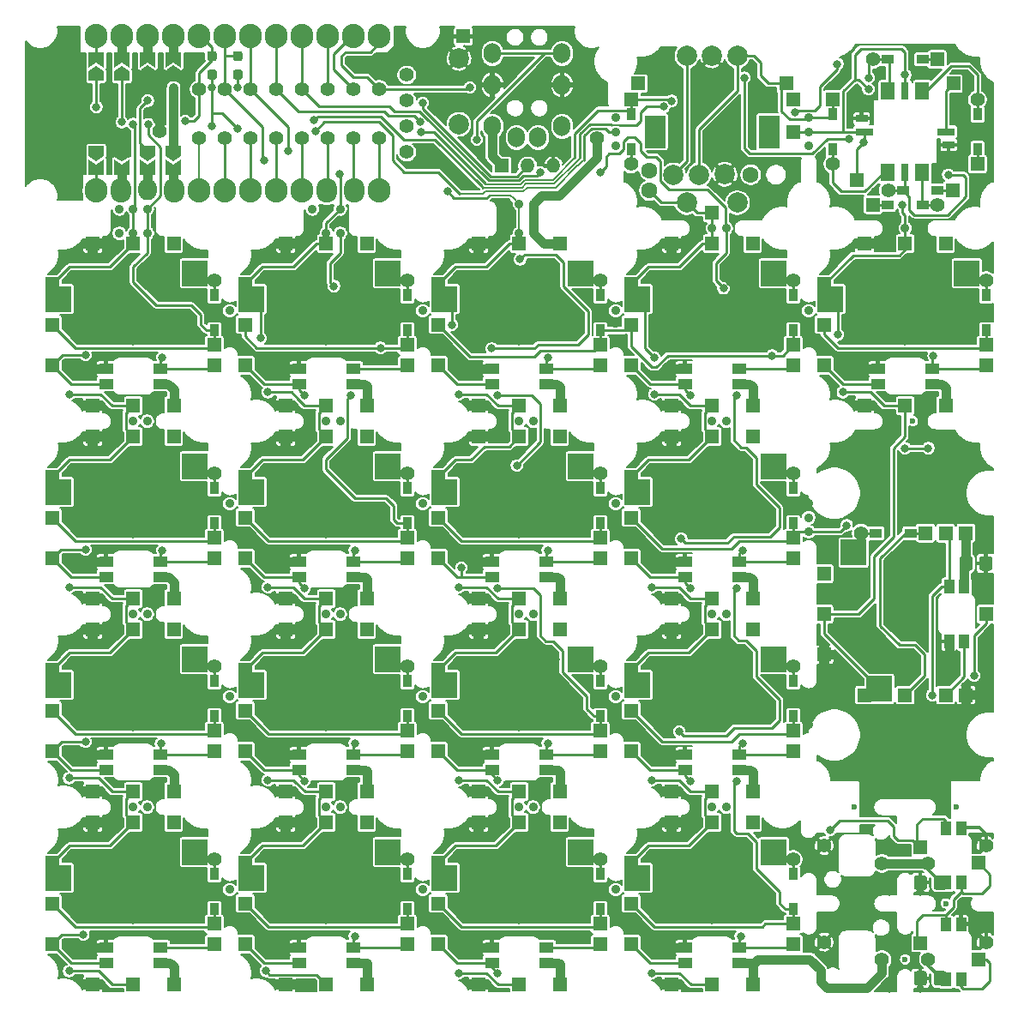
<source format=gbl>
%TF.GenerationSoftware,KiCad,Pcbnew,5.1.12-84ad8e8a86~92~ubuntu20.04.1*%
%TF.CreationDate,2021-11-14T16:01:40+01:00*%
%TF.ProjectId,Lergo,4c657267-6f2e-46b6-9963-61645f706362,v1.A*%
%TF.SameCoordinates,Original*%
%TF.FileFunction,Copper,L2,Bot*%
%TF.FilePolarity,Positive*%
%FSLAX46Y46*%
G04 Gerber Fmt 4.6, Leading zero omitted, Abs format (unit mm)*
G04 Created by KiCad (PCBNEW 5.1.12-84ad8e8a86~92~ubuntu20.04.1) date 2021-11-14 16:01:40*
%MOMM*%
%LPD*%
G01*
G04 APERTURE LIST*
%TA.AperFunction,ComponentPad*%
%ADD10R,1.400000X1.400000*%
%TD*%
%TA.AperFunction,SMDPad,CuDef*%
%ADD11R,1.200000X0.950000*%
%TD*%
%TA.AperFunction,ComponentPad*%
%ADD12C,1.400000*%
%TD*%
%TA.AperFunction,ComponentPad*%
%ADD13C,3.000000*%
%TD*%
%TA.AperFunction,ComponentPad*%
%ADD14C,1.700000*%
%TD*%
%TA.AperFunction,ComponentPad*%
%ADD15C,4.000000*%
%TD*%
%TA.AperFunction,SMDPad,CuDef*%
%ADD16R,2.500000X2.550000*%
%TD*%
%TA.AperFunction,SMDPad,CuDef*%
%ADD17R,1.400000X1.400000*%
%TD*%
%TA.AperFunction,SMDPad,CuDef*%
%ADD18R,1.000000X1.400000*%
%TD*%
%TA.AperFunction,SMDPad,CuDef*%
%ADD19R,0.950000X1.200000*%
%TD*%
%TA.AperFunction,SMDPad,CuDef*%
%ADD20R,2.550000X2.500000*%
%TD*%
%TA.AperFunction,SMDPad,CuDef*%
%ADD21R,1.400000X1.000000*%
%TD*%
%TA.AperFunction,ComponentPad*%
%ADD22C,2.000000*%
%TD*%
%TA.AperFunction,ComponentPad*%
%ADD23R,2.000000X3.200000*%
%TD*%
%TA.AperFunction,SMDPad,CuDef*%
%ADD24O,2.250000X2.400000*%
%TD*%
%TA.AperFunction,ComponentPad*%
%ADD25O,2.250000X2.400000*%
%TD*%
%TA.AperFunction,ComponentPad*%
%ADD26C,1.850000*%
%TD*%
%TA.AperFunction,SMDPad,CuDef*%
%ADD27O,2.050000X2.400000*%
%TD*%
%TA.AperFunction,SMDPad,CuDef*%
%ADD28O,1.850000X2.125000*%
%TD*%
%TA.AperFunction,ComponentPad*%
%ADD29O,1.400000X1.400000*%
%TD*%
%TA.AperFunction,SMDPad,CuDef*%
%ADD30R,1.200000X0.800000*%
%TD*%
%TA.AperFunction,SMDPad,CuDef*%
%ADD31R,1.800000X0.800000*%
%TD*%
%TA.AperFunction,SMDPad,CuDef*%
%ADD32R,0.800000X1.800000*%
%TD*%
%TA.AperFunction,SMDPad,CuDef*%
%ADD33R,1.400000X1.800000*%
%TD*%
%TA.AperFunction,ComponentPad*%
%ADD34C,1.600000*%
%TD*%
%TA.AperFunction,ComponentPad*%
%ADD35O,1.700000X2.000000*%
%TD*%
%TA.AperFunction,ComponentPad*%
%ADD36C,0.800000*%
%TD*%
%TA.AperFunction,SMDPad,CuDef*%
%ADD37C,0.150000*%
%TD*%
%TA.AperFunction,ViaPad*%
%ADD38C,0.600000*%
%TD*%
%TA.AperFunction,ViaPad*%
%ADD39C,0.900000*%
%TD*%
%TA.AperFunction,ViaPad*%
%ADD40C,1.400000*%
%TD*%
%TA.AperFunction,ViaPad*%
%ADD41C,1.300000*%
%TD*%
%TA.AperFunction,ViaPad*%
%ADD42C,0.800000*%
%TD*%
%TA.AperFunction,Conductor*%
%ADD43C,0.250000*%
%TD*%
%TA.AperFunction,Conductor*%
%ADD44C,0.350000*%
%TD*%
%TA.AperFunction,Conductor*%
%ADD45C,0.900000*%
%TD*%
%TA.AperFunction,Conductor*%
%ADD46C,0.200000*%
%TD*%
%TA.AperFunction,Conductor*%
%ADD47C,0.152400*%
%TD*%
%TA.AperFunction,Conductor*%
%ADD48C,0.150000*%
%TD*%
G04 APERTURE END LIST*
D10*
X123793750Y-122300000D03*
%TA.AperFunction,SMDPad,CuDef*%
G36*
G01*
X133168750Y-109748100D02*
X133168750Y-108851900D01*
G75*
G02*
X133445650Y-108575000I276900J0D01*
G01*
X134191850Y-108575000D01*
G75*
G02*
X134468750Y-108851900I0J-276900D01*
G01*
X134468750Y-109748100D01*
G75*
G02*
X134191850Y-110025000I-276900J0D01*
G01*
X133445650Y-110025000D01*
G75*
G02*
X133168750Y-109748100I0J276900D01*
G01*
G37*
%TD.AperFunction*%
%TA.AperFunction,SMDPad,CuDef*%
G36*
G01*
X135118750Y-109748100D02*
X135118750Y-108851900D01*
G75*
G02*
X135395650Y-108575000I276900J0D01*
G01*
X136141850Y-108575000D01*
G75*
G02*
X136418750Y-108851900I0J-276900D01*
G01*
X136418750Y-109748100D01*
G75*
G02*
X136141850Y-110025000I-276900J0D01*
G01*
X135395650Y-110025000D01*
G75*
G02*
X135118750Y-109748100I0J276900D01*
G01*
G37*
%TD.AperFunction*%
D11*
X128343750Y-106300000D03*
D12*
X123443750Y-106300000D03*
D11*
X124893750Y-106300000D03*
D10*
X129793750Y-106300000D03*
D13*
X125253750Y-118110000D03*
D14*
X127793750Y-119380000D03*
X127793750Y-109220000D03*
D15*
X127793750Y-114300000D03*
D13*
X122713750Y-111760000D03*
D16*
X122713750Y-108225000D03*
X125253750Y-121675000D03*
D10*
X133793750Y-122300000D03*
X133793750Y-106300000D03*
X119793750Y-118300000D03*
X119793750Y-110300000D03*
X127793750Y-122300000D03*
X131793750Y-122300000D03*
X131793750Y-106300000D03*
D17*
X135793750Y-114300000D03*
X119793750Y-114300000D03*
D18*
X133623750Y-117000000D03*
X132123750Y-117000000D03*
X132123750Y-111600000D03*
X133623750Y-111600000D03*
D10*
X119793750Y-81725000D03*
D19*
X135793750Y-86275000D03*
D12*
X135793750Y-81375000D03*
D19*
X135793750Y-82825000D03*
D10*
X135793750Y-87725000D03*
D13*
X123983750Y-83185000D03*
D14*
X122713750Y-85725000D03*
X132873750Y-85725000D03*
D15*
X127793750Y-85725000D03*
D13*
X130333750Y-80645000D03*
D20*
X133868750Y-80645000D03*
X120418750Y-83185000D03*
D10*
X123793750Y-93725000D03*
X131793750Y-93725000D03*
X123793750Y-77725000D03*
X131793750Y-77725000D03*
X119793750Y-85725000D03*
X119793750Y-89725000D03*
X135793750Y-89725000D03*
D17*
X127793750Y-93725000D03*
X127793750Y-77725000D03*
D21*
X125093750Y-91555000D03*
X125093750Y-90055000D03*
X130493750Y-90055000D03*
X130493750Y-91555000D03*
D10*
X62643750Y-100775000D03*
D19*
X78643750Y-105325000D03*
D12*
X78643750Y-100425000D03*
D19*
X78643750Y-101875000D03*
D10*
X78643750Y-106775000D03*
D13*
X66833750Y-102235000D03*
D14*
X65563750Y-104775000D03*
X75723750Y-104775000D03*
D15*
X70643750Y-104775000D03*
D13*
X73183750Y-99695000D03*
D20*
X76718750Y-99695000D03*
X63268750Y-102235000D03*
D10*
X66643750Y-112775000D03*
X74643750Y-112775000D03*
X66643750Y-96775000D03*
X74643750Y-96775000D03*
X62643750Y-104775000D03*
X62643750Y-108775000D03*
X78643750Y-108775000D03*
D17*
X70643750Y-112775000D03*
X70643750Y-96775000D03*
D21*
X67943750Y-110605000D03*
X67943750Y-109105000D03*
X73343750Y-109105000D03*
X73343750Y-110605000D03*
D10*
X62643750Y-81725000D03*
D19*
X78643750Y-86275000D03*
D12*
X78643750Y-81375000D03*
D19*
X78643750Y-82825000D03*
D10*
X78643750Y-87725000D03*
D13*
X66833750Y-83185000D03*
D14*
X65563750Y-85725000D03*
X75723750Y-85725000D03*
D15*
X70643750Y-85725000D03*
D13*
X73183750Y-80645000D03*
D20*
X76718750Y-80645000D03*
X63268750Y-83185000D03*
D10*
X66643750Y-93725000D03*
X74643750Y-93725000D03*
X66643750Y-77725000D03*
X74643750Y-77725000D03*
X62643750Y-85725000D03*
X62643750Y-89725000D03*
X78643750Y-89725000D03*
D17*
X70643750Y-93725000D03*
X70643750Y-77725000D03*
D21*
X67943750Y-91555000D03*
X67943750Y-90055000D03*
X73343750Y-90055000D03*
X73343750Y-91555000D03*
D10*
X62643750Y-119825000D03*
D19*
X78643750Y-124375000D03*
D12*
X78643750Y-119475000D03*
D19*
X78643750Y-120925000D03*
D10*
X78643750Y-125825000D03*
D13*
X66833750Y-121285000D03*
D14*
X65563750Y-123825000D03*
X75723750Y-123825000D03*
D15*
X70643750Y-123825000D03*
D13*
X73183750Y-118745000D03*
D20*
X76718750Y-118745000D03*
X63268750Y-121285000D03*
D10*
X66643750Y-131825000D03*
X74643750Y-131825000D03*
X66643750Y-115825000D03*
X74643750Y-115825000D03*
X62643750Y-123825000D03*
X62643750Y-127825000D03*
X78643750Y-127825000D03*
D17*
X70643750Y-131825000D03*
X70643750Y-115825000D03*
D21*
X67943750Y-129655000D03*
X67943750Y-128155000D03*
X73343750Y-128155000D03*
X73343750Y-129655000D03*
D10*
X62643750Y-138875000D03*
D19*
X78643750Y-143425000D03*
D12*
X78643750Y-138525000D03*
D19*
X78643750Y-139975000D03*
D10*
X78643750Y-144875000D03*
D13*
X66833750Y-140335000D03*
D14*
X65563750Y-142875000D03*
X75723750Y-142875000D03*
D15*
X70643750Y-142875000D03*
D13*
X73183750Y-137795000D03*
D20*
X76718750Y-137795000D03*
X63268750Y-140335000D03*
D10*
X66643750Y-150875000D03*
X74643750Y-150875000D03*
X66643750Y-134875000D03*
X74643750Y-134875000D03*
X62643750Y-142875000D03*
X62643750Y-146875000D03*
X78643750Y-146875000D03*
D17*
X70643750Y-150875000D03*
X70643750Y-134875000D03*
D21*
X67943750Y-148705000D03*
X67943750Y-147205000D03*
X73343750Y-147205000D03*
X73343750Y-148705000D03*
D10*
X81693750Y-100775000D03*
D19*
X97693750Y-105325000D03*
D12*
X97693750Y-100425000D03*
D19*
X97693750Y-101875000D03*
D10*
X97693750Y-106775000D03*
D13*
X85883750Y-102235000D03*
D14*
X84613750Y-104775000D03*
X94773750Y-104775000D03*
D15*
X89693750Y-104775000D03*
D13*
X92233750Y-99695000D03*
D20*
X95768750Y-99695000D03*
X82318750Y-102235000D03*
D10*
X85693750Y-112775000D03*
X93693750Y-112775000D03*
X85693750Y-96775000D03*
X93693750Y-96775000D03*
X81693750Y-104775000D03*
X81693750Y-108775000D03*
X97693750Y-108775000D03*
D17*
X89693750Y-112775000D03*
X89693750Y-96775000D03*
D21*
X86993750Y-110605000D03*
X86993750Y-109105000D03*
X92393750Y-109105000D03*
X92393750Y-110605000D03*
D10*
X81693750Y-119825000D03*
D19*
X97693750Y-124375000D03*
D12*
X97693750Y-119475000D03*
D19*
X97693750Y-120925000D03*
D10*
X97693750Y-125825000D03*
D13*
X85883750Y-121285000D03*
D14*
X84613750Y-123825000D03*
X94773750Y-123825000D03*
D15*
X89693750Y-123825000D03*
D13*
X92233750Y-118745000D03*
D20*
X95768750Y-118745000D03*
X82318750Y-121285000D03*
D10*
X85693750Y-131825000D03*
X93693750Y-131825000D03*
X85693750Y-115825000D03*
X93693750Y-115825000D03*
X81693750Y-123825000D03*
X81693750Y-127825000D03*
X97693750Y-127825000D03*
D17*
X89693750Y-131825000D03*
X89693750Y-115825000D03*
D21*
X86993750Y-129655000D03*
X86993750Y-128155000D03*
X92393750Y-128155000D03*
X92393750Y-129655000D03*
D10*
X81693750Y-138875000D03*
D19*
X97693750Y-143425000D03*
D12*
X97693750Y-138525000D03*
D19*
X97693750Y-139975000D03*
D10*
X97693750Y-144875000D03*
D13*
X85883750Y-140335000D03*
D14*
X84613750Y-142875000D03*
X94773750Y-142875000D03*
D15*
X89693750Y-142875000D03*
D13*
X92233750Y-137795000D03*
D20*
X95768750Y-137795000D03*
X82318750Y-140335000D03*
D10*
X85693750Y-150875000D03*
X93693750Y-150875000D03*
X85693750Y-134875000D03*
X93693750Y-134875000D03*
X81693750Y-142875000D03*
X81693750Y-146875000D03*
X97693750Y-146875000D03*
D17*
X89693750Y-150875000D03*
X89693750Y-134875000D03*
D21*
X86993750Y-148705000D03*
X86993750Y-147205000D03*
X92393750Y-147205000D03*
X92393750Y-148705000D03*
D10*
X100743750Y-100775000D03*
D19*
X116743750Y-105325000D03*
D12*
X116743750Y-100425000D03*
D19*
X116743750Y-101875000D03*
D10*
X116743750Y-106775000D03*
D13*
X104933750Y-102235000D03*
D14*
X103663750Y-104775000D03*
X113823750Y-104775000D03*
D15*
X108743750Y-104775000D03*
D13*
X111283750Y-99695000D03*
D20*
X114818750Y-99695000D03*
X101368750Y-102235000D03*
D10*
X104743750Y-112775000D03*
X112743750Y-112775000D03*
X104743750Y-96775000D03*
X112743750Y-96775000D03*
X100743750Y-104775000D03*
X100743750Y-108775000D03*
X116743750Y-108775000D03*
D17*
X108743750Y-112775000D03*
X108743750Y-96775000D03*
D21*
X106043750Y-110605000D03*
X106043750Y-109105000D03*
X111443750Y-109105000D03*
X111443750Y-110605000D03*
D10*
X100743750Y-138875000D03*
D19*
X116743750Y-143425000D03*
D12*
X116743750Y-138525000D03*
D19*
X116743750Y-139975000D03*
D10*
X116743750Y-144875000D03*
D13*
X104933750Y-140335000D03*
D14*
X103663750Y-142875000D03*
X113823750Y-142875000D03*
D15*
X108743750Y-142875000D03*
D13*
X111283750Y-137795000D03*
D20*
X114818750Y-137795000D03*
X101368750Y-140335000D03*
D10*
X104743750Y-150875000D03*
X112743750Y-150875000D03*
X104743750Y-134875000D03*
X112743750Y-134875000D03*
X100743750Y-142875000D03*
X100743750Y-146875000D03*
X116743750Y-146875000D03*
D17*
X108743750Y-150875000D03*
X108743750Y-134875000D03*
D21*
X106043750Y-148705000D03*
X106043750Y-147205000D03*
X111443750Y-147205000D03*
X111443750Y-148705000D03*
D10*
X81693750Y-81725000D03*
D19*
X97693750Y-86275000D03*
D12*
X97693750Y-81375000D03*
D19*
X97693750Y-82825000D03*
D10*
X97693750Y-87725000D03*
D13*
X85883750Y-83185000D03*
D14*
X84613750Y-85725000D03*
X94773750Y-85725000D03*
D15*
X89693750Y-85725000D03*
D13*
X92233750Y-80645000D03*
D20*
X95768750Y-80645000D03*
X82318750Y-83185000D03*
D10*
X85693750Y-93725000D03*
X93693750Y-93725000D03*
X85693750Y-77725000D03*
X93693750Y-77725000D03*
X81693750Y-85725000D03*
X81693750Y-89725000D03*
X97693750Y-89725000D03*
D17*
X89693750Y-93725000D03*
X89693750Y-77725000D03*
D21*
X86993750Y-91555000D03*
X86993750Y-90055000D03*
X92393750Y-90055000D03*
X92393750Y-91555000D03*
D10*
X43593750Y-81725000D03*
D19*
X59593750Y-86275000D03*
D12*
X59593750Y-81375000D03*
D19*
X59593750Y-82825000D03*
D10*
X59593750Y-87725000D03*
D13*
X47783750Y-83185000D03*
D14*
X46513750Y-85725000D03*
X56673750Y-85725000D03*
D15*
X51593750Y-85725000D03*
D13*
X54133750Y-80645000D03*
D20*
X57668750Y-80645000D03*
X44218750Y-83185000D03*
D10*
X47593750Y-93725000D03*
X55593750Y-93725000D03*
X47593750Y-77725000D03*
X55593750Y-77725000D03*
X43593750Y-85725000D03*
X43593750Y-89725000D03*
X59593750Y-89725000D03*
D17*
X51593750Y-93725000D03*
X51593750Y-77725000D03*
D21*
X48893750Y-91555000D03*
X48893750Y-90055000D03*
X54293750Y-90055000D03*
X54293750Y-91555000D03*
D10*
X43593750Y-100775000D03*
D19*
X59593750Y-105325000D03*
D12*
X59593750Y-100425000D03*
D19*
X59593750Y-101875000D03*
D10*
X59593750Y-106775000D03*
D13*
X47783750Y-102235000D03*
D14*
X46513750Y-104775000D03*
X56673750Y-104775000D03*
D15*
X51593750Y-104775000D03*
D13*
X54133750Y-99695000D03*
D20*
X57668750Y-99695000D03*
X44218750Y-102235000D03*
D10*
X47593750Y-112775000D03*
X55593750Y-112775000D03*
X47593750Y-96775000D03*
X55593750Y-96775000D03*
X43593750Y-104775000D03*
X43593750Y-108775000D03*
X59593750Y-108775000D03*
D17*
X51593750Y-112775000D03*
X51593750Y-96775000D03*
D21*
X48893750Y-110605000D03*
X48893750Y-109105000D03*
X54293750Y-109105000D03*
X54293750Y-110605000D03*
D10*
X43593750Y-119825000D03*
D19*
X59593750Y-124375000D03*
D12*
X59593750Y-119475000D03*
D19*
X59593750Y-120925000D03*
D10*
X59593750Y-125825000D03*
D13*
X47783750Y-121285000D03*
D14*
X46513750Y-123825000D03*
X56673750Y-123825000D03*
D15*
X51593750Y-123825000D03*
D13*
X54133750Y-118745000D03*
D20*
X57668750Y-118745000D03*
X44218750Y-121285000D03*
D10*
X47593750Y-131825000D03*
X55593750Y-131825000D03*
X47593750Y-115825000D03*
X55593750Y-115825000D03*
X43593750Y-123825000D03*
X43593750Y-127825000D03*
X59593750Y-127825000D03*
D17*
X51593750Y-131825000D03*
X51593750Y-115825000D03*
D21*
X48893750Y-129655000D03*
X48893750Y-128155000D03*
X54293750Y-128155000D03*
X54293750Y-129655000D03*
D10*
X43593750Y-138875000D03*
D19*
X59593750Y-143425000D03*
D12*
X59593750Y-138525000D03*
D19*
X59593750Y-139975000D03*
D10*
X59593750Y-144875000D03*
D13*
X47783750Y-140335000D03*
D14*
X46513750Y-142875000D03*
X56673750Y-142875000D03*
D15*
X51593750Y-142875000D03*
D13*
X54133750Y-137795000D03*
D20*
X57668750Y-137795000D03*
X44218750Y-140335000D03*
D10*
X47593750Y-150875000D03*
X55593750Y-150875000D03*
X47593750Y-134875000D03*
X55593750Y-134875000D03*
X43593750Y-142875000D03*
X43593750Y-146875000D03*
X59593750Y-146875000D03*
D17*
X51593750Y-150875000D03*
X51593750Y-134875000D03*
D21*
X48893750Y-148705000D03*
X48893750Y-147205000D03*
X54293750Y-147205000D03*
X54293750Y-148705000D03*
D10*
X100743750Y-81725000D03*
D19*
X116743750Y-86275000D03*
D12*
X116743750Y-81375000D03*
D19*
X116743750Y-82825000D03*
D10*
X116743750Y-87725000D03*
D13*
X104933750Y-83185000D03*
D14*
X103663750Y-85725000D03*
X113823750Y-85725000D03*
D15*
X108743750Y-85725000D03*
D13*
X111283750Y-80645000D03*
D20*
X114818750Y-80645000D03*
X101368750Y-83185000D03*
D10*
X104743750Y-93725000D03*
X112743750Y-93725000D03*
X104743750Y-77725000D03*
X112743750Y-77725000D03*
X100743750Y-85725000D03*
X100743750Y-89725000D03*
X116743750Y-89725000D03*
D17*
X108743750Y-93725000D03*
X108743750Y-77725000D03*
D21*
X106043750Y-91555000D03*
X106043750Y-90055000D03*
X111443750Y-90055000D03*
X111443750Y-91555000D03*
D10*
X100743750Y-119825000D03*
D19*
X116743750Y-124375000D03*
D12*
X116743750Y-119475000D03*
D19*
X116743750Y-120925000D03*
D10*
X116743750Y-125825000D03*
D13*
X104933750Y-121285000D03*
D14*
X103663750Y-123825000D03*
X113823750Y-123825000D03*
D15*
X108743750Y-123825000D03*
D13*
X111283750Y-118745000D03*
D20*
X114818750Y-118745000D03*
X101368750Y-121285000D03*
D10*
X104743750Y-131825000D03*
X112743750Y-131825000D03*
X104743750Y-115825000D03*
X112743750Y-115825000D03*
X100743750Y-123825000D03*
X100743750Y-127825000D03*
X116743750Y-127825000D03*
D17*
X108743750Y-131825000D03*
X108743750Y-115825000D03*
D21*
X106043750Y-129655000D03*
X106043750Y-128155000D03*
X111443750Y-128155000D03*
X111443750Y-129655000D03*
D10*
X130968750Y-59531250D03*
D12*
X124618750Y-59531250D03*
D11*
X126068750Y-59531250D03*
X129518750Y-59531250D03*
D10*
X134937500Y-69850000D03*
D12*
X134937500Y-63500000D03*
D19*
X134937500Y-64950000D03*
X134937500Y-68400000D03*
D10*
X120650000Y-63500000D03*
D12*
X120650000Y-69850000D03*
D19*
X120650000Y-68400000D03*
X120650000Y-64950000D03*
D10*
X132468750Y-72475000D03*
D12*
X126118750Y-72475000D03*
D11*
X127568750Y-72475000D03*
X131018750Y-72475000D03*
D10*
X124618750Y-73875000D03*
D12*
X130968750Y-73875000D03*
D11*
X129518750Y-73875000D03*
X126068750Y-73875000D03*
D19*
X100742750Y-68400000D03*
X100742750Y-64950000D03*
D10*
X100742750Y-63500000D03*
D12*
X100742750Y-69850000D03*
D10*
X101443750Y-61912500D03*
X116040750Y-61912500D03*
X123031250Y-71437500D03*
X132556250Y-61912500D03*
X116744750Y-66675000D03*
X116743750Y-63500000D03*
X108743750Y-74676000D03*
D22*
X106243750Y-73675000D03*
X111243750Y-73675000D03*
D23*
X103143750Y-66675000D03*
X114343750Y-66675000D03*
D22*
X106243750Y-59175000D03*
X108743750Y-59175000D03*
X111243750Y-59175000D03*
D24*
X68262500Y-72495000D03*
D25*
X65722500Y-72495000D03*
X63182500Y-72495000D03*
D26*
X73342500Y-72495000D03*
D27*
X73442500Y-72495000D03*
X70702500Y-72495000D03*
D26*
X70802500Y-72495000D03*
X68262500Y-72495000D03*
D25*
X58102500Y-72495000D03*
D24*
X47942500Y-72495000D03*
D26*
X47942500Y-72495000D03*
D27*
X55662500Y-72495000D03*
D26*
X50482500Y-72495000D03*
X53022500Y-72495000D03*
D27*
X50382500Y-72495000D03*
D25*
X75882500Y-72495000D03*
D26*
X55562500Y-72495000D03*
D28*
X53022500Y-72357500D03*
D25*
X47942500Y-57255000D03*
X50482500Y-57255000D03*
X53022500Y-57255000D03*
X55562500Y-57255000D03*
X58102500Y-57255000D03*
X60642500Y-57255000D03*
X63182500Y-57255000D03*
X65722500Y-57255000D03*
X68262500Y-57255000D03*
X70802500Y-57255000D03*
X73342500Y-57255000D03*
X75882500Y-57255000D03*
X60612500Y-72495000D03*
D18*
X131806250Y-150337500D03*
X133306250Y-144937500D03*
X131806250Y-144937500D03*
X133306250Y-150337500D03*
X131806250Y-140812500D03*
X133306250Y-135412500D03*
X131806250Y-135412500D03*
X133306250Y-140812500D03*
D10*
X87987188Y-70034375D03*
D29*
X90527188Y-70034375D03*
X93067188Y-70034375D03*
D12*
X58102501Y-67256250D03*
X60642501Y-67256250D03*
X63182501Y-67256250D03*
X65722501Y-67256250D03*
X68262501Y-67256250D03*
X70802501Y-67256250D03*
X73342501Y-67256250D03*
X75882501Y-67256250D03*
X58102501Y-62493750D03*
X60642501Y-62493750D03*
X63182501Y-62493750D03*
X65722501Y-62493750D03*
X68262501Y-62493750D03*
X70802501Y-62493750D03*
X73342501Y-62493750D03*
X75882501Y-62493750D03*
D30*
X123493750Y-65375000D03*
X132093750Y-67975000D03*
D31*
X123793750Y-66675000D03*
X131793750Y-66675000D03*
D32*
X127793750Y-62675000D03*
X127793750Y-70675000D03*
D33*
X126093750Y-62674999D03*
X129493750Y-62674999D03*
X126093750Y-70675001D03*
X129493750Y-70675001D03*
D34*
X102543750Y-72475000D03*
X102543750Y-70475000D03*
D22*
X104933750Y-70925000D03*
X107473750Y-70925000D03*
X110013750Y-70875000D03*
D34*
X112553750Y-70925000D03*
D12*
X78581448Y-68685168D03*
X78581448Y-66145168D03*
X78581448Y-63605168D03*
X78581448Y-61065168D03*
%TA.AperFunction,SMDPad,CuDef*%
G36*
G01*
X61675000Y-60537500D02*
X62150000Y-60537500D01*
G75*
G02*
X62387500Y-60775000I0J-237500D01*
G01*
X62387500Y-61275000D01*
G75*
G02*
X62150000Y-61512500I-237500J0D01*
G01*
X61675000Y-61512500D01*
G75*
G02*
X61437500Y-61275000I0J237500D01*
G01*
X61437500Y-60775000D01*
G75*
G02*
X61675000Y-60537500I237500J0D01*
G01*
G37*
%TD.AperFunction*%
%TA.AperFunction,SMDPad,CuDef*%
G36*
G01*
X61675000Y-58712500D02*
X62150000Y-58712500D01*
G75*
G02*
X62387500Y-58950000I0J-237500D01*
G01*
X62387500Y-59450000D01*
G75*
G02*
X62150000Y-59687500I-237500J0D01*
G01*
X61675000Y-59687500D01*
G75*
G02*
X61437500Y-59450000I0J237500D01*
G01*
X61437500Y-58950000D01*
G75*
G02*
X61675000Y-58712500I237500J0D01*
G01*
G37*
%TD.AperFunction*%
%TA.AperFunction,SMDPad,CuDef*%
G36*
G01*
X59135000Y-60537500D02*
X59610000Y-60537500D01*
G75*
G02*
X59847500Y-60775000I0J-237500D01*
G01*
X59847500Y-61275000D01*
G75*
G02*
X59610000Y-61512500I-237500J0D01*
G01*
X59135000Y-61512500D01*
G75*
G02*
X58897500Y-61275000I0J237500D01*
G01*
X58897500Y-60775000D01*
G75*
G02*
X59135000Y-60537500I237500J0D01*
G01*
G37*
%TD.AperFunction*%
%TA.AperFunction,SMDPad,CuDef*%
G36*
G01*
X59135000Y-58712500D02*
X59610000Y-58712500D01*
G75*
G02*
X59847500Y-58950000I0J-237500D01*
G01*
X59847500Y-59450000D01*
G75*
G02*
X59610000Y-59687500I-237500J0D01*
G01*
X59135000Y-59687500D01*
G75*
G02*
X58897500Y-59450000I0J237500D01*
G01*
X58897500Y-58950000D01*
G75*
G02*
X59135000Y-58712500I237500J0D01*
G01*
G37*
%TD.AperFunction*%
D35*
X89428125Y-67246875D03*
X93928125Y-66146875D03*
X93928125Y-62046875D03*
X93928125Y-58946875D03*
X91546875Y-67246875D03*
X87046875Y-66146875D03*
X87046875Y-62046875D03*
X87046875Y-58946875D03*
D22*
X83740625Y-65942350D03*
X83740625Y-59442350D03*
D17*
X84169250Y-57255000D03*
D12*
X54165500Y-66653000D03*
X119792750Y-137160000D03*
X125507750Y-138912500D03*
X119792750Y-146685000D03*
X125507750Y-148412500D03*
X135794750Y-146685000D03*
X130079750Y-148399500D03*
X135794750Y-137160000D03*
X130081250Y-138912500D03*
D17*
X129317750Y-146762500D03*
X135032750Y-148399500D03*
X129317750Y-137312500D03*
X135032750Y-138874500D03*
%TA.AperFunction,SMDPad,CuDef*%
G36*
G01*
X130606250Y-141260600D02*
X130606250Y-140364400D01*
G75*
G02*
X130883150Y-140087500I276900J0D01*
G01*
X131629350Y-140087500D01*
G75*
G02*
X131906250Y-140364400I0J-276900D01*
G01*
X131906250Y-141260600D01*
G75*
G02*
X131629350Y-141537500I-276900J0D01*
G01*
X130883150Y-141537500D01*
G75*
G02*
X130606250Y-141260600I0J276900D01*
G01*
G37*
%TD.AperFunction*%
%TA.AperFunction,SMDPad,CuDef*%
G36*
G01*
X128656250Y-141260600D02*
X128656250Y-140364400D01*
G75*
G02*
X128933150Y-140087500I276900J0D01*
G01*
X129679350Y-140087500D01*
G75*
G02*
X129956250Y-140364400I0J-276900D01*
G01*
X129956250Y-141260600D01*
G75*
G02*
X129679350Y-141537500I-276900J0D01*
G01*
X128933150Y-141537500D01*
G75*
G02*
X128656250Y-141260600I0J276900D01*
G01*
G37*
%TD.AperFunction*%
%TA.AperFunction,SMDPad,CuDef*%
G36*
G01*
X130606250Y-150710600D02*
X130606250Y-149814400D01*
G75*
G02*
X130883150Y-149537500I276900J0D01*
G01*
X131629350Y-149537500D01*
G75*
G02*
X131906250Y-149814400I0J-276900D01*
G01*
X131906250Y-150710600D01*
G75*
G02*
X131629350Y-150987500I-276900J0D01*
G01*
X130883150Y-150987500D01*
G75*
G02*
X130606250Y-150710600I0J276900D01*
G01*
G37*
%TD.AperFunction*%
%TA.AperFunction,SMDPad,CuDef*%
G36*
G01*
X128656250Y-150710600D02*
X128656250Y-149814400D01*
G75*
G02*
X128933150Y-149537500I276900J0D01*
G01*
X129679350Y-149537500D01*
G75*
G02*
X129956250Y-149814400I0J-276900D01*
G01*
X129956250Y-150710600D01*
G75*
G02*
X129679350Y-150987500I-276900J0D01*
G01*
X128933150Y-150987500D01*
G75*
G02*
X128656250Y-150710600I0J276900D01*
G01*
G37*
%TD.AperFunction*%
D36*
X55562500Y-70520000D03*
%TA.AperFunction,SMDPad,CuDef*%
D37*
G36*
X54812500Y-70945000D02*
G01*
X54812500Y-69395000D01*
X55562500Y-69895000D01*
X56312500Y-69395000D01*
X56312500Y-70945000D01*
X54812500Y-70945000D01*
G37*
%TD.AperFunction*%
%TA.AperFunction,SMDPad,CuDef*%
G36*
X55562500Y-69595000D02*
G01*
X54812500Y-69095000D01*
X54812500Y-68095000D01*
X56312500Y-68095000D01*
X56312500Y-69095000D01*
X55562500Y-69595000D01*
G37*
%TD.AperFunction*%
D36*
X53022500Y-70520000D03*
%TA.AperFunction,SMDPad,CuDef*%
D37*
G36*
X52272500Y-70945000D02*
G01*
X52272500Y-69395000D01*
X53022500Y-69895000D01*
X53772500Y-69395000D01*
X53772500Y-70945000D01*
X52272500Y-70945000D01*
G37*
%TD.AperFunction*%
%TA.AperFunction,SMDPad,CuDef*%
G36*
X53022500Y-69595000D02*
G01*
X52272500Y-69095000D01*
X52272500Y-68095000D01*
X53772500Y-68095000D01*
X53772500Y-69095000D01*
X53022500Y-69595000D01*
G37*
%TD.AperFunction*%
D36*
X50482500Y-70520000D03*
%TA.AperFunction,SMDPad,CuDef*%
D37*
G36*
X49732500Y-70945000D02*
G01*
X49732500Y-69395000D01*
X50482500Y-69895000D01*
X51232500Y-69395000D01*
X51232500Y-70945000D01*
X49732500Y-70945000D01*
G37*
%TD.AperFunction*%
%TA.AperFunction,SMDPad,CuDef*%
G36*
X50482500Y-69595000D02*
G01*
X49732500Y-69095000D01*
X49732500Y-68095000D01*
X51232500Y-68095000D01*
X51232500Y-69095000D01*
X50482500Y-69595000D01*
G37*
%TD.AperFunction*%
D36*
X47942500Y-70520000D03*
%TA.AperFunction,SMDPad,CuDef*%
D37*
G36*
X47192500Y-70945000D02*
G01*
X47192500Y-69395000D01*
X47942500Y-69895000D01*
X48692500Y-69395000D01*
X48692500Y-70945000D01*
X47192500Y-70945000D01*
G37*
%TD.AperFunction*%
%TA.AperFunction,SMDPad,CuDef*%
G36*
X47942500Y-69595000D02*
G01*
X47192500Y-69095000D01*
X47192500Y-68095000D01*
X48692500Y-68095000D01*
X48692500Y-69095000D01*
X47942500Y-69595000D01*
G37*
%TD.AperFunction*%
D36*
X47942500Y-59230000D03*
%TA.AperFunction,SMDPad,CuDef*%
D37*
G36*
X48692500Y-58805000D02*
G01*
X48692500Y-60355000D01*
X47942500Y-59855000D01*
X47192500Y-60355000D01*
X47192500Y-58805000D01*
X48692500Y-58805000D01*
G37*
%TD.AperFunction*%
%TA.AperFunction,SMDPad,CuDef*%
G36*
X47942500Y-60155000D02*
G01*
X48692500Y-60655000D01*
X48692500Y-61655000D01*
X47192500Y-61655000D01*
X47192500Y-60655000D01*
X47942500Y-60155000D01*
G37*
%TD.AperFunction*%
D36*
X50482500Y-59230000D03*
%TA.AperFunction,SMDPad,CuDef*%
D37*
G36*
X51232500Y-58805000D02*
G01*
X51232500Y-60355000D01*
X50482500Y-59855000D01*
X49732500Y-60355000D01*
X49732500Y-58805000D01*
X51232500Y-58805000D01*
G37*
%TD.AperFunction*%
%TA.AperFunction,SMDPad,CuDef*%
G36*
X50482500Y-60155000D02*
G01*
X51232500Y-60655000D01*
X51232500Y-61655000D01*
X49732500Y-61655000D01*
X49732500Y-60655000D01*
X50482500Y-60155000D01*
G37*
%TD.AperFunction*%
D36*
X53022500Y-59230000D03*
%TA.AperFunction,SMDPad,CuDef*%
D37*
G36*
X53772500Y-58805000D02*
G01*
X53772500Y-60355000D01*
X53022500Y-59855000D01*
X52272500Y-60355000D01*
X52272500Y-58805000D01*
X53772500Y-58805000D01*
G37*
%TD.AperFunction*%
%TA.AperFunction,SMDPad,CuDef*%
G36*
X53022500Y-60155000D02*
G01*
X53772500Y-60655000D01*
X53772500Y-61655000D01*
X52272500Y-61655000D01*
X52272500Y-60655000D01*
X53022500Y-60155000D01*
G37*
%TD.AperFunction*%
D36*
X55562500Y-59230000D03*
%TA.AperFunction,SMDPad,CuDef*%
D37*
G36*
X56312500Y-58805000D02*
G01*
X56312500Y-60355000D01*
X55562500Y-59855000D01*
X54812500Y-60355000D01*
X54812500Y-58805000D01*
X56312500Y-58805000D01*
G37*
%TD.AperFunction*%
%TA.AperFunction,SMDPad,CuDef*%
G36*
X55562500Y-60155000D02*
G01*
X56312500Y-60655000D01*
X56312500Y-61655000D01*
X54812500Y-61655000D01*
X54812500Y-60655000D01*
X55562500Y-60155000D01*
G37*
%TD.AperFunction*%
D38*
X122781250Y-133350000D03*
X132806250Y-133350000D03*
X88318750Y-95250000D03*
X88318750Y-114300000D03*
X88318750Y-133350000D03*
X69268750Y-133350000D03*
X69268750Y-114300000D03*
X69268750Y-95250000D03*
X50218750Y-95250000D03*
X50218750Y-114300000D03*
X50218750Y-133350000D03*
X107368750Y-114300000D03*
X107368750Y-133350000D03*
D39*
X61118750Y-125200000D03*
X61118750Y-123825000D03*
X80168750Y-125200000D03*
X80168750Y-123825000D03*
X99218750Y-125200000D03*
X99218750Y-123825000D03*
X118268750Y-122450000D03*
X118268750Y-125200000D03*
X118268750Y-123825000D03*
X99218750Y-144250000D03*
X99218750Y-142875000D03*
X80168750Y-144250000D03*
X80168750Y-142875000D03*
X61118750Y-144250000D03*
X61118750Y-142875000D03*
X118268750Y-103400000D03*
X99218750Y-106150000D03*
X99218750Y-104775000D03*
X80168750Y-106150000D03*
X80168750Y-104775000D03*
X61118750Y-106150000D03*
X61118750Y-104775000D03*
X99218750Y-87100000D03*
D38*
X99218750Y-85725000D03*
D39*
X80168750Y-87100000D03*
D38*
X80168750Y-85725000D03*
D39*
X61118750Y-87100000D03*
D38*
X61118750Y-85725000D03*
X107368750Y-95250000D03*
D39*
X118268750Y-87100000D03*
D38*
X118268750Y-85725000D03*
D39*
X70643750Y-74300000D03*
X69268750Y-76700000D03*
X88318750Y-73800000D03*
X88318750Y-76700000D03*
X107368750Y-76200000D03*
D40*
X135413750Y-111252000D03*
X50641250Y-67056000D03*
X46799500Y-66907000D03*
X49212500Y-62425000D03*
X51752500Y-62843000D03*
X57975500Y-59541216D03*
D41*
X73503880Y-59785216D03*
D40*
X47343750Y-128075000D03*
X47318750Y-147100000D03*
X47318750Y-109100000D03*
X47318750Y-90100000D03*
X66402250Y-90105500D03*
X66402250Y-109155500D03*
X66402250Y-128205500D03*
X66402250Y-147255500D03*
X85452250Y-147255500D03*
X85452250Y-109155500D03*
X85452250Y-90105500D03*
X104502250Y-90105500D03*
X104502250Y-109155500D03*
X104502250Y-128205500D03*
X104502250Y-147255500D03*
X123552250Y-90105500D03*
X132124750Y-118680500D03*
D42*
X126269750Y-151272600D03*
X126269750Y-141747600D03*
X129317750Y-141747600D03*
X129317750Y-151257000D03*
D40*
X85607268Y-128649699D03*
X69119750Y-80200500D03*
X87217250Y-98869500D03*
X88169750Y-80200500D03*
X107410250Y-80200500D03*
X126460250Y-80010000D03*
X80881448Y-68475164D03*
X84181452Y-71675168D03*
D42*
X124793750Y-72575000D03*
X122393750Y-62975000D03*
X133093750Y-64875000D03*
X121393750Y-61875000D03*
X109886750Y-66675000D03*
X107410250Y-64579500D03*
X113443750Y-62175000D03*
X112744250Y-64579500D03*
D40*
X130651250Y-104013000D03*
D42*
X131794250Y-96774000D03*
X125507750Y-61150500D03*
X105124250Y-66675000D03*
X105124250Y-61531500D03*
X103219250Y-60198000D03*
D38*
X127043750Y-95250000D03*
X118268750Y-146887500D03*
X127793750Y-146887500D03*
X118268750Y-137362500D03*
X118268750Y-138862500D03*
X127793750Y-137362500D03*
X123781250Y-142875000D03*
X122281250Y-142875000D03*
X124031250Y-133350000D03*
X131556250Y-133350000D03*
X133306250Y-142875000D03*
D39*
X129168750Y-76200000D03*
X126418750Y-76200000D03*
X52968750Y-74300000D03*
X52968750Y-76700000D03*
D42*
X53043752Y-65925000D03*
X75986349Y-88002401D03*
X114649250Y-88773000D03*
D39*
X118268750Y-106150000D03*
X99218750Y-103400000D03*
X80168750Y-103400000D03*
X61118750Y-103400000D03*
X69268750Y-74300000D03*
X72018750Y-76700000D03*
D42*
X73069750Y-92722600D03*
X71405750Y-81915000D03*
X122018750Y-105525000D03*
D39*
X61118750Y-122450000D03*
X80168750Y-122450000D03*
X99218750Y-122450000D03*
D42*
X87548206Y-111772144D03*
X89452750Y-99630500D03*
X87548206Y-92722144D03*
X86976250Y-88080366D03*
X89781448Y-79275164D03*
D39*
X51593750Y-74300000D03*
X51593750Y-76700000D03*
D42*
X56705500Y-65637000D03*
X45256750Y-149541500D03*
X45256750Y-130491500D03*
X45256750Y-111632000D03*
X45256750Y-92582000D03*
X51593750Y-65913000D03*
D39*
X72018750Y-74300000D03*
X70643750Y-76700000D03*
D42*
X64878250Y-92391500D03*
X64878250Y-111632000D03*
X64878250Y-130682000D03*
X64687750Y-149541500D03*
X64166750Y-87058500D03*
X64547750Y-69532500D03*
X71977250Y-70866000D03*
D39*
X89693750Y-73800000D03*
X89693750Y-76700000D03*
D42*
X83737750Y-92582000D03*
X83737750Y-111632000D03*
X83737750Y-130682000D03*
X83737750Y-149732000D03*
X82594750Y-72579500D03*
X66912500Y-68580000D03*
X83026250Y-85725000D03*
D39*
X108743750Y-76200000D03*
D42*
X102787750Y-149732000D03*
X102787750Y-130682000D03*
X102787750Y-111632000D03*
X103028740Y-88963500D03*
X103028750Y-92583000D03*
X79897699Y-65654826D03*
D39*
X99218750Y-68050000D03*
X127793750Y-76200000D03*
D42*
X121647250Y-92391500D03*
X134601250Y-120395000D03*
X91781448Y-70675168D03*
X121126250Y-86713000D03*
X127493750Y-73875000D03*
D39*
X99218750Y-141500000D03*
X80168750Y-141500000D03*
X61118750Y-141500000D03*
X110118750Y-76200000D03*
D42*
X111169750Y-130822600D03*
X111169750Y-111772600D03*
X111169750Y-92722600D03*
X109865083Y-82128151D03*
X105695750Y-106870500D03*
X105505750Y-125920000D03*
X97694750Y-70675500D03*
X85515625Y-67446875D03*
X50450750Y-65722500D03*
D39*
X50218750Y-74300000D03*
X50218750Y-76700000D03*
D42*
X46867750Y-88713000D03*
X80168750Y-63817500D03*
D39*
X118268750Y-66675000D03*
D42*
X123685036Y-67731561D03*
X104743250Y-63627000D03*
X79975494Y-66677747D03*
X127793750Y-61065910D03*
X124174250Y-62483992D03*
X111921150Y-61341000D03*
X122269250Y-67352400D03*
D39*
X118268750Y-65300000D03*
D42*
X84820125Y-62313845D03*
D39*
X99247597Y-65272723D03*
D42*
X69453125Y-65546863D03*
X121093750Y-59975000D03*
X103981250Y-64198500D03*
X116937995Y-64767255D03*
D39*
X99218750Y-66675000D03*
X118268750Y-68050000D03*
D42*
X69594773Y-66578996D03*
D39*
X91068750Y-95250000D03*
X91068750Y-114300000D03*
X91068750Y-133350000D03*
X72018750Y-133350000D03*
X72018750Y-114300000D03*
X72018750Y-95250000D03*
X52968750Y-95250000D03*
X52968750Y-114300000D03*
X52968750Y-133350000D03*
X110118750Y-114300000D03*
X110118750Y-133350000D03*
X118268750Y-104775000D03*
X99218750Y-84350000D03*
X80168750Y-84350000D03*
X61118750Y-84350000D03*
X110118750Y-95250000D03*
X118268750Y-84350000D03*
X91068750Y-73800000D03*
X91068750Y-76700000D03*
D38*
X118268750Y-148387500D03*
D42*
X55562500Y-63097000D03*
X55562500Y-62335000D03*
X59372500Y-62335000D03*
X61912500Y-62335000D03*
X59372500Y-66145000D03*
X61912500Y-66399283D03*
D38*
X128543750Y-95250000D03*
X127793750Y-148399500D03*
X127793750Y-138912500D03*
X131806250Y-142875000D03*
D40*
X97381448Y-67304821D03*
D42*
X53022500Y-63605000D03*
X130460750Y-122301000D03*
X120364250Y-135635988D03*
D39*
X51593750Y-95250000D03*
D42*
X46867750Y-107913000D03*
X54451250Y-88963500D03*
D39*
X51593750Y-114300000D03*
D42*
X54451250Y-108013500D03*
X46867750Y-126913000D03*
D39*
X51593750Y-133350000D03*
D42*
X54318750Y-127100000D03*
X46667750Y-145913000D03*
D39*
X70643750Y-95250000D03*
D42*
X73450750Y-108012500D03*
X68497750Y-92722600D03*
D39*
X70643750Y-114300000D03*
D42*
X73450750Y-127062500D03*
X68497750Y-111772600D03*
D39*
X70643750Y-133350000D03*
D42*
X73450750Y-146112500D03*
X68497750Y-130775000D03*
D39*
X89693750Y-95250000D03*
D42*
X92500750Y-88962500D03*
X83978750Y-109728000D03*
D39*
X89693750Y-114300000D03*
D42*
X92500750Y-108012500D03*
X87576232Y-130708693D03*
D39*
X89693750Y-133350000D03*
D42*
X92500750Y-127062500D03*
X87576232Y-149758693D03*
D39*
X108743750Y-95250000D03*
D42*
X106597750Y-92722600D03*
X111741250Y-108012500D03*
D39*
X108743750Y-114300000D03*
D42*
X106597750Y-111772600D03*
X111741250Y-127062500D03*
D39*
X108743750Y-133350000D03*
D42*
X106597750Y-130822600D03*
X111550750Y-146112500D03*
X130593750Y-88802410D03*
X127766350Y-97917000D03*
X130079750Y-97917000D03*
X47942500Y-64240000D03*
X132043750Y-70925000D03*
X124174250Y-61341000D03*
D43*
X93778125Y-62046875D02*
X93778125Y-62296875D01*
X93778125Y-62046875D02*
X93778125Y-61796875D01*
D44*
X135794750Y-145542000D02*
X135794750Y-146685000D01*
X133256250Y-144887500D02*
X135140250Y-144887500D01*
X135140250Y-144887500D02*
X135794750Y-145542000D01*
X135794750Y-137160000D02*
X135794750Y-136017000D01*
X135140250Y-135362500D02*
X133256250Y-135362500D01*
X135794750Y-136017000D02*
X135140250Y-135362500D01*
D45*
X54165500Y-66653000D02*
X54165500Y-62970000D01*
X48893750Y-128155000D02*
X47423750Y-128155000D01*
X47423750Y-128155000D02*
X47343750Y-128075000D01*
X48893750Y-147205000D02*
X47423750Y-147205000D01*
X47423750Y-147205000D02*
X47318750Y-147100000D01*
X48893750Y-109105000D02*
X47323750Y-109105000D01*
X47323750Y-109105000D02*
X47318750Y-109100000D01*
X48893750Y-90055000D02*
X47363750Y-90055000D01*
X47363750Y-90055000D02*
X47318750Y-90100000D01*
X67943750Y-90055000D02*
X66452750Y-90055000D01*
X66452750Y-90055000D02*
X66402250Y-90105500D01*
X67943750Y-109105000D02*
X66452750Y-109105000D01*
X66452750Y-109105000D02*
X66402250Y-109155500D01*
X67943750Y-128155000D02*
X66452750Y-128155000D01*
X66452750Y-128155000D02*
X66402250Y-128205500D01*
X67943750Y-147205000D02*
X66452750Y-147205000D01*
X66452750Y-147205000D02*
X66402250Y-147255500D01*
X86993750Y-147205000D02*
X85502750Y-147205000D01*
X85502750Y-147205000D02*
X85452250Y-147255500D01*
X86993750Y-109105000D02*
X85502750Y-109105000D01*
X85502750Y-109105000D02*
X85452250Y-109155500D01*
X86993750Y-90055000D02*
X85502750Y-90055000D01*
X85502750Y-90055000D02*
X85452250Y-90105500D01*
X106043750Y-90055000D02*
X104552750Y-90055000D01*
X104552750Y-90055000D02*
X104502250Y-90105500D01*
X106043750Y-109105000D02*
X104552750Y-109105000D01*
X104552750Y-109105000D02*
X104502250Y-109155500D01*
X106043750Y-128155000D02*
X104552750Y-128155000D01*
X104552750Y-128155000D02*
X104502250Y-128205500D01*
X106043750Y-147205000D02*
X104552750Y-147205000D01*
X104552750Y-147205000D02*
X104502250Y-147255500D01*
X125093750Y-90055000D02*
X123602750Y-90055000D01*
X123602750Y-90055000D02*
X123552250Y-90105500D01*
X132123750Y-117000000D02*
X132123750Y-118679500D01*
X132123750Y-118679500D02*
X132124750Y-118680500D01*
X53022500Y-61573000D02*
X51752500Y-62843000D01*
X53022500Y-61155000D02*
X53022500Y-61573000D01*
X53022500Y-61827000D02*
X54165500Y-62970000D01*
X53022500Y-61155000D02*
X53022500Y-61827000D01*
X55562500Y-61155000D02*
X53022500Y-61155000D01*
X50482500Y-67214750D02*
X50641250Y-67056000D01*
X50482500Y-68595000D02*
X50482500Y-67214750D01*
D43*
X129306250Y-141736100D02*
X129317750Y-141747600D01*
X129306250Y-140812500D02*
X129306250Y-141736100D01*
X129306250Y-151245500D02*
X129317750Y-151257000D01*
X129306250Y-150262500D02*
X129306250Y-151245500D01*
D45*
X86101967Y-128155000D02*
X85607268Y-128649699D01*
X86993750Y-128155000D02*
X86101967Y-128155000D01*
X57975500Y-59668000D02*
X57975500Y-59541216D01*
X56488500Y-61155000D02*
X57975500Y-59668000D01*
X55562500Y-61155000D02*
X56488500Y-61155000D01*
X80881448Y-68475164D02*
X84081452Y-71675168D01*
X84081452Y-71675168D02*
X84181452Y-71675168D01*
D43*
X63182500Y-68458332D02*
X63182500Y-72723600D01*
X63182501Y-67256250D02*
X63182500Y-68458332D01*
X135793750Y-87725000D02*
X135793750Y-86275000D01*
X59316349Y-88002401D02*
X59593750Y-87725000D01*
X43593750Y-85725000D02*
X45871151Y-88002401D01*
X45871151Y-88002401D02*
X59316349Y-88002401D01*
X59593750Y-86275000D02*
X59593750Y-87725000D01*
X78643750Y-86275000D02*
X78643750Y-87725000D01*
X97693750Y-86275000D02*
X97693750Y-87725000D01*
X116743750Y-86275000D02*
X116743750Y-87725000D01*
X78366349Y-88002401D02*
X78643750Y-87725000D01*
X63777151Y-88002401D02*
X75986349Y-88002401D01*
X62643750Y-85725000D02*
X62643750Y-86869000D01*
X62643750Y-86869000D02*
X63777151Y-88002401D01*
X97143582Y-88275168D02*
X97693750Y-87725000D01*
X91181448Y-88875168D02*
X91781448Y-88275168D01*
X84842918Y-88875168D02*
X91181448Y-88875168D01*
X91781448Y-88275168D02*
X97143582Y-88275168D01*
X81693750Y-85725000D02*
X81693750Y-85726000D01*
X81693750Y-85726000D02*
X84842918Y-88875168D01*
X75986349Y-88002401D02*
X78366349Y-88002401D01*
X100193750Y-86275000D02*
X100743750Y-85725000D01*
X115695750Y-88773000D02*
X116743750Y-87725000D01*
X102788196Y-89916000D02*
X103219250Y-89916000D01*
X103219250Y-89916000D02*
X104362250Y-88773000D01*
X100743750Y-87871554D02*
X102788196Y-89916000D01*
X100743750Y-85725000D02*
X100743750Y-87871554D01*
X135507750Y-88011000D02*
X135793750Y-87725000D01*
X121129750Y-88011000D02*
X135507750Y-88011000D01*
X119793750Y-85725000D02*
X119793750Y-86675000D01*
X119793750Y-86675000D02*
X121129750Y-88011000D01*
X114649250Y-88773000D02*
X115695750Y-88773000D01*
X104362250Y-88773000D02*
X114649250Y-88773000D01*
X52968750Y-78635000D02*
X52968750Y-76700000D01*
X53884750Y-83825000D02*
X51593750Y-81534000D01*
X57313750Y-83825000D02*
X53884750Y-83825000D01*
X58261250Y-84772500D02*
X57313750Y-83825000D01*
X51593750Y-80010000D02*
X52968750Y-78635000D01*
X58261250Y-85725000D02*
X58261250Y-84772500D01*
X51593750Y-81534000D02*
X51593750Y-80010000D01*
X58811250Y-86275000D02*
X58261250Y-85725000D01*
X59593750Y-86275000D02*
X58811250Y-86275000D01*
X52968750Y-76700000D02*
X52968750Y-74300000D01*
X53043752Y-66973932D02*
X53043752Y-65925000D01*
X54293750Y-68223930D02*
X53043752Y-66973932D01*
X54293750Y-72975000D02*
X54293750Y-68223930D01*
X52968750Y-74300000D02*
X54293750Y-72975000D01*
X100166349Y-86302401D02*
X100743750Y-85725000D01*
X97896151Y-86302401D02*
X100166349Y-86302401D01*
X97868750Y-86275000D02*
X97896151Y-86302401D01*
X97693750Y-86275000D02*
X97868750Y-86275000D01*
X65722500Y-68246200D02*
X65722500Y-72495000D01*
X65722501Y-67256250D02*
X65722500Y-68246200D01*
X128343750Y-106300000D02*
X129793750Y-106300000D01*
X125317250Y-108801500D02*
X127818750Y-106300000D01*
X125317250Y-115443000D02*
X125317250Y-108801500D01*
X127818750Y-106300000D02*
X128343750Y-106300000D01*
X127222250Y-117348000D02*
X125317250Y-115443000D01*
X129698750Y-118300500D02*
X128746250Y-117348000D01*
X129698750Y-120395000D02*
X129698750Y-118300500D01*
X128746250Y-117348000D02*
X127222250Y-117348000D01*
X127793750Y-122300000D02*
X129698750Y-120395000D01*
X43593750Y-104775000D02*
X45871151Y-107052401D01*
X59316349Y-107052401D02*
X59593750Y-106775000D01*
X45871151Y-107052401D02*
X59316349Y-107052401D01*
X62643750Y-104775000D02*
X64921151Y-107052401D01*
X78366349Y-107052401D02*
X78643750Y-106775000D01*
X64921151Y-107052401D02*
X78366349Y-107052401D01*
X59593750Y-105325000D02*
X59593750Y-106775000D01*
X78643750Y-105325000D02*
X78643750Y-106775000D01*
X97693750Y-105325000D02*
X97693750Y-106775000D01*
X97416349Y-107052401D02*
X97693750Y-106775000D01*
X83971151Y-107052401D02*
X97416349Y-107052401D01*
X81693750Y-104775000D02*
X83971151Y-107052401D01*
X116743750Y-105325000D02*
X116743750Y-106775000D01*
X116466349Y-107052401D02*
X116743750Y-106775000D01*
X111419349Y-107052401D02*
X116466349Y-107052401D01*
X103791750Y-107823000D02*
X110648750Y-107823000D01*
X110648750Y-107823000D02*
X111419349Y-107052401D01*
X100743750Y-104775000D02*
X103791750Y-107823000D01*
X72018750Y-78635000D02*
X72018750Y-76700000D01*
X71024750Y-79629000D02*
X72018750Y-78635000D01*
X71024750Y-81534000D02*
X71024750Y-79629000D01*
X71405750Y-81915000D02*
X71024750Y-81534000D01*
X121393750Y-106150000D02*
X118268750Y-106150000D01*
X122018750Y-105525000D02*
X121393750Y-106150000D01*
X117368750Y-106150000D02*
X116743750Y-106775000D01*
X118268750Y-106150000D02*
X117368750Y-106150000D01*
X72746151Y-93046199D02*
X73069750Y-92722600D01*
X72746151Y-96906099D02*
X72746151Y-93046199D01*
X70593250Y-99059000D02*
X72746151Y-96906099D01*
X70593250Y-99962000D02*
X70593250Y-99059000D01*
X76549250Y-102870000D02*
X73501250Y-102870000D01*
X77311250Y-103632000D02*
X76549250Y-102870000D01*
X77311250Y-104965500D02*
X77311250Y-103632000D01*
X77670750Y-105325000D02*
X77311250Y-104965500D01*
X73501250Y-102870000D02*
X70593250Y-99962000D01*
X78643750Y-105325000D02*
X77670750Y-105325000D01*
X68262500Y-68246200D02*
X68262500Y-72495000D01*
X68262501Y-67256250D02*
X68262500Y-68246200D01*
X96481448Y-86675168D02*
X96481448Y-84382020D01*
X94081448Y-79575168D02*
X93281448Y-78775168D01*
X86976250Y-88080366D02*
X91176250Y-88080366D01*
X91176250Y-88080366D02*
X91581448Y-87675168D01*
X94081448Y-81982020D02*
X94081448Y-79575168D01*
X93281448Y-78775168D02*
X90281444Y-78775168D01*
X96481448Y-84382020D02*
X94081448Y-81982020D01*
X95481448Y-87675168D02*
X96481448Y-86675168D01*
X91581448Y-87675168D02*
X95481448Y-87675168D01*
X90281444Y-78775168D02*
X89781448Y-79275164D01*
X62643750Y-123825000D02*
X64921151Y-126102401D01*
X78366349Y-126102401D02*
X78643750Y-125825000D01*
X64921151Y-126102401D02*
X78366349Y-126102401D01*
X59316349Y-126102401D02*
X59593750Y-125825000D01*
X43593750Y-123825000D02*
X45871151Y-126102401D01*
X45871151Y-126102401D02*
X59316349Y-126102401D01*
X59593750Y-124375000D02*
X59593750Y-125825000D01*
X78643750Y-124375000D02*
X78643750Y-125825000D01*
X97693750Y-124375000D02*
X97693750Y-125825000D01*
X97416349Y-126102401D02*
X97693750Y-125825000D01*
X83971151Y-126102401D02*
X97416349Y-126102401D01*
X81693750Y-123825000D02*
X83971151Y-126102401D01*
X116743750Y-124375000D02*
X116743750Y-125825000D01*
X116466349Y-126102401D02*
X116743750Y-125825000D01*
X111419349Y-126102401D02*
X116466349Y-126102401D01*
X103791750Y-126873000D02*
X110648750Y-126873000D01*
X110648750Y-126873000D02*
X111419349Y-126102401D01*
X100743750Y-123825000D02*
X103791750Y-126873000D01*
X87577940Y-92692410D02*
X87548206Y-92722144D01*
X90922160Y-92692410D02*
X87577940Y-92692410D01*
X91796151Y-93566401D02*
X90922160Y-92692410D01*
X91796151Y-97287099D02*
X91796151Y-93566401D01*
X89452750Y-99630500D02*
X91796151Y-97287099D01*
X91796151Y-112425901D02*
X91112660Y-111742410D01*
X91796151Y-116438401D02*
X91796151Y-112425901D01*
X92324750Y-116967000D02*
X91796151Y-116438401D01*
X93086304Y-116967000D02*
X92324750Y-116967000D01*
X94011151Y-117891847D02*
X93086304Y-116967000D01*
X94011151Y-120011723D02*
X94011151Y-117891847D01*
X96374428Y-122375000D02*
X94011151Y-120011723D01*
X91112660Y-111742410D02*
X87818340Y-111742410D01*
X96374428Y-123647678D02*
X96374428Y-122375000D01*
X97101750Y-124375000D02*
X96374428Y-123647678D01*
X87818340Y-111742410D02*
X87738250Y-111822500D01*
X97693750Y-124375000D02*
X97101750Y-124375000D01*
X58102501Y-62493750D02*
X58102501Y-65128999D01*
X57594500Y-65637000D02*
X56705500Y-65637000D01*
X58102501Y-65128999D02*
X57594500Y-65637000D01*
X48159572Y-149541500D02*
X45256750Y-149541500D01*
X51593750Y-150875000D02*
X49493072Y-150875000D01*
X49493072Y-150875000D02*
X48159572Y-149541500D01*
X48159572Y-130491500D02*
X45256750Y-130491500D01*
X51593750Y-131825000D02*
X49493072Y-131825000D01*
X49493072Y-131825000D02*
X48159572Y-130491500D01*
X48350072Y-111632000D02*
X45256750Y-111632000D01*
X51593750Y-112775000D02*
X49493072Y-112775000D01*
X49493072Y-112775000D02*
X48350072Y-111632000D01*
X48350072Y-92582000D02*
X45256750Y-92582000D01*
X51593750Y-93725000D02*
X49493072Y-93725000D01*
X49493072Y-93725000D02*
X48350072Y-92582000D01*
X59372500Y-58296400D02*
X59372500Y-59200000D01*
X58102500Y-57026400D02*
X59372500Y-58296400D01*
X59372500Y-59604500D02*
X59372500Y-59200000D01*
X58102501Y-60874499D02*
X59372500Y-59604500D01*
X58102501Y-62493750D02*
X58102501Y-60874499D01*
X43593750Y-82560000D02*
X44218750Y-83185000D01*
X43593750Y-81725000D02*
X43593750Y-82560000D01*
X51593750Y-77725000D02*
X51592750Y-77725000D01*
X51592750Y-77725000D02*
X49307750Y-80010000D01*
X45308750Y-80010000D02*
X43593750Y-81725000D01*
X49307750Y-80010000D02*
X45308750Y-80010000D01*
X51593750Y-96775000D02*
X51592750Y-96775000D01*
X51592750Y-96775000D02*
X49307750Y-99060000D01*
X45308750Y-99060000D02*
X43593750Y-100775000D01*
X49307750Y-99060000D02*
X45308750Y-99060000D01*
X51593750Y-115825000D02*
X51592750Y-115825000D01*
X51592750Y-115825000D02*
X49307750Y-118110000D01*
X45308750Y-118110000D02*
X43593750Y-119825000D01*
X49307750Y-118110000D02*
X45308750Y-118110000D01*
X51593750Y-134875000D02*
X49308750Y-137160000D01*
X45308750Y-137160000D02*
X43593750Y-138875000D01*
X49308750Y-137160000D02*
X45308750Y-137160000D01*
X43593750Y-101610000D02*
X44218750Y-102235000D01*
X43593750Y-100775000D02*
X43593750Y-101610000D01*
X43593750Y-120660000D02*
X44218750Y-121285000D01*
X43593750Y-119825000D02*
X43593750Y-120660000D01*
X43593750Y-139710000D02*
X44218750Y-140335000D01*
X43593750Y-138875000D02*
X43593750Y-139710000D01*
X51593750Y-77725000D02*
X51593750Y-76700000D01*
X51593750Y-74300000D02*
X51593750Y-76700000D01*
X51743750Y-66063000D02*
X51593750Y-65913000D01*
X51743750Y-74150000D02*
X51743750Y-66063000D01*
X51593750Y-74300000D02*
X51743750Y-74150000D01*
X51593750Y-134875000D02*
X50843750Y-134125000D01*
X50843750Y-132575000D02*
X51593750Y-131825000D01*
X50843750Y-134125000D02*
X50843750Y-132575000D01*
X51593750Y-115825000D02*
X50843750Y-115075000D01*
X50843750Y-113525000D02*
X51593750Y-112775000D01*
X50843750Y-115075000D02*
X50843750Y-113525000D01*
X51593750Y-96775000D02*
X50843750Y-96025000D01*
X50843750Y-94475000D02*
X51593750Y-93725000D01*
X50843750Y-96025000D02*
X50843750Y-94475000D01*
X60642500Y-57483600D02*
X60642501Y-58722876D01*
X68497596Y-93725000D02*
X67926250Y-93153654D01*
X70643750Y-93725000D02*
X68497596Y-93725000D01*
X67209572Y-92391500D02*
X64878250Y-92391500D01*
X67926250Y-93153654D02*
X67926250Y-93108178D01*
X67926250Y-93108178D02*
X67209572Y-92391500D01*
X68497596Y-112775000D02*
X67820349Y-112097753D01*
X70643750Y-112775000D02*
X68497596Y-112775000D01*
X67400072Y-111632000D02*
X64878250Y-111632000D01*
X67820349Y-112097753D02*
X67820349Y-112052277D01*
X67820349Y-112052277D02*
X67400072Y-111632000D01*
X68545196Y-131825000D02*
X67592696Y-130872500D01*
X70643750Y-131825000D02*
X68545196Y-131825000D01*
X67592696Y-130872500D02*
X67402196Y-130682000D01*
X67402196Y-130682000D02*
X64878250Y-130682000D01*
X65043849Y-149897599D02*
X64687750Y-149541500D01*
X70643750Y-150875000D02*
X69666349Y-149897599D01*
X69666349Y-149897599D02*
X65043849Y-149897599D01*
X61912500Y-59200000D02*
X60666002Y-59200000D01*
X60642501Y-59223501D02*
X60642501Y-62493750D01*
X60666002Y-59200000D02*
X60642501Y-59223501D01*
X60642501Y-58722876D02*
X60642501Y-59223501D01*
X70643750Y-134875000D02*
X68358750Y-137160000D01*
X64358750Y-137160000D02*
X62643750Y-138875000D01*
X68358750Y-137160000D02*
X64358750Y-137160000D01*
X70643750Y-115825000D02*
X68358750Y-118110000D01*
X64358750Y-118110000D02*
X62643750Y-119825000D01*
X68358750Y-118110000D02*
X64358750Y-118110000D01*
X70643750Y-96775000D02*
X68358750Y-99060000D01*
X64358750Y-99060000D02*
X62643750Y-100775000D01*
X68358750Y-99060000D02*
X64358750Y-99060000D01*
X69693750Y-77725000D02*
X67408750Y-80010000D01*
X70643750Y-77725000D02*
X69693750Y-77725000D01*
X64358750Y-80010000D02*
X62643750Y-81725000D01*
X67408750Y-80010000D02*
X64358750Y-80010000D01*
X62643750Y-139710000D02*
X63268750Y-140335000D01*
X62643750Y-138875000D02*
X62643750Y-139710000D01*
X62643750Y-120660000D02*
X63268750Y-121285000D01*
X62643750Y-119825000D02*
X62643750Y-120660000D01*
X62643750Y-101610000D02*
X63268750Y-102235000D01*
X62643750Y-100775000D02*
X62643750Y-101610000D01*
X62643750Y-82560000D02*
X63268750Y-83185000D01*
X62643750Y-81725000D02*
X62643750Y-82560000D01*
X64166750Y-84083000D02*
X63268750Y-83185000D01*
X64166750Y-87058500D02*
X64166750Y-84083000D01*
X64357250Y-69342000D02*
X64547750Y-69532500D01*
X64357250Y-66208499D02*
X64357250Y-69342000D01*
X60642501Y-62493750D02*
X64357250Y-66208499D01*
X70643750Y-77725000D02*
X70643750Y-76700000D01*
X70643750Y-75675000D02*
X72018750Y-74300000D01*
X70643750Y-76700000D02*
X70643750Y-75675000D01*
X72068750Y-74250000D02*
X72018750Y-74300000D01*
X72068750Y-70957500D02*
X72068750Y-74250000D01*
X71977250Y-70866000D02*
X72068750Y-70957500D01*
X70643750Y-96775000D02*
X69893750Y-96025000D01*
X69893750Y-94475000D02*
X70643750Y-93725000D01*
X69893750Y-96025000D02*
X69893750Y-94475000D01*
X70643750Y-115825000D02*
X69893750Y-115075000D01*
X69893750Y-113525000D02*
X70643750Y-112775000D01*
X69893750Y-115075000D02*
X69893750Y-113525000D01*
X70643750Y-134875000D02*
X69893750Y-134125000D01*
X69893750Y-132575000D02*
X70643750Y-131825000D01*
X69893750Y-134125000D02*
X69893750Y-132575000D01*
X63182500Y-61291668D02*
X63182500Y-57026400D01*
X63182501Y-62493750D02*
X63182500Y-61291668D01*
X89693750Y-93725000D02*
X87593072Y-93725000D01*
X86450072Y-92582000D02*
X83737750Y-92582000D01*
X87593072Y-93725000D02*
X86450072Y-92582000D01*
X89693750Y-112775000D02*
X87593072Y-112775000D01*
X86450072Y-111632000D02*
X83737750Y-111632000D01*
X87593072Y-112775000D02*
X86450072Y-111632000D01*
X86450072Y-130682000D02*
X83737750Y-130682000D01*
X89693750Y-131825000D02*
X87593072Y-131825000D01*
X87593072Y-131825000D02*
X86450072Y-130682000D01*
X86450072Y-149732000D02*
X83737750Y-149732000D01*
X89693750Y-150875000D02*
X87593072Y-150875000D01*
X87593072Y-150875000D02*
X86450072Y-149732000D01*
X63182501Y-62493750D02*
X66912500Y-66223749D01*
X66912500Y-66223749D02*
X66912500Y-68580000D01*
X88743750Y-77725000D02*
X86458750Y-80010000D01*
X89693750Y-77725000D02*
X88743750Y-77725000D01*
X83408750Y-80010000D02*
X81693750Y-81725000D01*
X86458750Y-80010000D02*
X83408750Y-80010000D01*
X88716349Y-97752401D02*
X86238849Y-97752401D01*
X89693750Y-96775000D02*
X88716349Y-97752401D01*
X86238849Y-97752401D02*
X84931250Y-99060000D01*
X83408750Y-99060000D02*
X81693750Y-100775000D01*
X84931250Y-99060000D02*
X83408750Y-99060000D01*
X89693750Y-115825000D02*
X87408750Y-118110000D01*
X83408750Y-118110000D02*
X81693750Y-119825000D01*
X87408750Y-118110000D02*
X83408750Y-118110000D01*
X89693750Y-134875000D02*
X87408750Y-137160000D01*
X83408750Y-137160000D02*
X81693750Y-138875000D01*
X87408750Y-137160000D02*
X83408750Y-137160000D01*
X81693750Y-82560000D02*
X82318750Y-83185000D01*
X81693750Y-81725000D02*
X81693750Y-82560000D01*
X81693750Y-101610000D02*
X82318750Y-102235000D01*
X81693750Y-100775000D02*
X81693750Y-101610000D01*
X81693750Y-120660000D02*
X82318750Y-121285000D01*
X81693750Y-119825000D02*
X81693750Y-120660000D01*
X81693750Y-139710000D02*
X82318750Y-140335000D01*
X81693750Y-138875000D02*
X81693750Y-139710000D01*
X83026250Y-83892500D02*
X83026250Y-85725000D01*
X82318750Y-83185000D02*
X83026250Y-83892500D01*
X83237849Y-73222599D02*
X82594750Y-72579500D01*
X83237849Y-73222599D02*
X86471151Y-73222599D01*
X86471151Y-73222599D02*
X86766340Y-72927410D01*
D46*
X88821160Y-72927410D02*
X89116349Y-73222599D01*
X86766340Y-72927410D02*
X88821160Y-72927410D01*
X89116349Y-73222599D02*
X89693750Y-73800000D01*
X89693750Y-73800000D02*
X89693750Y-76700000D01*
X89693750Y-76700000D02*
X89693750Y-77725000D01*
D43*
X89693750Y-134875000D02*
X88943750Y-134125000D01*
X88943750Y-132575000D02*
X89693750Y-131825000D01*
X88943750Y-134125000D02*
X88943750Y-132575000D01*
X89693750Y-115825000D02*
X88943750Y-115075000D01*
X88943750Y-113525000D02*
X89693750Y-112775000D01*
X88943750Y-115075000D02*
X88943750Y-113525000D01*
X89693750Y-96775000D02*
X88943750Y-96025000D01*
X88943750Y-94475000D02*
X89693750Y-93725000D01*
X88943750Y-96025000D02*
X88943750Y-94475000D01*
X65722501Y-61291669D02*
X65722501Y-62493750D01*
X65722500Y-57483600D02*
X65722501Y-61291669D01*
X105500072Y-149732000D02*
X102787750Y-149732000D01*
X108743750Y-150875000D02*
X106643072Y-150875000D01*
X106643072Y-150875000D02*
X105500072Y-149732000D01*
X106597596Y-131825000D02*
X105454596Y-130682000D01*
X108743750Y-131825000D02*
X106597596Y-131825000D01*
X105454596Y-130682000D02*
X102787750Y-130682000D01*
X106597596Y-112775000D02*
X105454750Y-111632154D01*
X108743750Y-112775000D02*
X106597596Y-112775000D01*
X105454750Y-111632154D02*
X102787904Y-111632154D01*
X102787904Y-111632154D02*
X102787750Y-111632000D01*
X106597596Y-93725000D02*
X105454750Y-92582154D01*
X108743750Y-93725000D02*
X106597596Y-93725000D01*
X108743750Y-74676000D02*
X108743750Y-77725000D01*
X65722501Y-62493750D02*
X67902912Y-64674161D01*
X76380639Y-64674161D02*
X76784057Y-65077579D01*
X67902912Y-64674161D02*
X76380639Y-64674161D01*
X108743750Y-134875000D02*
X106458750Y-137160000D01*
X102458750Y-137160000D02*
X100743750Y-138875000D01*
X106458750Y-137160000D02*
X102458750Y-137160000D01*
X108743750Y-115825000D02*
X106458750Y-118110000D01*
X102458750Y-118110000D02*
X100743750Y-119825000D01*
X106458750Y-118110000D02*
X102458750Y-118110000D01*
X108743750Y-96775000D02*
X106458750Y-99060000D01*
X102458750Y-99060000D02*
X100743750Y-100775000D01*
X106458750Y-99060000D02*
X102458750Y-99060000D01*
X107793750Y-77725000D02*
X105508750Y-80010000D01*
X108743750Y-77725000D02*
X107793750Y-77725000D01*
X102458750Y-80010000D02*
X100743750Y-81725000D01*
X105508750Y-80010000D02*
X102458750Y-80010000D01*
X100743750Y-139710000D02*
X101368750Y-140335000D01*
X100743750Y-138875000D02*
X100743750Y-139710000D01*
X100743750Y-120660000D02*
X101368750Y-121285000D01*
X100743750Y-119825000D02*
X100743750Y-120660000D01*
X100743750Y-101610000D02*
X101368750Y-102235000D01*
X100743750Y-100775000D02*
X100743750Y-101610000D01*
X100743750Y-82560000D02*
X101368750Y-83185000D01*
X100743750Y-81725000D02*
X100743750Y-82560000D01*
X102076250Y-88011010D02*
X103028740Y-88963500D01*
X101368750Y-83185000D02*
X102076250Y-83892500D01*
X102076250Y-83892500D02*
X102076250Y-88011010D01*
X103029596Y-92582154D02*
X103028750Y-92583000D01*
X105454750Y-92582154D02*
X103029596Y-92582154D01*
X107244750Y-74676000D02*
X106243750Y-73675000D01*
X108743750Y-74676000D02*
X107244750Y-74676000D01*
X103743750Y-73675000D02*
X102543750Y-72475000D01*
X106243750Y-73675000D02*
X103743750Y-73675000D01*
X79320452Y-65077579D02*
X79897699Y-65654826D01*
X76784057Y-65077579D02*
X79320452Y-65077579D01*
X108016349Y-94452401D02*
X108743750Y-93725000D01*
X108016349Y-96047599D02*
X108016349Y-94452401D01*
X108743750Y-96775000D02*
X108016349Y-96047599D01*
X108743750Y-115825000D02*
X107993750Y-115075000D01*
X107993750Y-113525000D02*
X108743750Y-112775000D01*
X107993750Y-115075000D02*
X107993750Y-113525000D01*
X108743750Y-134875000D02*
X107993750Y-134125000D01*
X107993750Y-132575000D02*
X108743750Y-131825000D01*
X107993750Y-134125000D02*
X107993750Y-132575000D01*
X119793750Y-116215000D02*
X125253750Y-121675000D01*
X119793750Y-114300000D02*
X119793750Y-116215000D01*
X124359572Y-92391500D02*
X121647250Y-92391500D01*
X125693072Y-93725000D02*
X124359572Y-92391500D01*
X135793750Y-115250000D02*
X134601250Y-116442500D01*
X135793750Y-114300000D02*
X135793750Y-115250000D01*
X134601250Y-116442500D02*
X134601250Y-120395000D01*
X68262501Y-62493750D02*
X68262500Y-61291668D01*
X68262500Y-61291668D02*
X68262500Y-57026400D01*
X121126250Y-83892500D02*
X121126250Y-86713000D01*
X120418750Y-83185000D02*
X121126250Y-83892500D01*
X119793750Y-82560000D02*
X120418750Y-83185000D01*
X119793750Y-81725000D02*
X119793750Y-82560000D01*
X124628750Y-122300000D02*
X125253750Y-121675000D01*
X123793750Y-122300000D02*
X124628750Y-122300000D01*
X119733750Y-83185000D02*
X120418750Y-83185000D01*
X126459250Y-93725000D02*
X125693072Y-93725000D01*
X127793750Y-93725000D02*
X126459250Y-93725000D01*
X122651750Y-78867000D02*
X119793750Y-81725000D01*
X127222250Y-78867000D02*
X122651750Y-78867000D01*
X127793750Y-77725000D02*
X127793750Y-78295500D01*
X127793750Y-78295500D02*
X127222250Y-78867000D01*
X131018750Y-72475000D02*
X132468750Y-72475000D01*
X127793750Y-96774000D02*
X127793750Y-93725000D01*
X126650750Y-97917000D02*
X127793750Y-96774000D01*
X126650750Y-106680000D02*
X126650750Y-97917000D01*
X124745750Y-108585000D02*
X126650750Y-106680000D01*
X124745750Y-112776000D02*
X124745750Y-108585000D01*
X123221750Y-114300000D02*
X124745750Y-112776000D01*
X119793750Y-114300000D02*
X123221750Y-114300000D01*
X127543750Y-73925000D02*
X127543750Y-74676000D01*
X127543750Y-74676000D02*
X127793750Y-74926000D01*
X127493750Y-73875000D02*
X127543750Y-73925000D01*
X77381448Y-64675168D02*
X79876030Y-64675168D01*
X79876030Y-64675168D02*
X86668631Y-71467769D01*
X86668631Y-71467769D02*
X89657936Y-71467769D01*
X91411270Y-71045346D02*
X91781448Y-70675168D01*
X68262501Y-62493750D02*
X69955615Y-64186864D01*
X90080359Y-71045346D02*
X91411270Y-71045346D01*
X69955615Y-64186864D02*
X76893144Y-64186864D01*
X89657936Y-71467769D02*
X90080359Y-71045346D01*
X76893144Y-64186864D02*
X77381448Y-64675168D01*
X127793750Y-74926000D02*
X127793750Y-76200000D01*
X127793750Y-76200000D02*
X127793750Y-77725000D01*
X70802500Y-68458332D02*
X70802500Y-72266400D01*
X70802501Y-67256250D02*
X70802500Y-68458332D01*
X78366349Y-145152401D02*
X78643750Y-144875000D01*
X62643750Y-142875000D02*
X64921151Y-145152401D01*
X64921151Y-145152401D02*
X78366349Y-145152401D01*
X43593750Y-142875000D02*
X45871151Y-145152401D01*
X59316349Y-145152401D02*
X59593750Y-144875000D01*
X45871151Y-145152401D02*
X59316349Y-145152401D01*
X59593750Y-143425000D02*
X59593750Y-144875000D01*
X78643750Y-143425000D02*
X78643750Y-144875000D01*
X97693750Y-143425000D02*
X97693750Y-144875000D01*
X81693750Y-142875000D02*
X83971151Y-145152401D01*
X97416349Y-145152401D02*
X97693750Y-144875000D01*
X83971151Y-145152401D02*
X97416349Y-145152401D01*
X103021151Y-145152401D02*
X100743750Y-142875000D01*
X116743750Y-144875000D02*
X113982750Y-144875000D01*
X113705349Y-145152401D02*
X103021151Y-145152401D01*
X113982750Y-144875000D02*
X113705349Y-145152401D01*
X116743750Y-143425000D02*
X116743750Y-144875000D01*
X105905749Y-126319999D02*
X105505750Y-125920000D01*
X110905277Y-125539500D02*
X110124778Y-126319999D01*
X114649250Y-125539500D02*
X110905277Y-125539500D01*
X115411250Y-124777500D02*
X114649250Y-125539500D01*
X110124778Y-126319999D02*
X105905749Y-126319999D01*
X115411250Y-122777250D02*
X115411250Y-124777500D01*
X113125250Y-120491250D02*
X115411250Y-122777250D01*
X112094304Y-116925000D02*
X113125250Y-117955946D01*
X111368750Y-116925000D02*
X112094304Y-116925000D01*
X113125250Y-117955946D02*
X113125250Y-120491250D01*
X112271250Y-135925000D02*
X111128250Y-135925000D01*
X113125250Y-136779000D02*
X112271250Y-135925000D01*
X113125250Y-139446000D02*
X113125250Y-136779000D01*
X115411250Y-141732000D02*
X113125250Y-139446000D01*
X115411250Y-142875000D02*
X115411250Y-141732000D01*
X115961250Y-143425000D02*
X115411250Y-142875000D01*
X116743750Y-143425000D02*
X115961250Y-143425000D01*
X109124750Y-81387818D02*
X109865083Y-82128151D01*
X109124750Y-79629000D02*
X109124750Y-81387818D01*
X110118750Y-78635000D02*
X109124750Y-79629000D01*
X110118750Y-76200000D02*
X110118750Y-78635000D01*
X110071151Y-76152401D02*
X110118750Y-76200000D01*
X110071151Y-74195124D02*
X110071151Y-76152401D01*
X104508196Y-72390000D02*
X108266027Y-72390000D01*
X103621151Y-69553401D02*
X103621151Y-71502955D01*
X97694750Y-70675500D02*
X98266250Y-70104000D01*
X98266250Y-70104000D02*
X98266250Y-69127500D01*
X108266027Y-72390000D02*
X110071151Y-74195124D01*
X98266250Y-69127500D02*
X98584757Y-68808993D01*
X103621151Y-71502955D02*
X104508196Y-72390000D01*
X99968750Y-68376554D02*
X99968750Y-67599678D01*
X103219250Y-69151500D02*
X103621151Y-69553401D01*
X99536311Y-68808993D02*
X99968750Y-68376554D01*
X101695250Y-68580000D02*
X102266750Y-69151500D01*
X99968750Y-67599678D02*
X100393428Y-67175000D01*
X101092072Y-67175000D02*
X101695250Y-67778178D01*
X102266750Y-69151500D02*
X103219250Y-69151500D01*
X100393428Y-67175000D02*
X101092072Y-67175000D01*
X98584757Y-68808993D02*
X99536311Y-68808993D01*
X101695250Y-67778178D02*
X101695250Y-68580000D01*
X110877743Y-93014607D02*
X111169750Y-92722600D01*
X112080750Y-97825000D02*
X111568750Y-97825000D01*
X111568750Y-97825000D02*
X110877743Y-97133993D01*
X113125250Y-98869500D02*
X112080750Y-97825000D01*
X113125250Y-101536500D02*
X113125250Y-98869500D01*
X110877743Y-97133993D02*
X110877743Y-93014607D01*
X115411250Y-103822500D02*
X113125250Y-101536500D01*
X114488759Y-106649991D02*
X115411250Y-105727500D01*
X110869259Y-106649991D02*
X114488759Y-106649991D01*
X110267750Y-107251500D02*
X110869259Y-106649991D01*
X115411250Y-105727500D02*
X115411250Y-103822500D01*
X106076750Y-107251500D02*
X110267750Y-107251500D01*
X105695750Y-106870500D02*
X106076750Y-107251500D01*
X110880176Y-116436426D02*
X110880176Y-112062174D01*
X110880176Y-112062174D02*
X111169750Y-111772600D01*
X111368750Y-116925000D02*
X110880176Y-116436426D01*
X110875465Y-131116885D02*
X111169750Y-130822600D01*
X110875465Y-135672215D02*
X110875465Y-131116885D01*
X111128250Y-135925000D02*
X110875465Y-135672215D01*
X93928125Y-58946875D02*
X92211125Y-58946875D01*
X92211125Y-58946875D02*
X87046875Y-58946875D01*
X92211125Y-58946875D02*
X85515625Y-65642375D01*
X85515625Y-65642375D02*
X85515625Y-67446875D01*
X50482500Y-61155000D02*
X50482500Y-65690750D01*
X50482500Y-65690750D02*
X50450750Y-65722500D01*
X45423750Y-91555000D02*
X48893750Y-91555000D01*
X43593750Y-89725000D02*
X45423750Y-91555000D01*
X44605750Y-88713000D02*
X43593750Y-89725000D01*
X46867750Y-88713000D02*
X44605750Y-88713000D01*
X90527188Y-70034375D02*
X90522235Y-70034375D01*
X90522235Y-70034375D02*
X89491252Y-71065358D01*
X80168750Y-64383185D02*
X80168750Y-63817500D01*
X89491252Y-71065358D02*
X86850923Y-71065358D01*
X86850923Y-71065358D02*
X80168750Y-64383185D01*
X73342501Y-71484324D02*
X73342501Y-67256250D01*
X73342500Y-72723600D02*
X73342501Y-71484324D01*
X123793750Y-66675000D02*
X123793750Y-67627000D01*
X123031250Y-68389500D02*
X123031250Y-71437500D01*
X123793750Y-67627000D02*
X123031250Y-68389500D01*
X131793750Y-62675000D02*
X132556250Y-61912500D01*
X131793750Y-66675000D02*
X131793750Y-62675000D01*
X75882501Y-67256250D02*
X75882501Y-72266400D01*
X122840750Y-61531500D02*
X121693750Y-62678500D01*
X100742750Y-64950000D02*
X100742750Y-63500000D01*
X100665629Y-65027121D02*
X100742750Y-64950000D01*
X104616250Y-63500000D02*
X104743250Y-63627000D01*
X100742750Y-63500000D02*
X104616250Y-63500000D01*
X121693750Y-66671000D02*
X121697750Y-66675000D01*
X121693750Y-62678500D02*
X121693750Y-66671000D01*
X123793750Y-66675000D02*
X121697750Y-66675000D01*
X127793750Y-62675000D02*
X127793750Y-61065910D01*
X127793750Y-58864500D02*
X127793750Y-61065910D01*
X122840750Y-59055000D02*
X123420750Y-58475000D01*
X123420750Y-58475000D02*
X127404250Y-58475000D01*
X127404250Y-58475000D02*
X127793750Y-58864500D01*
X122840750Y-61531500D02*
X122840750Y-59055000D01*
X124174242Y-62483992D02*
X124174250Y-62483992D01*
X123221750Y-61531500D02*
X124174242Y-62483992D01*
X122840750Y-61531500D02*
X123221750Y-61531500D01*
D46*
X89814265Y-71845178D02*
X86393750Y-71845178D01*
X90236686Y-71422757D02*
X89814265Y-71845178D01*
X93033859Y-71422757D02*
X90236686Y-71422757D01*
X95181448Y-69275168D02*
X93033859Y-71422757D01*
D43*
X81242199Y-66677747D02*
X79975494Y-66677747D01*
X86364452Y-71800000D02*
X81242199Y-66677747D01*
X121697750Y-66675000D02*
X118268750Y-66675000D01*
X118268750Y-66675000D02*
X116744750Y-66675000D01*
X97473104Y-64545322D02*
X100338072Y-64545322D01*
X95181448Y-66836978D02*
X97473104Y-64545322D01*
X95181448Y-69275168D02*
X95181448Y-66836978D01*
X100338072Y-64545322D02*
X100742750Y-64950000D01*
X70802501Y-61291669D02*
X70802501Y-62493750D01*
X70802500Y-57483600D02*
X70802501Y-61291669D01*
X71405750Y-58963150D02*
X73342500Y-57026400D01*
X71405750Y-60556999D02*
X71405750Y-58963150D01*
X73342501Y-62493750D02*
X71405750Y-60556999D01*
X126068750Y-73875000D02*
X124618750Y-73875000D01*
X106243750Y-69615000D02*
X106243750Y-59175000D01*
X104933750Y-70925000D02*
X106243750Y-69615000D01*
X118657436Y-68818242D02*
X120123278Y-67352400D01*
X112410992Y-68818242D02*
X118657436Y-68818242D01*
X111921150Y-68328400D02*
X112410992Y-68818242D01*
X120123278Y-67352400D02*
X122269250Y-67352400D01*
X111921150Y-61341000D02*
X111921150Y-68328400D01*
X120650000Y-64950000D02*
X120650000Y-63500000D01*
X75882500Y-57922096D02*
X75882500Y-57255000D01*
X72517621Y-58810215D02*
X74994381Y-58810215D01*
X72167750Y-60112500D02*
X72167750Y-59160086D01*
X73310750Y-61255500D02*
X72167750Y-60112500D01*
X74644251Y-61255500D02*
X73310750Y-61255500D01*
X74994381Y-58810215D02*
X75882500Y-57922096D01*
X72167750Y-59160086D02*
X72517621Y-58810215D01*
X75882501Y-62493750D02*
X74644251Y-61255500D01*
X84640220Y-62493750D02*
X84820125Y-62313845D01*
X75882501Y-62493750D02*
X84640220Y-62493750D01*
X107473750Y-70925000D02*
X107473750Y-66421000D01*
X111243750Y-62651000D02*
X111243750Y-59175000D01*
X107473750Y-66421000D02*
X111243750Y-62651000D01*
X112864250Y-59175000D02*
X113506250Y-59817000D01*
X111243750Y-59175000D02*
X112864250Y-59175000D01*
X113506250Y-61150500D02*
X113506250Y-59817000D01*
X114268250Y-61912500D02*
X113506250Y-61150500D01*
X114268250Y-61912500D02*
X116040750Y-61912500D01*
X120300000Y-65300000D02*
X120650000Y-64950000D01*
X118268750Y-65300000D02*
X120300000Y-65300000D01*
X118124094Y-65444656D02*
X118268750Y-65300000D01*
X116375567Y-65444656D02*
X118124094Y-65444656D01*
X115601750Y-64670839D02*
X116375567Y-65444656D01*
X115601750Y-62351500D02*
X115601750Y-64670839D01*
X116040750Y-61912500D02*
X115601750Y-62351500D01*
X134937500Y-68400000D02*
X134937500Y-69850000D01*
D46*
X58102500Y-70558596D02*
X58102500Y-72495000D01*
X58102501Y-67256250D02*
X58102500Y-67256251D01*
X58102500Y-67256251D02*
X58102500Y-70558596D01*
D43*
X101695250Y-65571822D02*
X101695250Y-64770000D01*
X101695250Y-64770000D02*
X102266750Y-64198500D01*
X102266750Y-64198500D02*
X103981250Y-64198500D01*
D46*
X89960238Y-72197589D02*
X86143750Y-72197589D01*
X90335070Y-71822757D02*
X89960238Y-72197589D01*
X93133857Y-71822757D02*
X90335070Y-71822757D01*
X95304036Y-69652578D02*
X93133857Y-71822757D01*
X95337774Y-69652578D02*
X95304036Y-69652578D01*
X95679037Y-69311317D02*
X95337774Y-69652578D01*
D43*
X85911871Y-71965710D02*
X86143750Y-72197589D01*
X85893750Y-71965710D02*
X85911871Y-71965710D01*
X81351520Y-67423480D02*
X85893750Y-71965710D01*
X69853124Y-65146864D02*
X76053144Y-65146864D01*
X78329760Y-67423480D02*
X81351520Y-67423480D01*
X76053144Y-65146864D02*
X78329760Y-67423480D01*
X69453125Y-65546863D02*
X69853124Y-65146864D01*
X117132651Y-64572599D02*
X116937995Y-64767255D01*
X118871151Y-64572599D02*
X117132651Y-64572599D01*
X119393750Y-64050000D02*
X118871151Y-64572599D01*
X119393750Y-62240685D02*
X119393750Y-64050000D01*
X121093750Y-60540685D02*
X119393750Y-62240685D01*
X121093750Y-59975000D02*
X121093750Y-60540685D01*
X101695250Y-65571822D02*
X101279572Y-65987500D01*
X101279572Y-65987500D02*
X99607804Y-65987500D01*
X98767196Y-65925000D02*
X98829696Y-65987500D01*
X96662521Y-65925000D02*
X98767196Y-65925000D01*
X95679037Y-66908484D02*
X96662521Y-65925000D01*
X95679037Y-69275168D02*
X95679037Y-66908484D01*
D47*
X99281250Y-65987500D02*
X98829696Y-65987500D01*
X99607804Y-65987500D02*
X99281250Y-65987500D01*
D43*
X129518750Y-59531250D02*
X130968750Y-59531250D01*
X60642501Y-71027125D02*
X60642501Y-67256250D01*
X60642501Y-72266400D02*
X60642501Y-71027125D01*
X75827050Y-65720770D02*
X70452999Y-65720770D01*
X77181448Y-67075168D02*
X75827050Y-65720770D01*
X81692972Y-70675168D02*
X78356418Y-70675168D01*
X78356418Y-70675168D02*
X77181448Y-69500198D01*
X83817804Y-72800000D02*
X81692972Y-70675168D01*
X77181448Y-69500198D02*
X77181448Y-67075168D01*
X70452999Y-65720770D02*
X69594773Y-66578996D01*
D46*
X96013568Y-69475168D02*
X96081448Y-69475168D01*
X95483749Y-70004987D02*
X96013568Y-69475168D01*
X95450010Y-70004988D02*
X95483749Y-70004987D01*
X93279830Y-72175168D02*
X95450010Y-70004988D01*
X90481043Y-72175168D02*
X93279830Y-72175168D01*
X90106211Y-72550000D02*
X90481043Y-72175168D01*
X86393750Y-72550000D02*
X90106211Y-72550000D01*
X86143750Y-72800000D02*
X86393750Y-72550000D01*
X83817804Y-72800000D02*
X86143750Y-72800000D01*
D43*
X98234765Y-66327411D02*
X98582354Y-66675000D01*
X96829205Y-66327411D02*
X98234765Y-66327411D01*
X96081448Y-69475168D02*
X96081448Y-67075168D01*
X96081448Y-67075168D02*
X96829205Y-66327411D01*
X98582354Y-66675000D02*
X99218750Y-66675000D01*
X100742750Y-68400000D02*
X100742750Y-69850000D01*
D45*
X55562500Y-63097000D02*
X55562500Y-62335000D01*
D44*
X131731250Y-150262500D02*
X131856250Y-150387500D01*
X131256250Y-150262500D02*
X131731250Y-150262500D01*
X130079750Y-148961000D02*
X130079750Y-148399500D01*
X131256250Y-150137500D02*
X130079750Y-148961000D01*
X131256250Y-150262500D02*
X131256250Y-150137500D01*
X130081250Y-139512500D02*
X130081250Y-138912500D01*
X131256250Y-140687500D02*
X130081250Y-139512500D01*
X131256250Y-140812500D02*
X131256250Y-140687500D01*
X131806250Y-140812500D02*
X131856250Y-140862500D01*
X131256250Y-140812500D02*
X131806250Y-140812500D01*
D45*
X55593750Y-150875000D02*
X55593750Y-149075000D01*
X55223750Y-148705000D02*
X54293750Y-148705000D01*
X55593750Y-149075000D02*
X55223750Y-148705000D01*
X55593750Y-131825000D02*
X55593750Y-130125000D01*
X55123750Y-129655000D02*
X54293750Y-129655000D01*
X55593750Y-130125000D02*
X55123750Y-129655000D01*
X55073750Y-110605000D02*
X54293750Y-110605000D01*
X55593750Y-112775000D02*
X55593750Y-111125000D01*
X55593750Y-111125000D02*
X55073750Y-110605000D01*
X55023750Y-91555000D02*
X54293750Y-91555000D01*
X55593750Y-93725000D02*
X55593750Y-92125000D01*
X55593750Y-92125000D02*
X55023750Y-91555000D01*
X74643750Y-93725000D02*
X74643750Y-91775000D01*
X74423750Y-91555000D02*
X73343750Y-91555000D01*
X74643750Y-91775000D02*
X74423750Y-91555000D01*
X74643750Y-112775000D02*
X74643750Y-110775000D01*
X74473750Y-110605000D02*
X73343750Y-110605000D01*
X74643750Y-110775000D02*
X74473750Y-110605000D01*
X74643750Y-131825000D02*
X74643750Y-129775000D01*
X74523750Y-129655000D02*
X73343750Y-129655000D01*
X74643750Y-129775000D02*
X74523750Y-129655000D01*
X74643750Y-150875000D02*
X74643750Y-148775000D01*
X74573750Y-148705000D02*
X73343750Y-148705000D01*
X74643750Y-148775000D02*
X74573750Y-148705000D01*
X93693750Y-150875000D02*
X93693750Y-148825000D01*
X93573750Y-148705000D02*
X92393750Y-148705000D01*
X93693750Y-148825000D02*
X93573750Y-148705000D01*
X93693750Y-131825000D02*
X93693750Y-129825000D01*
X93523750Y-129655000D02*
X92393750Y-129655000D01*
X93693750Y-129825000D02*
X93523750Y-129655000D01*
X93693750Y-112775000D02*
X93693750Y-110825000D01*
X93473750Y-110605000D02*
X92393750Y-110605000D01*
X93693750Y-110825000D02*
X93473750Y-110605000D01*
X93693750Y-93725000D02*
X93693750Y-91825000D01*
X93423750Y-91555000D02*
X92393750Y-91555000D01*
X93693750Y-91825000D02*
X93423750Y-91555000D01*
X112743750Y-93725000D02*
X112743750Y-91875000D01*
X112423750Y-91555000D02*
X111443750Y-91555000D01*
X112743750Y-91875000D02*
X112423750Y-91555000D01*
X112743750Y-112775000D02*
X112743750Y-110875000D01*
X112473750Y-110605000D02*
X111443750Y-110605000D01*
X112743750Y-110875000D02*
X112473750Y-110605000D01*
X112743750Y-131825000D02*
X112743750Y-129875000D01*
X112523750Y-129655000D02*
X111443750Y-129655000D01*
X112743750Y-129875000D02*
X112523750Y-129655000D01*
X112743750Y-150875000D02*
X112743750Y-148875000D01*
X112573750Y-148705000D02*
X111443750Y-148705000D01*
X112743750Y-148875000D02*
X112573750Y-148705000D01*
X131793750Y-93725000D02*
X131793750Y-91925000D01*
X131423750Y-91555000D02*
X130493750Y-91555000D01*
X131793750Y-91925000D02*
X131423750Y-91555000D01*
X125507750Y-138912500D02*
X127743750Y-138912500D01*
X130066750Y-148412500D02*
X130079750Y-148399500D01*
X125507750Y-149733000D02*
X124019599Y-151221151D01*
X124019599Y-151221151D02*
X120072847Y-151221151D01*
X119447599Y-150595903D02*
X119447599Y-149441597D01*
X125507750Y-148412500D02*
X125507750Y-149733000D01*
X120072847Y-151221151D02*
X119447599Y-150595903D01*
X55562500Y-66780000D02*
X55562500Y-63097000D01*
X55562500Y-68595000D02*
X55562500Y-66780000D01*
D43*
X59372500Y-61025000D02*
X59372500Y-62335000D01*
X61912500Y-61025000D02*
X61912500Y-62335000D01*
X60388217Y-64875000D02*
X59372500Y-64875000D01*
X61912500Y-66399283D02*
X60388217Y-64875000D01*
X59372500Y-64875000D02*
X59372500Y-62335000D01*
X59372500Y-66145000D02*
X59372500Y-64875000D01*
D45*
X87046875Y-69094062D02*
X87046875Y-66146875D01*
X87987188Y-70034375D02*
X87046875Y-69094062D01*
X133623750Y-109495000D02*
X133818750Y-109300000D01*
X133623750Y-111600000D02*
X133623750Y-109495000D01*
X133793750Y-109275000D02*
X133818750Y-109300000D01*
X133793750Y-106300000D02*
X133793750Y-109275000D01*
X119447599Y-149441597D02*
X118393502Y-148387500D01*
X113231250Y-148387500D02*
X112743750Y-148875000D01*
X118393502Y-148387500D02*
X113231250Y-148387500D01*
X127743750Y-138912500D02*
X130081250Y-138912500D01*
X92093750Y-77725000D02*
X91068750Y-76700000D01*
X93693750Y-77725000D02*
X92093750Y-77725000D01*
X91068750Y-76700000D02*
X91068750Y-73800000D01*
X97381448Y-69203881D02*
X97381448Y-67304821D01*
X91893582Y-72975168D02*
X93610161Y-72975168D01*
X91068750Y-73800000D02*
X91893582Y-72975168D01*
X93610161Y-72975168D02*
X97381448Y-69203881D01*
D43*
X52271152Y-67843652D02*
X53022500Y-68595000D01*
X53022500Y-63605000D02*
X52271152Y-64356348D01*
X52271152Y-64356348D02*
X52271152Y-67843652D01*
X132123750Y-106700000D02*
X131723750Y-106300000D01*
X132123750Y-111600000D02*
X132123750Y-106700000D01*
X130460750Y-112513000D02*
X130460750Y-119443500D01*
X131373750Y-111600000D02*
X130460750Y-112513000D01*
X132123750Y-111600000D02*
X131373750Y-111600000D01*
X130460750Y-119443500D02*
X130460750Y-122301000D01*
X128936750Y-135064500D02*
X128936750Y-136779000D01*
X129508250Y-134493000D02*
X128936750Y-135064500D01*
X128936750Y-136779000D02*
X129317750Y-137160000D01*
X131603750Y-134493000D02*
X129508250Y-134493000D01*
X131856250Y-135362500D02*
X131856250Y-134745500D01*
X131856250Y-134745500D02*
X131603750Y-134493000D01*
X131856250Y-135362500D02*
X131909133Y-135309617D01*
X126079250Y-134683500D02*
X121316738Y-134683500D01*
X126650750Y-135255000D02*
X126079250Y-134683500D01*
X121316738Y-134683500D02*
X120364250Y-135635988D01*
X126650750Y-136207500D02*
X126650750Y-135255000D01*
X129317750Y-137312500D02*
X129255750Y-137312500D01*
X129255750Y-137312500D02*
X128555750Y-136612500D01*
X127055750Y-136612500D02*
X126650750Y-136207500D01*
X128555750Y-136612500D02*
X127055750Y-136612500D01*
X135032750Y-138874500D02*
X136175750Y-140017500D01*
X136175750Y-140017500D02*
X136175750Y-141160500D01*
X136175750Y-141160500D02*
X135413750Y-141922500D01*
X129317750Y-146685000D02*
X128936750Y-146304000D01*
X128936750Y-146304000D02*
X128936750Y-144589500D01*
X128936750Y-144589500D02*
X129508250Y-144018000D01*
X133306250Y-140812500D02*
X133306250Y-141744000D01*
X133306250Y-141744000D02*
X132556250Y-142494000D01*
X131806250Y-143987500D02*
X131806250Y-144937500D01*
X132556250Y-143237500D02*
X131806250Y-143987500D01*
X132556250Y-142494000D02*
X132556250Y-143237500D01*
X131775750Y-144018000D02*
X131806250Y-143987500D01*
X129508250Y-144018000D02*
X131775750Y-144018000D01*
X133484750Y-141922500D02*
X133306250Y-141744000D01*
X135413750Y-141922500D02*
X133484750Y-141922500D01*
X135794750Y-148399500D02*
X135032750Y-148399500D01*
X133256250Y-151004500D02*
X133508750Y-151257000D01*
X133256250Y-150387500D02*
X133256250Y-151004500D01*
X133508750Y-151257000D02*
X135413750Y-151257000D01*
X135413750Y-151257000D02*
X136175750Y-150495000D01*
X136175750Y-150495000D02*
X136175750Y-148780500D01*
X136175750Y-148780500D02*
X135794750Y-148399500D01*
X55562500Y-57483600D02*
X55562500Y-58128125D01*
D45*
X55562500Y-57483600D02*
X55562500Y-59230000D01*
X53022500Y-57026400D02*
X53022500Y-59230000D01*
X50482500Y-57483600D02*
X50482500Y-59230000D01*
D43*
X47942500Y-57026400D02*
X47942500Y-59230000D01*
X47942500Y-72723600D02*
X47942500Y-70045000D01*
D45*
X50482500Y-72266400D02*
X50482500Y-70520000D01*
X53022500Y-72723600D02*
X53022500Y-70520000D01*
X55562500Y-72266400D02*
X55562500Y-70520000D01*
D43*
X45423750Y-110605000D02*
X48893750Y-110605000D01*
X43593750Y-108775000D02*
X45423750Y-110605000D01*
X44455750Y-107913000D02*
X43593750Y-108775000D01*
X46867750Y-107913000D02*
X44455750Y-107913000D01*
X59193750Y-90055000D02*
X59593750Y-89655000D01*
X54293750Y-90055000D02*
X59193750Y-90055000D01*
X54293750Y-90055000D02*
X54293750Y-89121000D01*
X54293750Y-89121000D02*
X54451250Y-88963500D01*
X59593750Y-81375000D02*
X59593750Y-82825000D01*
X58398750Y-81375000D02*
X57668750Y-80645000D01*
X59593750Y-81375000D02*
X58398750Y-81375000D01*
X48893750Y-129655000D02*
X48869261Y-129679489D01*
X54293750Y-109105000D02*
X54293750Y-108171000D01*
X54293750Y-108171000D02*
X54451250Y-108013500D01*
X45423750Y-129655000D02*
X48893750Y-129655000D01*
X43593750Y-127825000D02*
X45423750Y-129655000D01*
X44505750Y-126913000D02*
X43593750Y-127825000D01*
X46867750Y-126913000D02*
X44505750Y-126913000D01*
X59193750Y-109105000D02*
X59593750Y-108705000D01*
X54293750Y-109105000D02*
X59193750Y-109105000D01*
X59593750Y-100425000D02*
X59593750Y-101875000D01*
X58398750Y-100425000D02*
X57668750Y-99695000D01*
X59593750Y-100425000D02*
X58398750Y-100425000D01*
X54293750Y-128155000D02*
X54293750Y-127125000D01*
X54293750Y-127125000D02*
X54318750Y-127100000D01*
X45423750Y-148705000D02*
X48893750Y-148705000D01*
X43593750Y-146875000D02*
X45423750Y-148705000D01*
X44555750Y-145913000D02*
X43593750Y-146875000D01*
X46667750Y-145913000D02*
X44555750Y-145913000D01*
X59193750Y-128155000D02*
X59593750Y-127755000D01*
X54293750Y-128155000D02*
X59193750Y-128155000D01*
X59593750Y-119475000D02*
X59593750Y-120925000D01*
X58398750Y-119475000D02*
X57668750Y-118745000D01*
X59593750Y-119475000D02*
X58398750Y-119475000D01*
X64473750Y-148705000D02*
X67943750Y-148705000D01*
X62643750Y-146875000D02*
X64473750Y-148705000D01*
X59193750Y-147205000D02*
X59593750Y-146805000D01*
X54293750Y-147205000D02*
X59193750Y-147205000D01*
X59593750Y-138525000D02*
X59593750Y-139975000D01*
X58398750Y-138525000D02*
X57668750Y-137795000D01*
X59593750Y-138525000D02*
X58398750Y-138525000D01*
X78243750Y-90055000D02*
X78643750Y-89655000D01*
X73343750Y-90055000D02*
X78243750Y-90055000D01*
X83523750Y-91555000D02*
X86993750Y-91555000D01*
X81693750Y-89725000D02*
X83523750Y-91555000D01*
X73343750Y-109105000D02*
X73343750Y-108119500D01*
X73343750Y-108119500D02*
X73450750Y-108012500D01*
X67943750Y-92168600D02*
X68497750Y-92722600D01*
X67943750Y-91555000D02*
X67943750Y-92168600D01*
X64473750Y-91555000D02*
X67943750Y-91555000D01*
X62643750Y-89725000D02*
X64473750Y-91555000D01*
X78243750Y-109105000D02*
X78643750Y-108705000D01*
X73343750Y-109105000D02*
X78243750Y-109105000D01*
X78643750Y-81375000D02*
X78643750Y-82825000D01*
X77448750Y-81375000D02*
X76718750Y-80645000D01*
X78643750Y-81375000D02*
X77448750Y-81375000D01*
X73343750Y-128155000D02*
X73343750Y-127169500D01*
X73343750Y-127169500D02*
X73450750Y-127062500D01*
X67943750Y-111218600D02*
X68497750Y-111772600D01*
X67943750Y-110605000D02*
X67943750Y-111218600D01*
X64473750Y-110605000D02*
X67943750Y-110605000D01*
X62643750Y-108775000D02*
X64473750Y-110605000D01*
X78243750Y-128155000D02*
X78643750Y-127755000D01*
X73343750Y-128155000D02*
X78243750Y-128155000D01*
X78643750Y-100425000D02*
X78643750Y-101875000D01*
X77448750Y-100425000D02*
X76718750Y-99695000D01*
X78643750Y-100425000D02*
X77448750Y-100425000D01*
X73343750Y-147205000D02*
X73343750Y-146219500D01*
X73343750Y-146219500D02*
X73450750Y-146112500D01*
X67943750Y-129655000D02*
X67943750Y-130221000D01*
X67943750Y-130221000D02*
X68497750Y-130775000D01*
X64473750Y-129655000D02*
X67943750Y-129655000D01*
X62643750Y-127825000D02*
X64473750Y-129655000D01*
X78243750Y-147205000D02*
X78643750Y-146805000D01*
X73343750Y-147205000D02*
X78243750Y-147205000D01*
X78643750Y-119475000D02*
X78643750Y-120925000D01*
X77448750Y-119475000D02*
X76718750Y-118745000D01*
X78643750Y-119475000D02*
X77448750Y-119475000D01*
X78643750Y-138525000D02*
X78643750Y-139975000D01*
X77448750Y-138525000D02*
X76718750Y-137795000D01*
X78643750Y-138525000D02*
X77448750Y-138525000D01*
X92393750Y-90055000D02*
X92393750Y-89069500D01*
X92393750Y-89069500D02*
X92500750Y-88962500D01*
X97293750Y-90055000D02*
X97693750Y-89655000D01*
X92393750Y-90055000D02*
X97293750Y-90055000D01*
X81693750Y-108775000D02*
X83523750Y-110605000D01*
X83978750Y-109728000D02*
X83978750Y-110529500D01*
X83523750Y-110605000D02*
X84054250Y-110605000D01*
X83978750Y-110529500D02*
X84054250Y-110605000D01*
X84054250Y-110605000D02*
X86993750Y-110605000D01*
X97693750Y-81375000D02*
X97693750Y-82825000D01*
X96498750Y-81375000D02*
X95768750Y-80645000D01*
X97693750Y-81375000D02*
X96498750Y-81375000D01*
X92393750Y-109105000D02*
X92393750Y-108119500D01*
X92393750Y-108119500D02*
X92500750Y-108012500D01*
X97293750Y-109105000D02*
X97693750Y-108705000D01*
X92393750Y-109105000D02*
X97293750Y-109105000D01*
X83523750Y-129655000D02*
X81693750Y-127825000D01*
X86993750Y-129655000D02*
X83523750Y-129655000D01*
X86993750Y-129655000D02*
X86993750Y-130126211D01*
X86993750Y-130126211D02*
X87576232Y-130708693D01*
X97693750Y-100425000D02*
X97693750Y-101875000D01*
X96498750Y-100425000D02*
X95768750Y-99695000D01*
X97693750Y-100425000D02*
X96498750Y-100425000D01*
X92393750Y-128155000D02*
X92393750Y-127169500D01*
X92393750Y-127169500D02*
X92500750Y-127062500D01*
X97293750Y-128155000D02*
X97693750Y-127755000D01*
X92393750Y-128155000D02*
X97293750Y-128155000D01*
X83523750Y-148705000D02*
X81693750Y-146875000D01*
X86993750Y-148705000D02*
X83523750Y-148705000D01*
X86993750Y-148705000D02*
X86993750Y-149176211D01*
X86993750Y-149176211D02*
X87576232Y-149758693D01*
X97693750Y-119475000D02*
X97693750Y-120925000D01*
X96498750Y-119475000D02*
X95768750Y-118745000D01*
X97693750Y-119475000D02*
X96498750Y-119475000D01*
X102573750Y-148705000D02*
X100743750Y-146875000D01*
X106043750Y-148705000D02*
X102573750Y-148705000D01*
X97293750Y-147205000D02*
X97693750Y-146805000D01*
X92393750Y-147205000D02*
X97293750Y-147205000D01*
X97693750Y-138525000D02*
X97693750Y-139975000D01*
X96498750Y-138525000D02*
X95768750Y-137795000D01*
X97693750Y-138525000D02*
X96498750Y-138525000D01*
X121623750Y-91555000D02*
X119793750Y-89725000D01*
X125093750Y-91555000D02*
X121623750Y-91555000D01*
X116343750Y-90055000D02*
X116743750Y-89655000D01*
X111443750Y-90055000D02*
X116343750Y-90055000D01*
X106043750Y-92168600D02*
X106597750Y-92722600D01*
X106043750Y-91555000D02*
X106043750Y-92168600D01*
X111443750Y-108310000D02*
X111741250Y-108012500D01*
X111443750Y-109105000D02*
X111443750Y-108310000D01*
X102573750Y-91555000D02*
X106043750Y-91555000D01*
X100743750Y-89725000D02*
X102573750Y-91555000D01*
X116343750Y-109105000D02*
X116743750Y-108705000D01*
X111443750Y-109105000D02*
X116343750Y-109105000D01*
X116743750Y-81375000D02*
X116743750Y-82825000D01*
X115548750Y-81375000D02*
X114818750Y-80645000D01*
X116743750Y-81375000D02*
X115548750Y-81375000D01*
X106043750Y-111218600D02*
X106597750Y-111772600D01*
X106043750Y-110605000D02*
X106043750Y-111218600D01*
X111443750Y-128155000D02*
X111443750Y-127360000D01*
X111443750Y-127360000D02*
X111741250Y-127062500D01*
X102573750Y-110605000D02*
X106043750Y-110605000D01*
X100743750Y-108775000D02*
X102573750Y-110605000D01*
X116343750Y-128155000D02*
X116743750Y-127755000D01*
X111443750Y-128155000D02*
X116343750Y-128155000D01*
X116743750Y-100425000D02*
X116743750Y-101875000D01*
X115548750Y-100425000D02*
X114818750Y-99695000D01*
X116743750Y-100425000D02*
X115548750Y-100425000D01*
X106043750Y-130268600D02*
X106597750Y-130822600D01*
X106043750Y-129655000D02*
X106043750Y-130268600D01*
X102573750Y-129655000D02*
X100743750Y-127825000D01*
X106043750Y-129655000D02*
X102573750Y-129655000D01*
X116343750Y-147205000D02*
X116743750Y-146805000D01*
X111443750Y-147205000D02*
X116343750Y-147205000D01*
X111443750Y-147205000D02*
X111443750Y-146219500D01*
X111443750Y-146219500D02*
X111550750Y-146112500D01*
X116743750Y-119475000D02*
X116743750Y-120925000D01*
X115548750Y-119475000D02*
X114818750Y-118745000D01*
X116743750Y-119475000D02*
X115548750Y-119475000D01*
X116743750Y-138525000D02*
X116743750Y-139975000D01*
X115548750Y-138525000D02*
X114818750Y-137795000D01*
X116743750Y-138525000D02*
X115548750Y-138525000D01*
X135393750Y-90055000D02*
X135793750Y-89655000D01*
X130493750Y-90055000D02*
X135393750Y-90055000D01*
X130493750Y-90055000D02*
X130493750Y-88902410D01*
X130493750Y-88902410D02*
X130593750Y-88802410D01*
X133623750Y-120470000D02*
X131793750Y-122300000D01*
X133623750Y-117000000D02*
X133623750Y-120470000D01*
X127766350Y-97917000D02*
X130079750Y-97917000D01*
X135793750Y-82825000D02*
X135793750Y-81375000D01*
X134598750Y-81375000D02*
X133868750Y-80645000D01*
X135793750Y-81375000D02*
X134598750Y-81375000D01*
X123443750Y-106300000D02*
X124893750Y-106300000D01*
X123443750Y-107495000D02*
X122713750Y-108225000D01*
X123443750Y-106300000D02*
X123443750Y-107495000D01*
X47942500Y-64240000D02*
X47942500Y-61155000D01*
X130968750Y-73875000D02*
X129518750Y-73875000D01*
X129493750Y-73850000D02*
X129518750Y-73875000D01*
X129493750Y-70675001D02*
X129493750Y-73850000D01*
X127793750Y-72250000D02*
X127568750Y-72475000D01*
X127793750Y-70675000D02*
X127793750Y-72250000D01*
X126118750Y-72475000D02*
X127568750Y-72475000D01*
X132043750Y-70925000D02*
X133543750Y-70925000D01*
X133543750Y-70925000D02*
X133793750Y-71175000D01*
X133793750Y-73075000D02*
X131993750Y-74875000D01*
X128693750Y-74875000D02*
X128196161Y-74377411D01*
X133793750Y-71175000D02*
X133793750Y-73075000D01*
X131993750Y-74875000D02*
X128693750Y-74875000D01*
X128196161Y-74377411D02*
X128196161Y-73102411D01*
X128196161Y-73102411D02*
X127568750Y-72475000D01*
X120650000Y-69850000D02*
X120650000Y-68400000D01*
X120650000Y-71723250D02*
X120650000Y-69850000D01*
X121501750Y-72575000D02*
X120650000Y-71723250D01*
X123793750Y-72575000D02*
X121501750Y-72575000D01*
X126093750Y-70675001D02*
X125693749Y-70675001D01*
X125693749Y-70675001D02*
X123793750Y-72575000D01*
X134937500Y-63500000D02*
X134937500Y-64950000D01*
X129493750Y-62674999D02*
X129888751Y-62674999D01*
X129888751Y-62674999D02*
X132365750Y-60198000D01*
X132365750Y-60198000D02*
X134080250Y-60198000D01*
X134937500Y-61055250D02*
X134937500Y-63500000D01*
X134080250Y-60198000D02*
X134937500Y-61055250D01*
X124618750Y-59531250D02*
X126068750Y-59531250D01*
X126269750Y-59732250D02*
X126068750Y-59531250D01*
X126269750Y-62498999D02*
X126269750Y-59732250D01*
X126093750Y-62674999D02*
X126269750Y-62498999D01*
X124174250Y-59975750D02*
X124618750Y-59531250D01*
X124174250Y-61341000D02*
X124174250Y-59975750D01*
D46*
X84692298Y-150175000D02*
X84693750Y-150400000D01*
X84768750Y-150475000D01*
X85293750Y-150475000D01*
X85293750Y-150455000D01*
X86093750Y-150455000D01*
X86093750Y-150475000D01*
X86592032Y-150475000D01*
X87277793Y-151160762D01*
X87291098Y-151176974D01*
X87307310Y-151190279D01*
X87307311Y-151190280D01*
X87314927Y-151196530D01*
X87355812Y-151230084D01*
X87429645Y-151269548D01*
X87474518Y-151283160D01*
X87509757Y-151293850D01*
X87518170Y-151294679D01*
X87572198Y-151300000D01*
X87572204Y-151300000D01*
X87593071Y-151302055D01*
X87613938Y-151300000D01*
X88692299Y-151300000D01*
X88692299Y-151525000D01*
X86694879Y-151525000D01*
X86693750Y-151350000D01*
X86618750Y-151275000D01*
X86093750Y-151275000D01*
X86093750Y-151295000D01*
X85293750Y-151295000D01*
X85293750Y-151275000D01*
X84768750Y-151275000D01*
X84706087Y-151337663D01*
X84478852Y-150997582D01*
X84172418Y-150691148D01*
X83812091Y-150450385D01*
X83767705Y-150432000D01*
X83806694Y-150432000D01*
X83941932Y-150405099D01*
X84069324Y-150352332D01*
X84183974Y-150275726D01*
X84281476Y-150178224D01*
X84295657Y-150157000D01*
X84694071Y-150157000D01*
X84692298Y-150175000D01*
%TA.AperFunction,Conductor*%
D48*
G36*
X84692298Y-150175000D02*
G01*
X84693750Y-150400000D01*
X84768750Y-150475000D01*
X85293750Y-150475000D01*
X85293750Y-150455000D01*
X86093750Y-150455000D01*
X86093750Y-150475000D01*
X86592032Y-150475000D01*
X87277793Y-151160762D01*
X87291098Y-151176974D01*
X87307310Y-151190279D01*
X87307311Y-151190280D01*
X87314927Y-151196530D01*
X87355812Y-151230084D01*
X87429645Y-151269548D01*
X87474518Y-151283160D01*
X87509757Y-151293850D01*
X87518170Y-151294679D01*
X87572198Y-151300000D01*
X87572204Y-151300000D01*
X87593071Y-151302055D01*
X87613938Y-151300000D01*
X88692299Y-151300000D01*
X88692299Y-151525000D01*
X86694879Y-151525000D01*
X86693750Y-151350000D01*
X86618750Y-151275000D01*
X86093750Y-151275000D01*
X86093750Y-151295000D01*
X85293750Y-151295000D01*
X85293750Y-151275000D01*
X84768750Y-151275000D01*
X84706087Y-151337663D01*
X84478852Y-150997582D01*
X84172418Y-150691148D01*
X83812091Y-150450385D01*
X83767705Y-150432000D01*
X83806694Y-150432000D01*
X83941932Y-150405099D01*
X84069324Y-150352332D01*
X84183974Y-150275726D01*
X84281476Y-150178224D01*
X84295657Y-150157000D01*
X84694071Y-150157000D01*
X84692298Y-150175000D01*
G37*
%TD.AperFunction*%
D46*
X103742298Y-150175000D02*
X103743750Y-150400000D01*
X103818750Y-150475000D01*
X104343750Y-150475000D01*
X104343750Y-150455000D01*
X105143750Y-150455000D01*
X105143750Y-150475000D01*
X105642032Y-150475000D01*
X106327793Y-151160762D01*
X106341098Y-151176974D01*
X106357310Y-151190279D01*
X106357311Y-151190280D01*
X106364927Y-151196530D01*
X106405812Y-151230084D01*
X106479645Y-151269548D01*
X106524518Y-151283160D01*
X106559757Y-151293850D01*
X106568170Y-151294679D01*
X106622198Y-151300000D01*
X106622204Y-151300000D01*
X106643071Y-151302055D01*
X106663938Y-151300000D01*
X107742299Y-151300000D01*
X107742299Y-151525000D01*
X105744879Y-151525000D01*
X105743750Y-151350000D01*
X105668750Y-151275000D01*
X105143750Y-151275000D01*
X105143750Y-151295000D01*
X104343750Y-151295000D01*
X104343750Y-151275000D01*
X103818750Y-151275000D01*
X103756087Y-151337663D01*
X103528852Y-150997582D01*
X103222418Y-150691148D01*
X102862091Y-150450385D01*
X102817705Y-150432000D01*
X102856694Y-150432000D01*
X102991932Y-150405099D01*
X103119324Y-150352332D01*
X103233974Y-150275726D01*
X103331476Y-150178224D01*
X103345657Y-150157000D01*
X103744071Y-150157000D01*
X103742298Y-150175000D01*
%TA.AperFunction,Conductor*%
D48*
G36*
X103742298Y-150175000D02*
G01*
X103743750Y-150400000D01*
X103818750Y-150475000D01*
X104343750Y-150475000D01*
X104343750Y-150455000D01*
X105143750Y-150455000D01*
X105143750Y-150475000D01*
X105642032Y-150475000D01*
X106327793Y-151160762D01*
X106341098Y-151176974D01*
X106357310Y-151190279D01*
X106357311Y-151190280D01*
X106364927Y-151196530D01*
X106405812Y-151230084D01*
X106479645Y-151269548D01*
X106524518Y-151283160D01*
X106559757Y-151293850D01*
X106568170Y-151294679D01*
X106622198Y-151300000D01*
X106622204Y-151300000D01*
X106643071Y-151302055D01*
X106663938Y-151300000D01*
X107742299Y-151300000D01*
X107742299Y-151525000D01*
X105744879Y-151525000D01*
X105743750Y-151350000D01*
X105668750Y-151275000D01*
X105143750Y-151275000D01*
X105143750Y-151295000D01*
X104343750Y-151295000D01*
X104343750Y-151275000D01*
X103818750Y-151275000D01*
X103756087Y-151337663D01*
X103528852Y-150997582D01*
X103222418Y-150691148D01*
X102862091Y-150450385D01*
X102817705Y-150432000D01*
X102856694Y-150432000D01*
X102991932Y-150405099D01*
X103119324Y-150352332D01*
X103233974Y-150275726D01*
X103331476Y-150178224D01*
X103345657Y-150157000D01*
X103744071Y-150157000D01*
X103742298Y-150175000D01*
G37*
%TD.AperFunction*%
D46*
X45005575Y-148887866D02*
X44925176Y-148921168D01*
X44810526Y-148997774D01*
X44713024Y-149095276D01*
X44636418Y-149209926D01*
X44583651Y-149337318D01*
X44556750Y-149472556D01*
X44556750Y-149610444D01*
X44583651Y-149745682D01*
X44636418Y-149873074D01*
X44713024Y-149987724D01*
X44810526Y-150085226D01*
X44925176Y-150161832D01*
X45052568Y-150214599D01*
X45187806Y-150241500D01*
X45325694Y-150241500D01*
X45460932Y-150214599D01*
X45588324Y-150161832D01*
X45702974Y-150085226D01*
X45800476Y-149987724D01*
X45814657Y-149966500D01*
X46676768Y-149966500D01*
X46643102Y-150007522D01*
X46615245Y-150059639D01*
X46598090Y-150116190D01*
X46592298Y-150175000D01*
X46593750Y-150400000D01*
X46668750Y-150475000D01*
X47193750Y-150475000D01*
X47193750Y-150455000D01*
X47993750Y-150455000D01*
X47993750Y-150475000D01*
X48492032Y-150475000D01*
X49177793Y-151160762D01*
X49191098Y-151176974D01*
X49207310Y-151190279D01*
X49207311Y-151190280D01*
X49214927Y-151196530D01*
X49255812Y-151230084D01*
X49283582Y-151244927D01*
X49329644Y-151269548D01*
X49393608Y-151288951D01*
X49409758Y-151293850D01*
X49472198Y-151300000D01*
X49472205Y-151300000D01*
X49493072Y-151302055D01*
X49513939Y-151300000D01*
X50592299Y-151300000D01*
X50592299Y-151525000D01*
X48594879Y-151525000D01*
X48593750Y-151350000D01*
X48518750Y-151275000D01*
X47993750Y-151275000D01*
X47993750Y-151295000D01*
X47193750Y-151295000D01*
X47193750Y-151275000D01*
X46668750Y-151275000D01*
X46606087Y-151337663D01*
X46378852Y-150997582D01*
X46072418Y-150691148D01*
X45712091Y-150450385D01*
X45311716Y-150284545D01*
X44886681Y-150200000D01*
X44453319Y-150200000D01*
X44222921Y-150245829D01*
X44268750Y-150015431D01*
X44268750Y-149582069D01*
X44184205Y-149157034D01*
X44018365Y-148756659D01*
X43777602Y-148396332D01*
X43471168Y-148089898D01*
X43151722Y-147876451D01*
X43994161Y-147876451D01*
X45005575Y-148887866D01*
%TA.AperFunction,Conductor*%
D48*
G36*
X45005575Y-148887866D02*
G01*
X44925176Y-148921168D01*
X44810526Y-148997774D01*
X44713024Y-149095276D01*
X44636418Y-149209926D01*
X44583651Y-149337318D01*
X44556750Y-149472556D01*
X44556750Y-149610444D01*
X44583651Y-149745682D01*
X44636418Y-149873074D01*
X44713024Y-149987724D01*
X44810526Y-150085226D01*
X44925176Y-150161832D01*
X45052568Y-150214599D01*
X45187806Y-150241500D01*
X45325694Y-150241500D01*
X45460932Y-150214599D01*
X45588324Y-150161832D01*
X45702974Y-150085226D01*
X45800476Y-149987724D01*
X45814657Y-149966500D01*
X46676768Y-149966500D01*
X46643102Y-150007522D01*
X46615245Y-150059639D01*
X46598090Y-150116190D01*
X46592298Y-150175000D01*
X46593750Y-150400000D01*
X46668750Y-150475000D01*
X47193750Y-150475000D01*
X47193750Y-150455000D01*
X47993750Y-150455000D01*
X47993750Y-150475000D01*
X48492032Y-150475000D01*
X49177793Y-151160762D01*
X49191098Y-151176974D01*
X49207310Y-151190279D01*
X49207311Y-151190280D01*
X49214927Y-151196530D01*
X49255812Y-151230084D01*
X49283582Y-151244927D01*
X49329644Y-151269548D01*
X49393608Y-151288951D01*
X49409758Y-151293850D01*
X49472198Y-151300000D01*
X49472205Y-151300000D01*
X49493072Y-151302055D01*
X49513939Y-151300000D01*
X50592299Y-151300000D01*
X50592299Y-151525000D01*
X48594879Y-151525000D01*
X48593750Y-151350000D01*
X48518750Y-151275000D01*
X47993750Y-151275000D01*
X47993750Y-151295000D01*
X47193750Y-151295000D01*
X47193750Y-151275000D01*
X46668750Y-151275000D01*
X46606087Y-151337663D01*
X46378852Y-150997582D01*
X46072418Y-150691148D01*
X45712091Y-150450385D01*
X45311716Y-150284545D01*
X44886681Y-150200000D01*
X44453319Y-150200000D01*
X44222921Y-150245829D01*
X44268750Y-150015431D01*
X44268750Y-149582069D01*
X44184205Y-149157034D01*
X44018365Y-148756659D01*
X43777602Y-148396332D01*
X43471168Y-148089898D01*
X43151722Y-147876451D01*
X43994161Y-147876451D01*
X45005575Y-148887866D01*
G37*
%TD.AperFunction*%
D46*
X64158471Y-148990762D02*
X64171776Y-149006974D01*
X64187988Y-149020279D01*
X64187989Y-149020280D01*
X64192500Y-149023982D01*
X64205033Y-149034267D01*
X64144024Y-149095276D01*
X64067418Y-149209926D01*
X64014651Y-149337318D01*
X63987750Y-149472556D01*
X63987750Y-149610444D01*
X64014651Y-149745682D01*
X64067418Y-149873074D01*
X64144024Y-149987724D01*
X64241526Y-150085226D01*
X64356176Y-150161832D01*
X64483568Y-150214599D01*
X64618806Y-150241500D01*
X64756694Y-150241500D01*
X64785887Y-150235693D01*
X64806589Y-150252683D01*
X64880422Y-150292147D01*
X64928420Y-150306707D01*
X64960534Y-150316449D01*
X64968947Y-150317278D01*
X65022975Y-150322599D01*
X65022981Y-150322599D01*
X65043848Y-150324654D01*
X65064715Y-150322599D01*
X65643251Y-150322599D01*
X65643750Y-150400000D01*
X65718750Y-150475000D01*
X66243750Y-150475000D01*
X66243750Y-150455000D01*
X67043750Y-150455000D01*
X67043750Y-150475000D01*
X67568750Y-150475000D01*
X67643750Y-150400000D01*
X67644249Y-150322599D01*
X69490309Y-150322599D01*
X69642299Y-150474589D01*
X69642299Y-151525000D01*
X67644879Y-151525000D01*
X67643750Y-151350000D01*
X67568750Y-151275000D01*
X67043750Y-151275000D01*
X67043750Y-151295000D01*
X66243750Y-151295000D01*
X66243750Y-151275000D01*
X65718750Y-151275000D01*
X65656087Y-151337663D01*
X65428852Y-150997582D01*
X65122418Y-150691148D01*
X64762091Y-150450385D01*
X64361716Y-150284545D01*
X63936681Y-150200000D01*
X63503319Y-150200000D01*
X63272921Y-150245829D01*
X63318750Y-150015431D01*
X63318750Y-149582069D01*
X63234205Y-149157034D01*
X63068365Y-148756659D01*
X62827602Y-148396332D01*
X62521168Y-148089898D01*
X62201722Y-147876451D01*
X63044161Y-147876451D01*
X64158471Y-148990762D01*
%TA.AperFunction,Conductor*%
D48*
G36*
X64158471Y-148990762D02*
G01*
X64171776Y-149006974D01*
X64187988Y-149020279D01*
X64187989Y-149020280D01*
X64192500Y-149023982D01*
X64205033Y-149034267D01*
X64144024Y-149095276D01*
X64067418Y-149209926D01*
X64014651Y-149337318D01*
X63987750Y-149472556D01*
X63987750Y-149610444D01*
X64014651Y-149745682D01*
X64067418Y-149873074D01*
X64144024Y-149987724D01*
X64241526Y-150085226D01*
X64356176Y-150161832D01*
X64483568Y-150214599D01*
X64618806Y-150241500D01*
X64756694Y-150241500D01*
X64785887Y-150235693D01*
X64806589Y-150252683D01*
X64880422Y-150292147D01*
X64928420Y-150306707D01*
X64960534Y-150316449D01*
X64968947Y-150317278D01*
X65022975Y-150322599D01*
X65022981Y-150322599D01*
X65043848Y-150324654D01*
X65064715Y-150322599D01*
X65643251Y-150322599D01*
X65643750Y-150400000D01*
X65718750Y-150475000D01*
X66243750Y-150475000D01*
X66243750Y-150455000D01*
X67043750Y-150455000D01*
X67043750Y-150475000D01*
X67568750Y-150475000D01*
X67643750Y-150400000D01*
X67644249Y-150322599D01*
X69490309Y-150322599D01*
X69642299Y-150474589D01*
X69642299Y-151525000D01*
X67644879Y-151525000D01*
X67643750Y-151350000D01*
X67568750Y-151275000D01*
X67043750Y-151275000D01*
X67043750Y-151295000D01*
X66243750Y-151295000D01*
X66243750Y-151275000D01*
X65718750Y-151275000D01*
X65656087Y-151337663D01*
X65428852Y-150997582D01*
X65122418Y-150691148D01*
X64762091Y-150450385D01*
X64361716Y-150284545D01*
X63936681Y-150200000D01*
X63503319Y-150200000D01*
X63272921Y-150245829D01*
X63318750Y-150015431D01*
X63318750Y-149582069D01*
X63234205Y-149157034D01*
X63068365Y-148756659D01*
X62827602Y-148396332D01*
X62521168Y-148089898D01*
X62201722Y-147876451D01*
X63044161Y-147876451D01*
X64158471Y-148990762D01*
G37*
%TD.AperFunction*%
D46*
X113958648Y-134752418D02*
X114265082Y-135058852D01*
X114625409Y-135299615D01*
X115025784Y-135465455D01*
X115450819Y-135550000D01*
X115884181Y-135550000D01*
X116309216Y-135465455D01*
X116709591Y-135299615D01*
X117069918Y-135058852D01*
X117376352Y-134752418D01*
X117393750Y-134726379D01*
X117393751Y-135630919D01*
X117395589Y-135649582D01*
X117395589Y-135656072D01*
X117396136Y-135661280D01*
X117407013Y-135758255D01*
X117414080Y-135791505D01*
X117420681Y-135824842D01*
X117422229Y-135829844D01*
X117451735Y-135922860D01*
X117465147Y-135954152D01*
X117478077Y-135985522D01*
X117480565Y-135990124D01*
X117480567Y-135990129D01*
X117480570Y-135990133D01*
X117527578Y-136075641D01*
X117546792Y-136103703D01*
X117565590Y-136131996D01*
X117568928Y-136136031D01*
X117631652Y-136210783D01*
X117655980Y-136234606D01*
X117679884Y-136258678D01*
X117683941Y-136261987D01*
X117759991Y-136323133D01*
X117788432Y-136341744D01*
X117816609Y-136360750D01*
X117821232Y-136363209D01*
X117907712Y-136408419D01*
X117939264Y-136421167D01*
X117970555Y-136434320D01*
X117975567Y-136435834D01*
X118069179Y-136463386D01*
X118102594Y-136469760D01*
X118135862Y-136476589D01*
X118141073Y-136477101D01*
X118238255Y-136485945D01*
X118272280Y-136485707D01*
X118306227Y-136485944D01*
X118311439Y-136485434D01*
X118408487Y-136475234D01*
X118441831Y-136468389D01*
X118475166Y-136462030D01*
X118480179Y-136460517D01*
X118573398Y-136431662D01*
X118604766Y-136418476D01*
X118636245Y-136405757D01*
X118640869Y-136403299D01*
X118726706Y-136356887D01*
X118754893Y-136337874D01*
X118783323Y-136319270D01*
X118787381Y-136315961D01*
X118862569Y-136253759D01*
X118886491Y-136229669D01*
X118910799Y-136205865D01*
X118914137Y-136201830D01*
X118975813Y-136126209D01*
X118994606Y-136097924D01*
X119013827Y-136069852D01*
X119016317Y-136065246D01*
X119062129Y-135979085D01*
X119074117Y-135950000D01*
X119736644Y-135950000D01*
X119743918Y-135967562D01*
X119820524Y-136082212D01*
X119901714Y-136163402D01*
X119732081Y-136156994D01*
X119537570Y-136188102D01*
X119352865Y-136256560D01*
X119285954Y-136292325D01*
X119209779Y-136435607D01*
X119792750Y-137018579D01*
X120375721Y-136435607D01*
X120322759Y-136335988D01*
X120433194Y-136335988D01*
X120568432Y-136309087D01*
X120695824Y-136256320D01*
X120810474Y-136179714D01*
X120907976Y-136082212D01*
X120984582Y-135967562D01*
X120991856Y-135950000D01*
X123268750Y-135950000D01*
X123288259Y-135948079D01*
X123307018Y-135942388D01*
X123324307Y-135933147D01*
X123339461Y-135920711D01*
X123351897Y-135905557D01*
X123361138Y-135888268D01*
X123366829Y-135869509D01*
X123368750Y-135850000D01*
X123368750Y-135108500D01*
X124762457Y-135108500D01*
X124713424Y-135157533D01*
X124614930Y-135304940D01*
X124547086Y-135468730D01*
X124512500Y-135642608D01*
X124512500Y-135819892D01*
X124547086Y-135993770D01*
X124604622Y-136132674D01*
X124585479Y-136117061D01*
X124558285Y-136098993D01*
X124531375Y-136080567D01*
X124526965Y-136078183D01*
X124526959Y-136078179D01*
X124526952Y-136078176D01*
X124440793Y-136032365D01*
X124410600Y-136019920D01*
X124380639Y-136007079D01*
X124375838Y-136005592D01*
X124282420Y-135977387D01*
X124250392Y-135971045D01*
X124218494Y-135964265D01*
X124213502Y-135963741D01*
X124213499Y-135963740D01*
X124213496Y-135963740D01*
X124116378Y-135954218D01*
X124116368Y-135954218D01*
X124098926Y-135952500D01*
X121963574Y-135952500D01*
X121948198Y-135954014D01*
X121945132Y-135953993D01*
X121940130Y-135954484D01*
X121843081Y-135964684D01*
X121811086Y-135971251D01*
X121779068Y-135977359D01*
X121774264Y-135978810D01*
X121774257Y-135978811D01*
X121774251Y-135978814D01*
X121681037Y-136007668D01*
X121650942Y-136020319D01*
X121620703Y-136032536D01*
X121616272Y-136034892D01*
X121616268Y-136034894D01*
X121616265Y-136034896D01*
X121530428Y-136081308D01*
X121503358Y-136099567D01*
X121476076Y-136117420D01*
X121472186Y-136120593D01*
X121472180Y-136120597D01*
X121472175Y-136120602D01*
X121396992Y-136182799D01*
X121374011Y-136205941D01*
X121350690Y-136228778D01*
X121347487Y-136232650D01*
X121285811Y-136308271D01*
X121267743Y-136335465D01*
X121249317Y-136362375D01*
X121246933Y-136366785D01*
X121246929Y-136366791D01*
X121246929Y-136366792D01*
X121246927Y-136366796D01*
X121201115Y-136452957D01*
X121188670Y-136483150D01*
X121175829Y-136513111D01*
X121174342Y-136517912D01*
X121146137Y-136611330D01*
X121139795Y-136643358D01*
X121133015Y-136675256D01*
X121132490Y-136680254D01*
X121122968Y-136777372D01*
X121122968Y-136777383D01*
X121121250Y-136794825D01*
X121121251Y-139430176D01*
X121122765Y-139445551D01*
X121122744Y-139448619D01*
X121123234Y-139453621D01*
X121133434Y-139550669D01*
X121140001Y-139582664D01*
X121146109Y-139614682D01*
X121147560Y-139619486D01*
X121147561Y-139619493D01*
X121147562Y-139619495D01*
X121176418Y-139712713D01*
X121189069Y-139742808D01*
X121201286Y-139773047D01*
X121203645Y-139777484D01*
X121206844Y-139783400D01*
X121076310Y-139696180D01*
X120912520Y-139628336D01*
X120738642Y-139593750D01*
X120561358Y-139593750D01*
X120387480Y-139628336D01*
X120223690Y-139696180D01*
X120076283Y-139794674D01*
X119950924Y-139920033D01*
X119852430Y-140067440D01*
X119784586Y-140231230D01*
X119750000Y-140405108D01*
X119750000Y-140582392D01*
X119784586Y-140756270D01*
X119852430Y-140920060D01*
X119950924Y-141067467D01*
X120076283Y-141192826D01*
X120223690Y-141291320D01*
X120387480Y-141359164D01*
X120561358Y-141393750D01*
X120738642Y-141393750D01*
X120912520Y-141359164D01*
X121076310Y-141291320D01*
X121223717Y-141192826D01*
X121349076Y-141067467D01*
X121447570Y-140920060D01*
X121515414Y-140756270D01*
X121550000Y-140582392D01*
X121550000Y-140405108D01*
X121515414Y-140231230D01*
X121457878Y-140092326D01*
X121477021Y-140107939D01*
X121504215Y-140126007D01*
X121531125Y-140144433D01*
X121535535Y-140146817D01*
X121535541Y-140146821D01*
X121535546Y-140146823D01*
X121621707Y-140192635D01*
X121651900Y-140205080D01*
X121681861Y-140217921D01*
X121686662Y-140219408D01*
X121780080Y-140247613D01*
X121812108Y-140253955D01*
X121844006Y-140260735D01*
X121848996Y-140261259D01*
X121849001Y-140261260D01*
X121849005Y-140261260D01*
X121946122Y-140270782D01*
X121946132Y-140270782D01*
X121963574Y-140272500D01*
X124098926Y-140272500D01*
X124114311Y-140270985D01*
X124117369Y-140271006D01*
X124122371Y-140270516D01*
X124219419Y-140260316D01*
X124251414Y-140253749D01*
X124283432Y-140247641D01*
X124288236Y-140246190D01*
X124288243Y-140246189D01*
X124288249Y-140246186D01*
X124381463Y-140217332D01*
X124411558Y-140204681D01*
X124441797Y-140192464D01*
X124446234Y-140190105D01*
X124532072Y-140143692D01*
X124559126Y-140125443D01*
X124586424Y-140107580D01*
X124590319Y-140104403D01*
X124665508Y-140042201D01*
X124688488Y-140019059D01*
X124711809Y-139996223D01*
X124715013Y-139992350D01*
X124776689Y-139916729D01*
X124794757Y-139889535D01*
X124813183Y-139862625D01*
X124815567Y-139858215D01*
X124815571Y-139858209D01*
X124815573Y-139858203D01*
X124861385Y-139772043D01*
X124873830Y-139741850D01*
X124886671Y-139711889D01*
X124888158Y-139707088D01*
X124889639Y-139702182D01*
X125034072Y-139798689D01*
X125216061Y-139874071D01*
X125409259Y-139912500D01*
X125606241Y-139912500D01*
X125799439Y-139874071D01*
X125981428Y-139798689D01*
X126145213Y-139689251D01*
X126171964Y-139662500D01*
X129417036Y-139662500D01*
X129443787Y-139689251D01*
X129590328Y-139787167D01*
X129481250Y-139787500D01*
X129406250Y-139862500D01*
X129406250Y-140712500D01*
X130181250Y-140712500D01*
X130256250Y-140637500D01*
X130256983Y-140359983D01*
X130304799Y-140407799D01*
X130304799Y-141260600D01*
X130315912Y-141373431D01*
X130348823Y-141481925D01*
X130402269Y-141581915D01*
X130474194Y-141669556D01*
X130561835Y-141741481D01*
X130661825Y-141794927D01*
X130770319Y-141827838D01*
X130883150Y-141838951D01*
X131629350Y-141838951D01*
X131742181Y-141827838D01*
X131787961Y-141813951D01*
X132306250Y-141813951D01*
X132365060Y-141808159D01*
X132421610Y-141791004D01*
X132473727Y-141763147D01*
X132519408Y-141725658D01*
X132556250Y-141680765D01*
X132593092Y-141725658D01*
X132638773Y-141763147D01*
X132669590Y-141779619D01*
X132270493Y-142178717D01*
X132254276Y-142192026D01*
X132201166Y-142256741D01*
X132161702Y-142330574D01*
X132146488Y-142380726D01*
X132090457Y-142343287D01*
X131981264Y-142298058D01*
X131865345Y-142275000D01*
X131747155Y-142275000D01*
X131631236Y-142298058D01*
X131522043Y-142343287D01*
X131423772Y-142408950D01*
X131340200Y-142492522D01*
X131274537Y-142590793D01*
X131229308Y-142699986D01*
X131206250Y-142815905D01*
X131206250Y-142934095D01*
X131229308Y-143050014D01*
X131274537Y-143159207D01*
X131340200Y-143257478D01*
X131423772Y-143341050D01*
X131522043Y-143406713D01*
X131631236Y-143451942D01*
X131722595Y-143470115D01*
X131599710Y-143593000D01*
X130553410Y-143593000D01*
X130575746Y-143578160D01*
X130579781Y-143574822D01*
X130654533Y-143512098D01*
X130678356Y-143487770D01*
X130702428Y-143463866D01*
X130705737Y-143459809D01*
X130766883Y-143383759D01*
X130785494Y-143355318D01*
X130804500Y-143327141D01*
X130806959Y-143322518D01*
X130852169Y-143236038D01*
X130864917Y-143204486D01*
X130878070Y-143173195D01*
X130879584Y-143168183D01*
X130907136Y-143074571D01*
X130913510Y-143041156D01*
X130920339Y-143007888D01*
X130920851Y-143002677D01*
X130929695Y-142905495D01*
X130929457Y-142871470D01*
X130929694Y-142837523D01*
X130929184Y-142832312D01*
X130918984Y-142735263D01*
X130912139Y-142701919D01*
X130905780Y-142668584D01*
X130904267Y-142663571D01*
X130875411Y-142570352D01*
X130862244Y-142539030D01*
X130849507Y-142507504D01*
X130847049Y-142502881D01*
X130800636Y-142417043D01*
X130781630Y-142388866D01*
X130763020Y-142360427D01*
X130759711Y-142356369D01*
X130697509Y-142281180D01*
X130673347Y-142257187D01*
X130649614Y-142232951D01*
X130645580Y-142229613D01*
X130645577Y-142229610D01*
X130645573Y-142229608D01*
X130569959Y-142167937D01*
X130541674Y-142149144D01*
X130513602Y-142129923D01*
X130508996Y-142127433D01*
X130422835Y-142081621D01*
X130391424Y-142068674D01*
X130360175Y-142055281D01*
X130355173Y-142053733D01*
X130261755Y-142025528D01*
X130228441Y-142018931D01*
X130195167Y-142011859D01*
X130189965Y-142011313D01*
X130189962Y-142011312D01*
X130189959Y-142011312D01*
X130093319Y-142001837D01*
X130074669Y-142000000D01*
X128668750Y-142000000D01*
X128668750Y-141838914D01*
X129131250Y-141837500D01*
X129206250Y-141762500D01*
X129206250Y-140912500D01*
X129406250Y-140912500D01*
X129406250Y-141762500D01*
X129481250Y-141837500D01*
X129956250Y-141838952D01*
X130015060Y-141833160D01*
X130071611Y-141816005D01*
X130123728Y-141788148D01*
X130169409Y-141750659D01*
X130206898Y-141704978D01*
X130234755Y-141652861D01*
X130251910Y-141596310D01*
X130257702Y-141537500D01*
X130256250Y-140987500D01*
X130181250Y-140912500D01*
X129406250Y-140912500D01*
X129206250Y-140912500D01*
X129186250Y-140912500D01*
X129186250Y-140712500D01*
X129206250Y-140712500D01*
X129206250Y-139862500D01*
X129131250Y-139787500D01*
X128656250Y-139786048D01*
X128597440Y-139791840D01*
X128540889Y-139808995D01*
X128488772Y-139836852D01*
X128443091Y-139874341D01*
X128405602Y-139920022D01*
X128381389Y-139965321D01*
X128378559Y-139963013D01*
X128302509Y-139901867D01*
X128274068Y-139883256D01*
X128245891Y-139864250D01*
X128241268Y-139861792D01*
X128154789Y-139816581D01*
X128123211Y-139803823D01*
X128091945Y-139790680D01*
X128086932Y-139789166D01*
X128086930Y-139789165D01*
X128086926Y-139789164D01*
X127993321Y-139761614D01*
X127959913Y-139755241D01*
X127926639Y-139748411D01*
X127921428Y-139747899D01*
X127824245Y-139739055D01*
X127790221Y-139739293D01*
X127756273Y-139739056D01*
X127751062Y-139739566D01*
X127654013Y-139749766D01*
X127620669Y-139756611D01*
X127587334Y-139762970D01*
X127582321Y-139764483D01*
X127489102Y-139793339D01*
X127457780Y-139806506D01*
X127426254Y-139819243D01*
X127421631Y-139821701D01*
X127335793Y-139868114D01*
X127307616Y-139887120D01*
X127279177Y-139905730D01*
X127275119Y-139909039D01*
X127199930Y-139971241D01*
X127175937Y-139995403D01*
X127151701Y-140019136D01*
X127148363Y-140023170D01*
X127148360Y-140023173D01*
X127148358Y-140023177D01*
X127086687Y-140098791D01*
X127067894Y-140127076D01*
X127048673Y-140155148D01*
X127046183Y-140159754D01*
X127000371Y-140245915D01*
X126987424Y-140277326D01*
X126974031Y-140308575D01*
X126972483Y-140313577D01*
X126944278Y-140406995D01*
X126937681Y-140440309D01*
X126930609Y-140473583D01*
X126930062Y-140478791D01*
X126920570Y-140575602D01*
X126918750Y-140594082D01*
X126918751Y-142000000D01*
X125512831Y-142000000D01*
X125494158Y-142001839D01*
X125487677Y-142001839D01*
X125482470Y-142002386D01*
X125385495Y-142013263D01*
X125352245Y-142020330D01*
X125318908Y-142026931D01*
X125313906Y-142028479D01*
X125220891Y-142057985D01*
X125189624Y-142071386D01*
X125158228Y-142084327D01*
X125153622Y-142086817D01*
X125068109Y-142133828D01*
X125040047Y-142153042D01*
X125011754Y-142171840D01*
X125007719Y-142175178D01*
X124932967Y-142237903D01*
X124909179Y-142262195D01*
X124885072Y-142286134D01*
X124881763Y-142290191D01*
X124820617Y-142366241D01*
X124802006Y-142394682D01*
X124783000Y-142422859D01*
X124780542Y-142427482D01*
X124735331Y-142513961D01*
X124722573Y-142545539D01*
X124709430Y-142576805D01*
X124707916Y-142581818D01*
X124680364Y-142675429D01*
X124673991Y-142708837D01*
X124667161Y-142742111D01*
X124666649Y-142747322D01*
X124657805Y-142844505D01*
X124658043Y-142878529D01*
X124657806Y-142912477D01*
X124658316Y-142917689D01*
X124668516Y-143014737D01*
X124675361Y-143048081D01*
X124681720Y-143081416D01*
X124683233Y-143086429D01*
X124712088Y-143179648D01*
X124725274Y-143211016D01*
X124737993Y-143242495D01*
X124740451Y-143247119D01*
X124786863Y-143332956D01*
X124805876Y-143361143D01*
X124824480Y-143389573D01*
X124827789Y-143393631D01*
X124889991Y-143468819D01*
X124914081Y-143492741D01*
X124937885Y-143517049D01*
X124941920Y-143520387D01*
X125017541Y-143582063D01*
X125045826Y-143600856D01*
X125073898Y-143620077D01*
X125078504Y-143622567D01*
X125164665Y-143668379D01*
X125196076Y-143681326D01*
X125227325Y-143694719D01*
X125232327Y-143696267D01*
X125325745Y-143724472D01*
X125359074Y-143731072D01*
X125392334Y-143738141D01*
X125397535Y-143738687D01*
X125397538Y-143738688D01*
X125397541Y-143738688D01*
X125494158Y-143748161D01*
X125512831Y-143750000D01*
X126918750Y-143750000D01*
X126918751Y-145155919D01*
X126920589Y-145174582D01*
X126920589Y-145181072D01*
X126921136Y-145186280D01*
X126932013Y-145283255D01*
X126939080Y-145316505D01*
X126945681Y-145349842D01*
X126947229Y-145354844D01*
X126976735Y-145447860D01*
X126990147Y-145479152D01*
X127003077Y-145510522D01*
X127005565Y-145515124D01*
X127005567Y-145515129D01*
X127005570Y-145515133D01*
X127052578Y-145600641D01*
X127071792Y-145628703D01*
X127090590Y-145656996D01*
X127093928Y-145661031D01*
X127156652Y-145735783D01*
X127180980Y-145759606D01*
X127204884Y-145783678D01*
X127208941Y-145786987D01*
X127284991Y-145848133D01*
X127313432Y-145866744D01*
X127341609Y-145885750D01*
X127346232Y-145888209D01*
X127432712Y-145933419D01*
X127464264Y-145946167D01*
X127495555Y-145959320D01*
X127500567Y-145960834D01*
X127594179Y-145988386D01*
X127627594Y-145994760D01*
X127660862Y-146001589D01*
X127666073Y-146002101D01*
X127763255Y-146010945D01*
X127797280Y-146010707D01*
X127831227Y-146010944D01*
X127836439Y-146010434D01*
X127933487Y-146000234D01*
X127966831Y-145993389D01*
X128000166Y-145987030D01*
X128005179Y-145985517D01*
X128098398Y-145956662D01*
X128129766Y-145943476D01*
X128161245Y-145930757D01*
X128165869Y-145928299D01*
X128251706Y-145881887D01*
X128279893Y-145862874D01*
X128308323Y-145844270D01*
X128312381Y-145840961D01*
X128387569Y-145778759D01*
X128411491Y-145754669D01*
X128435799Y-145730865D01*
X128439137Y-145726830D01*
X128500813Y-145651209D01*
X128511750Y-145634747D01*
X128511750Y-145781156D01*
X128502390Y-145783996D01*
X128450273Y-145811853D01*
X128404592Y-145849342D01*
X128367103Y-145895023D01*
X128339246Y-145947140D01*
X128322091Y-146003690D01*
X128316299Y-146062500D01*
X128316299Y-147462500D01*
X128322091Y-147521310D01*
X128339246Y-147577860D01*
X128367103Y-147629977D01*
X128404592Y-147675658D01*
X128450273Y-147713147D01*
X128502390Y-147741004D01*
X128558940Y-147758159D01*
X128617750Y-147763951D01*
X129301720Y-147763951D01*
X129193561Y-147925822D01*
X129118179Y-148107811D01*
X129079750Y-148301009D01*
X129079750Y-148497991D01*
X129118179Y-148691189D01*
X129193561Y-148873178D01*
X129302999Y-149036963D01*
X129442287Y-149176251D01*
X129533712Y-149237340D01*
X129481250Y-149237500D01*
X129406250Y-149312500D01*
X129406250Y-150162500D01*
X130181250Y-150162500D01*
X130256250Y-150087500D01*
X130256983Y-149809983D01*
X130304799Y-149857799D01*
X130304799Y-150710600D01*
X130315912Y-150823431D01*
X130348823Y-150931925D01*
X130402269Y-151031915D01*
X130474194Y-151119556D01*
X130561835Y-151191481D01*
X130661825Y-151244927D01*
X130770319Y-151277838D01*
X130883150Y-151288951D01*
X131140277Y-151288951D01*
X131190890Y-151316004D01*
X131247440Y-151333159D01*
X131306250Y-151338951D01*
X132306250Y-151338951D01*
X132365060Y-151333159D01*
X132421610Y-151316004D01*
X132473727Y-151288147D01*
X132519408Y-151250658D01*
X132556250Y-151205765D01*
X132593092Y-151250658D01*
X132638773Y-151288147D01*
X132690890Y-151316004D01*
X132747440Y-151333159D01*
X132806250Y-151338951D01*
X132989661Y-151338951D01*
X133175710Y-151525000D01*
X128668750Y-151525000D01*
X128668750Y-151288914D01*
X129131250Y-151287500D01*
X129206250Y-151212500D01*
X129206250Y-150362500D01*
X129406250Y-150362500D01*
X129406250Y-151212500D01*
X129481250Y-151287500D01*
X129956250Y-151288952D01*
X130015060Y-151283160D01*
X130071611Y-151266005D01*
X130123728Y-151238148D01*
X130169409Y-151200659D01*
X130206898Y-151154978D01*
X130234755Y-151102861D01*
X130251910Y-151046310D01*
X130257702Y-150987500D01*
X130256250Y-150437500D01*
X130181250Y-150362500D01*
X129406250Y-150362500D01*
X129206250Y-150362500D01*
X129186250Y-150362500D01*
X129186250Y-150162500D01*
X129206250Y-150162500D01*
X129206250Y-149312500D01*
X129131250Y-149237500D01*
X128656250Y-149236048D01*
X128597440Y-149241840D01*
X128540889Y-149258995D01*
X128488772Y-149286852D01*
X128443091Y-149324341D01*
X128405602Y-149370022D01*
X128377745Y-149422139D01*
X128361840Y-149474570D01*
X128302509Y-149426867D01*
X128274068Y-149408256D01*
X128245891Y-149389250D01*
X128241268Y-149386792D01*
X128154789Y-149341581D01*
X128123211Y-149328823D01*
X128091945Y-149315680D01*
X128086932Y-149314166D01*
X128086930Y-149314165D01*
X128086926Y-149314164D01*
X127993321Y-149286614D01*
X127959913Y-149280241D01*
X127926639Y-149273411D01*
X127921428Y-149272899D01*
X127824245Y-149264055D01*
X127790221Y-149264293D01*
X127756273Y-149264056D01*
X127751062Y-149264566D01*
X127654013Y-149274766D01*
X127620669Y-149281611D01*
X127587334Y-149287970D01*
X127582321Y-149289483D01*
X127489102Y-149318339D01*
X127457780Y-149331506D01*
X127426254Y-149344243D01*
X127421631Y-149346701D01*
X127335793Y-149393114D01*
X127307616Y-149412120D01*
X127279177Y-149430730D01*
X127275119Y-149434039D01*
X127199930Y-149496241D01*
X127175937Y-149520403D01*
X127151701Y-149544136D01*
X127148363Y-149548170D01*
X127148360Y-149548173D01*
X127148358Y-149548177D01*
X127086687Y-149623791D01*
X127067894Y-149652076D01*
X127048673Y-149680148D01*
X127046183Y-149684754D01*
X127000371Y-149770915D01*
X126987424Y-149802326D01*
X126974031Y-149833575D01*
X126972483Y-149838577D01*
X126944278Y-149931995D01*
X126937681Y-149965309D01*
X126930609Y-149998583D01*
X126930062Y-150003791D01*
X126920585Y-150100452D01*
X126918750Y-150119082D01*
X126918751Y-151525000D01*
X124776409Y-151525000D01*
X126012041Y-150289370D01*
X126040645Y-150265895D01*
X126064119Y-150237292D01*
X126064126Y-150237285D01*
X126134368Y-150151694D01*
X126134369Y-150151693D01*
X126204011Y-150021401D01*
X126246897Y-149880026D01*
X126257750Y-149769835D01*
X126257750Y-149769826D01*
X126261377Y-149733001D01*
X126257750Y-149696176D01*
X126257750Y-149076714D01*
X126284501Y-149049963D01*
X126393939Y-148886178D01*
X126469321Y-148704189D01*
X126507750Y-148510991D01*
X126507750Y-148340405D01*
X127193750Y-148340405D01*
X127193750Y-148458595D01*
X127216808Y-148574514D01*
X127262037Y-148683707D01*
X127327700Y-148781978D01*
X127411272Y-148865550D01*
X127509543Y-148931213D01*
X127618736Y-148976442D01*
X127734655Y-148999500D01*
X127852845Y-148999500D01*
X127968764Y-148976442D01*
X128077957Y-148931213D01*
X128176228Y-148865550D01*
X128259800Y-148781978D01*
X128325463Y-148683707D01*
X128370692Y-148574514D01*
X128393750Y-148458595D01*
X128393750Y-148340405D01*
X128370692Y-148224486D01*
X128325463Y-148115293D01*
X128259800Y-148017022D01*
X128176228Y-147933450D01*
X128077957Y-147867787D01*
X127968764Y-147822558D01*
X127852845Y-147799500D01*
X127734655Y-147799500D01*
X127618736Y-147822558D01*
X127509543Y-147867787D01*
X127411272Y-147933450D01*
X127327700Y-148017022D01*
X127262037Y-148115293D01*
X127216808Y-148224486D01*
X127193750Y-148340405D01*
X126507750Y-148340405D01*
X126507750Y-148314009D01*
X126469321Y-148120811D01*
X126393939Y-147938822D01*
X126284501Y-147775037D01*
X126145213Y-147635749D01*
X125981428Y-147526311D01*
X125799439Y-147450929D01*
X125606241Y-147412500D01*
X125409259Y-147412500D01*
X125216061Y-147450929D01*
X125034072Y-147526311D01*
X124941250Y-147588333D01*
X124941250Y-146319824D01*
X124939736Y-146304448D01*
X124939757Y-146301382D01*
X124939266Y-146296380D01*
X124929066Y-146199331D01*
X124922499Y-146167336D01*
X124916391Y-146135318D01*
X124914940Y-146130514D01*
X124914939Y-146130507D01*
X124914936Y-146130501D01*
X124886082Y-146037287D01*
X124873431Y-146007192D01*
X124861214Y-145976953D01*
X124858854Y-145972515D01*
X124855656Y-145966600D01*
X124986190Y-146053820D01*
X125149980Y-146121664D01*
X125323858Y-146156250D01*
X125501142Y-146156250D01*
X125675020Y-146121664D01*
X125838810Y-146053820D01*
X125986217Y-145955326D01*
X126111576Y-145829967D01*
X126210070Y-145682560D01*
X126277914Y-145518770D01*
X126312500Y-145344892D01*
X126312500Y-145167608D01*
X126277914Y-144993730D01*
X126210070Y-144829940D01*
X126111576Y-144682533D01*
X125986217Y-144557174D01*
X125838810Y-144458680D01*
X125675020Y-144390836D01*
X125501142Y-144356250D01*
X125323858Y-144356250D01*
X125149980Y-144390836D01*
X124986190Y-144458680D01*
X124838783Y-144557174D01*
X124713424Y-144682533D01*
X124614930Y-144829940D01*
X124547086Y-144993730D01*
X124512500Y-145167608D01*
X124512500Y-145344892D01*
X124547086Y-145518770D01*
X124604622Y-145657674D01*
X124585479Y-145642061D01*
X124558285Y-145623993D01*
X124531375Y-145605567D01*
X124526965Y-145603183D01*
X124526959Y-145603179D01*
X124526952Y-145603176D01*
X124440793Y-145557365D01*
X124410600Y-145544920D01*
X124380639Y-145532079D01*
X124375838Y-145530592D01*
X124282420Y-145502387D01*
X124250392Y-145496045D01*
X124218494Y-145489265D01*
X124213502Y-145488741D01*
X124213499Y-145488740D01*
X124213496Y-145488740D01*
X124116378Y-145479218D01*
X124116368Y-145479218D01*
X124098926Y-145477500D01*
X121963574Y-145477500D01*
X121948198Y-145479014D01*
X121945132Y-145478993D01*
X121940130Y-145479484D01*
X121843081Y-145489684D01*
X121811086Y-145496251D01*
X121779068Y-145502359D01*
X121774264Y-145503810D01*
X121774257Y-145503811D01*
X121774251Y-145503814D01*
X121681037Y-145532668D01*
X121650942Y-145545319D01*
X121620703Y-145557536D01*
X121616272Y-145559892D01*
X121616268Y-145559894D01*
X121616265Y-145559896D01*
X121530428Y-145606308D01*
X121503358Y-145624567D01*
X121476076Y-145642420D01*
X121472186Y-145645593D01*
X121472180Y-145645597D01*
X121472175Y-145645602D01*
X121396992Y-145707799D01*
X121374011Y-145730941D01*
X121350690Y-145753778D01*
X121347487Y-145757650D01*
X121285811Y-145833271D01*
X121267743Y-145860465D01*
X121249317Y-145887375D01*
X121246933Y-145891785D01*
X121246929Y-145891791D01*
X121246929Y-145891792D01*
X121246927Y-145891796D01*
X121201115Y-145977957D01*
X121188670Y-146008150D01*
X121175829Y-146038111D01*
X121174342Y-146042912D01*
X121146137Y-146136330D01*
X121139795Y-146168358D01*
X121133015Y-146200256D01*
X121132490Y-146205254D01*
X121122968Y-146302372D01*
X121122968Y-146302383D01*
X121121250Y-146319825D01*
X121121251Y-148955176D01*
X121122765Y-148970551D01*
X121122744Y-148973619D01*
X121123234Y-148978621D01*
X121133434Y-149075669D01*
X121140001Y-149107664D01*
X121146109Y-149139682D01*
X121147560Y-149144486D01*
X121147561Y-149144493D01*
X121147562Y-149144495D01*
X121176418Y-149237713D01*
X121189069Y-149267808D01*
X121201286Y-149298047D01*
X121203645Y-149302484D01*
X121206844Y-149308400D01*
X121076310Y-149221180D01*
X120912520Y-149153336D01*
X120738642Y-149118750D01*
X120561358Y-149118750D01*
X120387480Y-149153336D01*
X120223690Y-149221180D01*
X120174461Y-149254074D01*
X120173380Y-149250509D01*
X120143860Y-149153196D01*
X120074218Y-149022904D01*
X120034432Y-148974425D01*
X120003975Y-148937312D01*
X120003968Y-148937305D01*
X119980494Y-148908702D01*
X119951890Y-148885227D01*
X118949880Y-147883219D01*
X118926397Y-147854605D01*
X118812195Y-147760881D01*
X118681903Y-147691239D01*
X118540528Y-147648353D01*
X118430337Y-147637500D01*
X118430329Y-147637500D01*
X118393502Y-147633873D01*
X118356675Y-147637500D01*
X117738290Y-147637500D01*
X117739409Y-147633810D01*
X117745201Y-147575000D01*
X117745201Y-147409393D01*
X119209779Y-147409393D01*
X119285954Y-147552675D01*
X119464967Y-147634874D01*
X119656577Y-147680570D01*
X119853419Y-147688006D01*
X120047930Y-147656898D01*
X120232635Y-147588440D01*
X120299546Y-147552675D01*
X120375721Y-147409393D01*
X119792750Y-146826421D01*
X119209779Y-147409393D01*
X117745201Y-147409393D01*
X117745201Y-146745669D01*
X118789744Y-146745669D01*
X118820852Y-146940180D01*
X118889310Y-147124885D01*
X118925075Y-147191796D01*
X119068357Y-147267971D01*
X119651329Y-146685000D01*
X119934171Y-146685000D01*
X120517143Y-147267971D01*
X120660425Y-147191796D01*
X120742624Y-147012783D01*
X120788320Y-146821173D01*
X120795756Y-146624331D01*
X120764648Y-146429820D01*
X120696190Y-146245115D01*
X120660425Y-146178204D01*
X120517143Y-146102029D01*
X119934171Y-146685000D01*
X119651329Y-146685000D01*
X119068357Y-146102029D01*
X118925075Y-146178204D01*
X118842876Y-146357217D01*
X118797180Y-146548827D01*
X118789744Y-146745669D01*
X117745201Y-146745669D01*
X117745201Y-146175000D01*
X117739409Y-146116190D01*
X117722254Y-146059640D01*
X117694397Y-146007523D01*
X117656908Y-145961842D01*
X117611227Y-145924353D01*
X117559110Y-145896496D01*
X117502560Y-145879341D01*
X117458483Y-145875000D01*
X117502560Y-145870659D01*
X117559110Y-145853504D01*
X117611227Y-145825647D01*
X117656908Y-145788158D01*
X117669317Y-145773037D01*
X117679884Y-145783678D01*
X117683941Y-145786987D01*
X117759991Y-145848133D01*
X117788432Y-145866744D01*
X117816609Y-145885750D01*
X117821232Y-145888209D01*
X117907712Y-145933419D01*
X117939264Y-145946167D01*
X117970555Y-145959320D01*
X117975567Y-145960834D01*
X118069179Y-145988386D01*
X118102594Y-145994760D01*
X118135862Y-146001589D01*
X118141073Y-146002101D01*
X118238255Y-146010945D01*
X118272280Y-146010707D01*
X118306227Y-146010944D01*
X118311439Y-146010434D01*
X118408487Y-146000234D01*
X118441831Y-145993389D01*
X118475166Y-145987030D01*
X118480179Y-145985517D01*
X118560653Y-145960607D01*
X119209779Y-145960607D01*
X119792750Y-146543579D01*
X120375721Y-145960607D01*
X120299546Y-145817325D01*
X120120533Y-145735126D01*
X119928923Y-145689430D01*
X119732081Y-145681994D01*
X119537570Y-145713102D01*
X119352865Y-145781560D01*
X119285954Y-145817325D01*
X119209779Y-145960607D01*
X118560653Y-145960607D01*
X118573398Y-145956662D01*
X118604766Y-145943476D01*
X118636245Y-145930757D01*
X118640869Y-145928299D01*
X118726706Y-145881887D01*
X118754893Y-145862874D01*
X118783323Y-145844270D01*
X118787381Y-145840961D01*
X118862569Y-145778759D01*
X118886491Y-145754669D01*
X118910799Y-145730865D01*
X118914137Y-145726830D01*
X118975813Y-145651209D01*
X118994606Y-145622924D01*
X119013827Y-145594852D01*
X119016317Y-145590246D01*
X119062129Y-145504085D01*
X119075076Y-145472674D01*
X119088469Y-145441425D01*
X119090017Y-145436423D01*
X119118222Y-145343005D01*
X119124822Y-145309676D01*
X119131891Y-145276416D01*
X119132438Y-145271209D01*
X119141960Y-145174092D01*
X119143750Y-145155919D01*
X119143750Y-143750000D01*
X120549669Y-143750000D01*
X120568342Y-143748161D01*
X120574822Y-143748161D01*
X120580030Y-143747614D01*
X120677005Y-143736737D01*
X120710255Y-143729670D01*
X120743592Y-143723069D01*
X120748594Y-143721521D01*
X120841610Y-143692015D01*
X120872902Y-143678603D01*
X120904272Y-143665673D01*
X120908874Y-143663185D01*
X120908879Y-143663183D01*
X120908883Y-143663180D01*
X120994391Y-143616172D01*
X121022453Y-143596958D01*
X121050746Y-143578160D01*
X121054781Y-143574822D01*
X121129533Y-143512098D01*
X121153356Y-143487770D01*
X121177428Y-143463866D01*
X121180737Y-143459809D01*
X121241883Y-143383759D01*
X121260494Y-143355318D01*
X121279500Y-143327141D01*
X121281959Y-143322518D01*
X121327169Y-143236038D01*
X121339917Y-143204486D01*
X121353070Y-143173195D01*
X121354584Y-143168183D01*
X121382136Y-143074571D01*
X121388510Y-143041156D01*
X121395339Y-143007888D01*
X121395851Y-143002677D01*
X121404695Y-142905495D01*
X121404457Y-142871470D01*
X121404694Y-142837523D01*
X121404184Y-142832312D01*
X121393984Y-142735263D01*
X121387139Y-142701919D01*
X121380780Y-142668584D01*
X121379267Y-142663571D01*
X121350411Y-142570352D01*
X121337244Y-142539030D01*
X121324507Y-142507504D01*
X121322049Y-142502881D01*
X121275636Y-142417043D01*
X121256630Y-142388866D01*
X121238020Y-142360427D01*
X121234711Y-142356369D01*
X121172509Y-142281180D01*
X121148347Y-142257187D01*
X121124614Y-142232951D01*
X121120580Y-142229613D01*
X121120577Y-142229610D01*
X121120573Y-142229608D01*
X121044959Y-142167937D01*
X121016674Y-142149144D01*
X120988602Y-142129923D01*
X120983996Y-142127433D01*
X120897835Y-142081621D01*
X120866424Y-142068674D01*
X120835175Y-142055281D01*
X120830173Y-142053733D01*
X120736755Y-142025528D01*
X120703441Y-142018931D01*
X120670167Y-142011859D01*
X120664965Y-142011313D01*
X120664962Y-142011312D01*
X120664959Y-142011312D01*
X120568319Y-142001837D01*
X120549669Y-142000000D01*
X119143750Y-142000000D01*
X119143750Y-140594081D01*
X119141911Y-140575408D01*
X119141911Y-140568927D01*
X119141364Y-140563720D01*
X119130487Y-140466745D01*
X119123420Y-140433495D01*
X119116819Y-140400158D01*
X119115271Y-140395156D01*
X119085765Y-140302141D01*
X119072364Y-140270874D01*
X119059423Y-140239478D01*
X119056933Y-140234872D01*
X119009922Y-140149359D01*
X118990708Y-140121297D01*
X118971910Y-140093004D01*
X118968572Y-140088969D01*
X118905847Y-140014217D01*
X118881555Y-139990429D01*
X118857616Y-139966322D01*
X118853559Y-139963013D01*
X118777509Y-139901867D01*
X118749068Y-139883256D01*
X118720891Y-139864250D01*
X118716268Y-139861792D01*
X118629789Y-139816581D01*
X118598211Y-139803823D01*
X118566945Y-139790680D01*
X118561932Y-139789166D01*
X118561930Y-139789165D01*
X118561926Y-139789164D01*
X118468321Y-139761614D01*
X118434913Y-139755241D01*
X118401639Y-139748411D01*
X118396428Y-139747899D01*
X118299245Y-139739055D01*
X118265221Y-139739293D01*
X118231273Y-139739056D01*
X118226062Y-139739566D01*
X118129013Y-139749766D01*
X118095669Y-139756611D01*
X118062334Y-139762970D01*
X118057321Y-139764483D01*
X117964102Y-139793339D01*
X117932780Y-139806506D01*
X117901254Y-139819243D01*
X117896631Y-139821701D01*
X117810793Y-139868114D01*
X117782616Y-139887120D01*
X117754177Y-139905730D01*
X117750119Y-139909039D01*
X117674930Y-139971241D01*
X117650937Y-139995403D01*
X117626701Y-140019136D01*
X117623363Y-140023170D01*
X117623360Y-140023173D01*
X117623358Y-140023177D01*
X117561687Y-140098791D01*
X117542894Y-140127076D01*
X117523673Y-140155148D01*
X117521183Y-140159754D01*
X117520201Y-140161601D01*
X117520201Y-139375000D01*
X117514409Y-139316190D01*
X117497254Y-139259640D01*
X117471502Y-139211462D01*
X117520501Y-139162463D01*
X117629939Y-138998678D01*
X117705321Y-138816689D01*
X117743750Y-138623491D01*
X117743750Y-138426509D01*
X117705321Y-138233311D01*
X117629939Y-138051322D01*
X117520501Y-137887537D01*
X117517357Y-137884393D01*
X119209779Y-137884393D01*
X119285954Y-138027675D01*
X119464967Y-138109874D01*
X119656577Y-138155570D01*
X119853419Y-138163006D01*
X120047930Y-138131898D01*
X120232635Y-138063440D01*
X120299546Y-138027675D01*
X120375721Y-137884393D01*
X119792750Y-137301421D01*
X119209779Y-137884393D01*
X117517357Y-137884393D01*
X117381213Y-137748249D01*
X117217428Y-137638811D01*
X117035439Y-137563429D01*
X116842241Y-137525000D01*
X116645259Y-137525000D01*
X116452061Y-137563429D01*
X116395201Y-137586981D01*
X116395201Y-137220669D01*
X118789744Y-137220669D01*
X118820852Y-137415180D01*
X118889310Y-137599885D01*
X118925075Y-137666796D01*
X119068357Y-137742971D01*
X119651329Y-137160000D01*
X119934171Y-137160000D01*
X120517143Y-137742971D01*
X120660425Y-137666796D01*
X120742624Y-137487783D01*
X120788320Y-137296173D01*
X120795756Y-137099331D01*
X120764648Y-136904820D01*
X120696190Y-136720115D01*
X120660425Y-136653204D01*
X120517143Y-136577029D01*
X119934171Y-137160000D01*
X119651329Y-137160000D01*
X119068357Y-136577029D01*
X118925075Y-136653204D01*
X118842876Y-136832217D01*
X118797180Y-137023827D01*
X118789744Y-137220669D01*
X116395201Y-137220669D01*
X116395201Y-136545000D01*
X116389409Y-136486190D01*
X116372254Y-136429640D01*
X116344397Y-136377523D01*
X116306908Y-136331842D01*
X116261227Y-136294353D01*
X116209110Y-136266496D01*
X116152560Y-136249341D01*
X116093750Y-136243549D01*
X113543750Y-136243549D01*
X113484940Y-136249341D01*
X113428390Y-136266496D01*
X113376273Y-136294353D01*
X113330592Y-136331842D01*
X113307397Y-136360106D01*
X112823741Y-135876451D01*
X113443750Y-135876451D01*
X113502560Y-135870659D01*
X113559110Y-135853504D01*
X113611227Y-135825647D01*
X113656908Y-135788158D01*
X113694397Y-135742477D01*
X113722254Y-135690360D01*
X113739409Y-135633810D01*
X113745201Y-135575000D01*
X113745201Y-134432972D01*
X113958648Y-134752418D01*
%TA.AperFunction,Conductor*%
D48*
G36*
X113958648Y-134752418D02*
G01*
X114265082Y-135058852D01*
X114625409Y-135299615D01*
X115025784Y-135465455D01*
X115450819Y-135550000D01*
X115884181Y-135550000D01*
X116309216Y-135465455D01*
X116709591Y-135299615D01*
X117069918Y-135058852D01*
X117376352Y-134752418D01*
X117393750Y-134726379D01*
X117393751Y-135630919D01*
X117395589Y-135649582D01*
X117395589Y-135656072D01*
X117396136Y-135661280D01*
X117407013Y-135758255D01*
X117414080Y-135791505D01*
X117420681Y-135824842D01*
X117422229Y-135829844D01*
X117451735Y-135922860D01*
X117465147Y-135954152D01*
X117478077Y-135985522D01*
X117480565Y-135990124D01*
X117480567Y-135990129D01*
X117480570Y-135990133D01*
X117527578Y-136075641D01*
X117546792Y-136103703D01*
X117565590Y-136131996D01*
X117568928Y-136136031D01*
X117631652Y-136210783D01*
X117655980Y-136234606D01*
X117679884Y-136258678D01*
X117683941Y-136261987D01*
X117759991Y-136323133D01*
X117788432Y-136341744D01*
X117816609Y-136360750D01*
X117821232Y-136363209D01*
X117907712Y-136408419D01*
X117939264Y-136421167D01*
X117970555Y-136434320D01*
X117975567Y-136435834D01*
X118069179Y-136463386D01*
X118102594Y-136469760D01*
X118135862Y-136476589D01*
X118141073Y-136477101D01*
X118238255Y-136485945D01*
X118272280Y-136485707D01*
X118306227Y-136485944D01*
X118311439Y-136485434D01*
X118408487Y-136475234D01*
X118441831Y-136468389D01*
X118475166Y-136462030D01*
X118480179Y-136460517D01*
X118573398Y-136431662D01*
X118604766Y-136418476D01*
X118636245Y-136405757D01*
X118640869Y-136403299D01*
X118726706Y-136356887D01*
X118754893Y-136337874D01*
X118783323Y-136319270D01*
X118787381Y-136315961D01*
X118862569Y-136253759D01*
X118886491Y-136229669D01*
X118910799Y-136205865D01*
X118914137Y-136201830D01*
X118975813Y-136126209D01*
X118994606Y-136097924D01*
X119013827Y-136069852D01*
X119016317Y-136065246D01*
X119062129Y-135979085D01*
X119074117Y-135950000D01*
X119736644Y-135950000D01*
X119743918Y-135967562D01*
X119820524Y-136082212D01*
X119901714Y-136163402D01*
X119732081Y-136156994D01*
X119537570Y-136188102D01*
X119352865Y-136256560D01*
X119285954Y-136292325D01*
X119209779Y-136435607D01*
X119792750Y-137018579D01*
X120375721Y-136435607D01*
X120322759Y-136335988D01*
X120433194Y-136335988D01*
X120568432Y-136309087D01*
X120695824Y-136256320D01*
X120810474Y-136179714D01*
X120907976Y-136082212D01*
X120984582Y-135967562D01*
X120991856Y-135950000D01*
X123268750Y-135950000D01*
X123288259Y-135948079D01*
X123307018Y-135942388D01*
X123324307Y-135933147D01*
X123339461Y-135920711D01*
X123351897Y-135905557D01*
X123361138Y-135888268D01*
X123366829Y-135869509D01*
X123368750Y-135850000D01*
X123368750Y-135108500D01*
X124762457Y-135108500D01*
X124713424Y-135157533D01*
X124614930Y-135304940D01*
X124547086Y-135468730D01*
X124512500Y-135642608D01*
X124512500Y-135819892D01*
X124547086Y-135993770D01*
X124604622Y-136132674D01*
X124585479Y-136117061D01*
X124558285Y-136098993D01*
X124531375Y-136080567D01*
X124526965Y-136078183D01*
X124526959Y-136078179D01*
X124526952Y-136078176D01*
X124440793Y-136032365D01*
X124410600Y-136019920D01*
X124380639Y-136007079D01*
X124375838Y-136005592D01*
X124282420Y-135977387D01*
X124250392Y-135971045D01*
X124218494Y-135964265D01*
X124213502Y-135963741D01*
X124213499Y-135963740D01*
X124213496Y-135963740D01*
X124116378Y-135954218D01*
X124116368Y-135954218D01*
X124098926Y-135952500D01*
X121963574Y-135952500D01*
X121948198Y-135954014D01*
X121945132Y-135953993D01*
X121940130Y-135954484D01*
X121843081Y-135964684D01*
X121811086Y-135971251D01*
X121779068Y-135977359D01*
X121774264Y-135978810D01*
X121774257Y-135978811D01*
X121774251Y-135978814D01*
X121681037Y-136007668D01*
X121650942Y-136020319D01*
X121620703Y-136032536D01*
X121616272Y-136034892D01*
X121616268Y-136034894D01*
X121616265Y-136034896D01*
X121530428Y-136081308D01*
X121503358Y-136099567D01*
X121476076Y-136117420D01*
X121472186Y-136120593D01*
X121472180Y-136120597D01*
X121472175Y-136120602D01*
X121396992Y-136182799D01*
X121374011Y-136205941D01*
X121350690Y-136228778D01*
X121347487Y-136232650D01*
X121285811Y-136308271D01*
X121267743Y-136335465D01*
X121249317Y-136362375D01*
X121246933Y-136366785D01*
X121246929Y-136366791D01*
X121246929Y-136366792D01*
X121246927Y-136366796D01*
X121201115Y-136452957D01*
X121188670Y-136483150D01*
X121175829Y-136513111D01*
X121174342Y-136517912D01*
X121146137Y-136611330D01*
X121139795Y-136643358D01*
X121133015Y-136675256D01*
X121132490Y-136680254D01*
X121122968Y-136777372D01*
X121122968Y-136777383D01*
X121121250Y-136794825D01*
X121121251Y-139430176D01*
X121122765Y-139445551D01*
X121122744Y-139448619D01*
X121123234Y-139453621D01*
X121133434Y-139550669D01*
X121140001Y-139582664D01*
X121146109Y-139614682D01*
X121147560Y-139619486D01*
X121147561Y-139619493D01*
X121147562Y-139619495D01*
X121176418Y-139712713D01*
X121189069Y-139742808D01*
X121201286Y-139773047D01*
X121203645Y-139777484D01*
X121206844Y-139783400D01*
X121076310Y-139696180D01*
X120912520Y-139628336D01*
X120738642Y-139593750D01*
X120561358Y-139593750D01*
X120387480Y-139628336D01*
X120223690Y-139696180D01*
X120076283Y-139794674D01*
X119950924Y-139920033D01*
X119852430Y-140067440D01*
X119784586Y-140231230D01*
X119750000Y-140405108D01*
X119750000Y-140582392D01*
X119784586Y-140756270D01*
X119852430Y-140920060D01*
X119950924Y-141067467D01*
X120076283Y-141192826D01*
X120223690Y-141291320D01*
X120387480Y-141359164D01*
X120561358Y-141393750D01*
X120738642Y-141393750D01*
X120912520Y-141359164D01*
X121076310Y-141291320D01*
X121223717Y-141192826D01*
X121349076Y-141067467D01*
X121447570Y-140920060D01*
X121515414Y-140756270D01*
X121550000Y-140582392D01*
X121550000Y-140405108D01*
X121515414Y-140231230D01*
X121457878Y-140092326D01*
X121477021Y-140107939D01*
X121504215Y-140126007D01*
X121531125Y-140144433D01*
X121535535Y-140146817D01*
X121535541Y-140146821D01*
X121535546Y-140146823D01*
X121621707Y-140192635D01*
X121651900Y-140205080D01*
X121681861Y-140217921D01*
X121686662Y-140219408D01*
X121780080Y-140247613D01*
X121812108Y-140253955D01*
X121844006Y-140260735D01*
X121848996Y-140261259D01*
X121849001Y-140261260D01*
X121849005Y-140261260D01*
X121946122Y-140270782D01*
X121946132Y-140270782D01*
X121963574Y-140272500D01*
X124098926Y-140272500D01*
X124114311Y-140270985D01*
X124117369Y-140271006D01*
X124122371Y-140270516D01*
X124219419Y-140260316D01*
X124251414Y-140253749D01*
X124283432Y-140247641D01*
X124288236Y-140246190D01*
X124288243Y-140246189D01*
X124288249Y-140246186D01*
X124381463Y-140217332D01*
X124411558Y-140204681D01*
X124441797Y-140192464D01*
X124446234Y-140190105D01*
X124532072Y-140143692D01*
X124559126Y-140125443D01*
X124586424Y-140107580D01*
X124590319Y-140104403D01*
X124665508Y-140042201D01*
X124688488Y-140019059D01*
X124711809Y-139996223D01*
X124715013Y-139992350D01*
X124776689Y-139916729D01*
X124794757Y-139889535D01*
X124813183Y-139862625D01*
X124815567Y-139858215D01*
X124815571Y-139858209D01*
X124815573Y-139858203D01*
X124861385Y-139772043D01*
X124873830Y-139741850D01*
X124886671Y-139711889D01*
X124888158Y-139707088D01*
X124889639Y-139702182D01*
X125034072Y-139798689D01*
X125216061Y-139874071D01*
X125409259Y-139912500D01*
X125606241Y-139912500D01*
X125799439Y-139874071D01*
X125981428Y-139798689D01*
X126145213Y-139689251D01*
X126171964Y-139662500D01*
X129417036Y-139662500D01*
X129443787Y-139689251D01*
X129590328Y-139787167D01*
X129481250Y-139787500D01*
X129406250Y-139862500D01*
X129406250Y-140712500D01*
X130181250Y-140712500D01*
X130256250Y-140637500D01*
X130256983Y-140359983D01*
X130304799Y-140407799D01*
X130304799Y-141260600D01*
X130315912Y-141373431D01*
X130348823Y-141481925D01*
X130402269Y-141581915D01*
X130474194Y-141669556D01*
X130561835Y-141741481D01*
X130661825Y-141794927D01*
X130770319Y-141827838D01*
X130883150Y-141838951D01*
X131629350Y-141838951D01*
X131742181Y-141827838D01*
X131787961Y-141813951D01*
X132306250Y-141813951D01*
X132365060Y-141808159D01*
X132421610Y-141791004D01*
X132473727Y-141763147D01*
X132519408Y-141725658D01*
X132556250Y-141680765D01*
X132593092Y-141725658D01*
X132638773Y-141763147D01*
X132669590Y-141779619D01*
X132270493Y-142178717D01*
X132254276Y-142192026D01*
X132201166Y-142256741D01*
X132161702Y-142330574D01*
X132146488Y-142380726D01*
X132090457Y-142343287D01*
X131981264Y-142298058D01*
X131865345Y-142275000D01*
X131747155Y-142275000D01*
X131631236Y-142298058D01*
X131522043Y-142343287D01*
X131423772Y-142408950D01*
X131340200Y-142492522D01*
X131274537Y-142590793D01*
X131229308Y-142699986D01*
X131206250Y-142815905D01*
X131206250Y-142934095D01*
X131229308Y-143050014D01*
X131274537Y-143159207D01*
X131340200Y-143257478D01*
X131423772Y-143341050D01*
X131522043Y-143406713D01*
X131631236Y-143451942D01*
X131722595Y-143470115D01*
X131599710Y-143593000D01*
X130553410Y-143593000D01*
X130575746Y-143578160D01*
X130579781Y-143574822D01*
X130654533Y-143512098D01*
X130678356Y-143487770D01*
X130702428Y-143463866D01*
X130705737Y-143459809D01*
X130766883Y-143383759D01*
X130785494Y-143355318D01*
X130804500Y-143327141D01*
X130806959Y-143322518D01*
X130852169Y-143236038D01*
X130864917Y-143204486D01*
X130878070Y-143173195D01*
X130879584Y-143168183D01*
X130907136Y-143074571D01*
X130913510Y-143041156D01*
X130920339Y-143007888D01*
X130920851Y-143002677D01*
X130929695Y-142905495D01*
X130929457Y-142871470D01*
X130929694Y-142837523D01*
X130929184Y-142832312D01*
X130918984Y-142735263D01*
X130912139Y-142701919D01*
X130905780Y-142668584D01*
X130904267Y-142663571D01*
X130875411Y-142570352D01*
X130862244Y-142539030D01*
X130849507Y-142507504D01*
X130847049Y-142502881D01*
X130800636Y-142417043D01*
X130781630Y-142388866D01*
X130763020Y-142360427D01*
X130759711Y-142356369D01*
X130697509Y-142281180D01*
X130673347Y-142257187D01*
X130649614Y-142232951D01*
X130645580Y-142229613D01*
X130645577Y-142229610D01*
X130645573Y-142229608D01*
X130569959Y-142167937D01*
X130541674Y-142149144D01*
X130513602Y-142129923D01*
X130508996Y-142127433D01*
X130422835Y-142081621D01*
X130391424Y-142068674D01*
X130360175Y-142055281D01*
X130355173Y-142053733D01*
X130261755Y-142025528D01*
X130228441Y-142018931D01*
X130195167Y-142011859D01*
X130189965Y-142011313D01*
X130189962Y-142011312D01*
X130189959Y-142011312D01*
X130093319Y-142001837D01*
X130074669Y-142000000D01*
X128668750Y-142000000D01*
X128668750Y-141838914D01*
X129131250Y-141837500D01*
X129206250Y-141762500D01*
X129206250Y-140912500D01*
X129406250Y-140912500D01*
X129406250Y-141762500D01*
X129481250Y-141837500D01*
X129956250Y-141838952D01*
X130015060Y-141833160D01*
X130071611Y-141816005D01*
X130123728Y-141788148D01*
X130169409Y-141750659D01*
X130206898Y-141704978D01*
X130234755Y-141652861D01*
X130251910Y-141596310D01*
X130257702Y-141537500D01*
X130256250Y-140987500D01*
X130181250Y-140912500D01*
X129406250Y-140912500D01*
X129206250Y-140912500D01*
X129186250Y-140912500D01*
X129186250Y-140712500D01*
X129206250Y-140712500D01*
X129206250Y-139862500D01*
X129131250Y-139787500D01*
X128656250Y-139786048D01*
X128597440Y-139791840D01*
X128540889Y-139808995D01*
X128488772Y-139836852D01*
X128443091Y-139874341D01*
X128405602Y-139920022D01*
X128381389Y-139965321D01*
X128378559Y-139963013D01*
X128302509Y-139901867D01*
X128274068Y-139883256D01*
X128245891Y-139864250D01*
X128241268Y-139861792D01*
X128154789Y-139816581D01*
X128123211Y-139803823D01*
X128091945Y-139790680D01*
X128086932Y-139789166D01*
X128086930Y-139789165D01*
X128086926Y-139789164D01*
X127993321Y-139761614D01*
X127959913Y-139755241D01*
X127926639Y-139748411D01*
X127921428Y-139747899D01*
X127824245Y-139739055D01*
X127790221Y-139739293D01*
X127756273Y-139739056D01*
X127751062Y-139739566D01*
X127654013Y-139749766D01*
X127620669Y-139756611D01*
X127587334Y-139762970D01*
X127582321Y-139764483D01*
X127489102Y-139793339D01*
X127457780Y-139806506D01*
X127426254Y-139819243D01*
X127421631Y-139821701D01*
X127335793Y-139868114D01*
X127307616Y-139887120D01*
X127279177Y-139905730D01*
X127275119Y-139909039D01*
X127199930Y-139971241D01*
X127175937Y-139995403D01*
X127151701Y-140019136D01*
X127148363Y-140023170D01*
X127148360Y-140023173D01*
X127148358Y-140023177D01*
X127086687Y-140098791D01*
X127067894Y-140127076D01*
X127048673Y-140155148D01*
X127046183Y-140159754D01*
X127000371Y-140245915D01*
X126987424Y-140277326D01*
X126974031Y-140308575D01*
X126972483Y-140313577D01*
X126944278Y-140406995D01*
X126937681Y-140440309D01*
X126930609Y-140473583D01*
X126930062Y-140478791D01*
X126920570Y-140575602D01*
X126918750Y-140594082D01*
X126918751Y-142000000D01*
X125512831Y-142000000D01*
X125494158Y-142001839D01*
X125487677Y-142001839D01*
X125482470Y-142002386D01*
X125385495Y-142013263D01*
X125352245Y-142020330D01*
X125318908Y-142026931D01*
X125313906Y-142028479D01*
X125220891Y-142057985D01*
X125189624Y-142071386D01*
X125158228Y-142084327D01*
X125153622Y-142086817D01*
X125068109Y-142133828D01*
X125040047Y-142153042D01*
X125011754Y-142171840D01*
X125007719Y-142175178D01*
X124932967Y-142237903D01*
X124909179Y-142262195D01*
X124885072Y-142286134D01*
X124881763Y-142290191D01*
X124820617Y-142366241D01*
X124802006Y-142394682D01*
X124783000Y-142422859D01*
X124780542Y-142427482D01*
X124735331Y-142513961D01*
X124722573Y-142545539D01*
X124709430Y-142576805D01*
X124707916Y-142581818D01*
X124680364Y-142675429D01*
X124673991Y-142708837D01*
X124667161Y-142742111D01*
X124666649Y-142747322D01*
X124657805Y-142844505D01*
X124658043Y-142878529D01*
X124657806Y-142912477D01*
X124658316Y-142917689D01*
X124668516Y-143014737D01*
X124675361Y-143048081D01*
X124681720Y-143081416D01*
X124683233Y-143086429D01*
X124712088Y-143179648D01*
X124725274Y-143211016D01*
X124737993Y-143242495D01*
X124740451Y-143247119D01*
X124786863Y-143332956D01*
X124805876Y-143361143D01*
X124824480Y-143389573D01*
X124827789Y-143393631D01*
X124889991Y-143468819D01*
X124914081Y-143492741D01*
X124937885Y-143517049D01*
X124941920Y-143520387D01*
X125017541Y-143582063D01*
X125045826Y-143600856D01*
X125073898Y-143620077D01*
X125078504Y-143622567D01*
X125164665Y-143668379D01*
X125196076Y-143681326D01*
X125227325Y-143694719D01*
X125232327Y-143696267D01*
X125325745Y-143724472D01*
X125359074Y-143731072D01*
X125392334Y-143738141D01*
X125397535Y-143738687D01*
X125397538Y-143738688D01*
X125397541Y-143738688D01*
X125494158Y-143748161D01*
X125512831Y-143750000D01*
X126918750Y-143750000D01*
X126918751Y-145155919D01*
X126920589Y-145174582D01*
X126920589Y-145181072D01*
X126921136Y-145186280D01*
X126932013Y-145283255D01*
X126939080Y-145316505D01*
X126945681Y-145349842D01*
X126947229Y-145354844D01*
X126976735Y-145447860D01*
X126990147Y-145479152D01*
X127003077Y-145510522D01*
X127005565Y-145515124D01*
X127005567Y-145515129D01*
X127005570Y-145515133D01*
X127052578Y-145600641D01*
X127071792Y-145628703D01*
X127090590Y-145656996D01*
X127093928Y-145661031D01*
X127156652Y-145735783D01*
X127180980Y-145759606D01*
X127204884Y-145783678D01*
X127208941Y-145786987D01*
X127284991Y-145848133D01*
X127313432Y-145866744D01*
X127341609Y-145885750D01*
X127346232Y-145888209D01*
X127432712Y-145933419D01*
X127464264Y-145946167D01*
X127495555Y-145959320D01*
X127500567Y-145960834D01*
X127594179Y-145988386D01*
X127627594Y-145994760D01*
X127660862Y-146001589D01*
X127666073Y-146002101D01*
X127763255Y-146010945D01*
X127797280Y-146010707D01*
X127831227Y-146010944D01*
X127836439Y-146010434D01*
X127933487Y-146000234D01*
X127966831Y-145993389D01*
X128000166Y-145987030D01*
X128005179Y-145985517D01*
X128098398Y-145956662D01*
X128129766Y-145943476D01*
X128161245Y-145930757D01*
X128165869Y-145928299D01*
X128251706Y-145881887D01*
X128279893Y-145862874D01*
X128308323Y-145844270D01*
X128312381Y-145840961D01*
X128387569Y-145778759D01*
X128411491Y-145754669D01*
X128435799Y-145730865D01*
X128439137Y-145726830D01*
X128500813Y-145651209D01*
X128511750Y-145634747D01*
X128511750Y-145781156D01*
X128502390Y-145783996D01*
X128450273Y-145811853D01*
X128404592Y-145849342D01*
X128367103Y-145895023D01*
X128339246Y-145947140D01*
X128322091Y-146003690D01*
X128316299Y-146062500D01*
X128316299Y-147462500D01*
X128322091Y-147521310D01*
X128339246Y-147577860D01*
X128367103Y-147629977D01*
X128404592Y-147675658D01*
X128450273Y-147713147D01*
X128502390Y-147741004D01*
X128558940Y-147758159D01*
X128617750Y-147763951D01*
X129301720Y-147763951D01*
X129193561Y-147925822D01*
X129118179Y-148107811D01*
X129079750Y-148301009D01*
X129079750Y-148497991D01*
X129118179Y-148691189D01*
X129193561Y-148873178D01*
X129302999Y-149036963D01*
X129442287Y-149176251D01*
X129533712Y-149237340D01*
X129481250Y-149237500D01*
X129406250Y-149312500D01*
X129406250Y-150162500D01*
X130181250Y-150162500D01*
X130256250Y-150087500D01*
X130256983Y-149809983D01*
X130304799Y-149857799D01*
X130304799Y-150710600D01*
X130315912Y-150823431D01*
X130348823Y-150931925D01*
X130402269Y-151031915D01*
X130474194Y-151119556D01*
X130561835Y-151191481D01*
X130661825Y-151244927D01*
X130770319Y-151277838D01*
X130883150Y-151288951D01*
X131140277Y-151288951D01*
X131190890Y-151316004D01*
X131247440Y-151333159D01*
X131306250Y-151338951D01*
X132306250Y-151338951D01*
X132365060Y-151333159D01*
X132421610Y-151316004D01*
X132473727Y-151288147D01*
X132519408Y-151250658D01*
X132556250Y-151205765D01*
X132593092Y-151250658D01*
X132638773Y-151288147D01*
X132690890Y-151316004D01*
X132747440Y-151333159D01*
X132806250Y-151338951D01*
X132989661Y-151338951D01*
X133175710Y-151525000D01*
X128668750Y-151525000D01*
X128668750Y-151288914D01*
X129131250Y-151287500D01*
X129206250Y-151212500D01*
X129206250Y-150362500D01*
X129406250Y-150362500D01*
X129406250Y-151212500D01*
X129481250Y-151287500D01*
X129956250Y-151288952D01*
X130015060Y-151283160D01*
X130071611Y-151266005D01*
X130123728Y-151238148D01*
X130169409Y-151200659D01*
X130206898Y-151154978D01*
X130234755Y-151102861D01*
X130251910Y-151046310D01*
X130257702Y-150987500D01*
X130256250Y-150437500D01*
X130181250Y-150362500D01*
X129406250Y-150362500D01*
X129206250Y-150362500D01*
X129186250Y-150362500D01*
X129186250Y-150162500D01*
X129206250Y-150162500D01*
X129206250Y-149312500D01*
X129131250Y-149237500D01*
X128656250Y-149236048D01*
X128597440Y-149241840D01*
X128540889Y-149258995D01*
X128488772Y-149286852D01*
X128443091Y-149324341D01*
X128405602Y-149370022D01*
X128377745Y-149422139D01*
X128361840Y-149474570D01*
X128302509Y-149426867D01*
X128274068Y-149408256D01*
X128245891Y-149389250D01*
X128241268Y-149386792D01*
X128154789Y-149341581D01*
X128123211Y-149328823D01*
X128091945Y-149315680D01*
X128086932Y-149314166D01*
X128086930Y-149314165D01*
X128086926Y-149314164D01*
X127993321Y-149286614D01*
X127959913Y-149280241D01*
X127926639Y-149273411D01*
X127921428Y-149272899D01*
X127824245Y-149264055D01*
X127790221Y-149264293D01*
X127756273Y-149264056D01*
X127751062Y-149264566D01*
X127654013Y-149274766D01*
X127620669Y-149281611D01*
X127587334Y-149287970D01*
X127582321Y-149289483D01*
X127489102Y-149318339D01*
X127457780Y-149331506D01*
X127426254Y-149344243D01*
X127421631Y-149346701D01*
X127335793Y-149393114D01*
X127307616Y-149412120D01*
X127279177Y-149430730D01*
X127275119Y-149434039D01*
X127199930Y-149496241D01*
X127175937Y-149520403D01*
X127151701Y-149544136D01*
X127148363Y-149548170D01*
X127148360Y-149548173D01*
X127148358Y-149548177D01*
X127086687Y-149623791D01*
X127067894Y-149652076D01*
X127048673Y-149680148D01*
X127046183Y-149684754D01*
X127000371Y-149770915D01*
X126987424Y-149802326D01*
X126974031Y-149833575D01*
X126972483Y-149838577D01*
X126944278Y-149931995D01*
X126937681Y-149965309D01*
X126930609Y-149998583D01*
X126930062Y-150003791D01*
X126920585Y-150100452D01*
X126918750Y-150119082D01*
X126918751Y-151525000D01*
X124776409Y-151525000D01*
X126012041Y-150289370D01*
X126040645Y-150265895D01*
X126064119Y-150237292D01*
X126064126Y-150237285D01*
X126134368Y-150151694D01*
X126134369Y-150151693D01*
X126204011Y-150021401D01*
X126246897Y-149880026D01*
X126257750Y-149769835D01*
X126257750Y-149769826D01*
X126261377Y-149733001D01*
X126257750Y-149696176D01*
X126257750Y-149076714D01*
X126284501Y-149049963D01*
X126393939Y-148886178D01*
X126469321Y-148704189D01*
X126507750Y-148510991D01*
X126507750Y-148340405D01*
X127193750Y-148340405D01*
X127193750Y-148458595D01*
X127216808Y-148574514D01*
X127262037Y-148683707D01*
X127327700Y-148781978D01*
X127411272Y-148865550D01*
X127509543Y-148931213D01*
X127618736Y-148976442D01*
X127734655Y-148999500D01*
X127852845Y-148999500D01*
X127968764Y-148976442D01*
X128077957Y-148931213D01*
X128176228Y-148865550D01*
X128259800Y-148781978D01*
X128325463Y-148683707D01*
X128370692Y-148574514D01*
X128393750Y-148458595D01*
X128393750Y-148340405D01*
X128370692Y-148224486D01*
X128325463Y-148115293D01*
X128259800Y-148017022D01*
X128176228Y-147933450D01*
X128077957Y-147867787D01*
X127968764Y-147822558D01*
X127852845Y-147799500D01*
X127734655Y-147799500D01*
X127618736Y-147822558D01*
X127509543Y-147867787D01*
X127411272Y-147933450D01*
X127327700Y-148017022D01*
X127262037Y-148115293D01*
X127216808Y-148224486D01*
X127193750Y-148340405D01*
X126507750Y-148340405D01*
X126507750Y-148314009D01*
X126469321Y-148120811D01*
X126393939Y-147938822D01*
X126284501Y-147775037D01*
X126145213Y-147635749D01*
X125981428Y-147526311D01*
X125799439Y-147450929D01*
X125606241Y-147412500D01*
X125409259Y-147412500D01*
X125216061Y-147450929D01*
X125034072Y-147526311D01*
X124941250Y-147588333D01*
X124941250Y-146319824D01*
X124939736Y-146304448D01*
X124939757Y-146301382D01*
X124939266Y-146296380D01*
X124929066Y-146199331D01*
X124922499Y-146167336D01*
X124916391Y-146135318D01*
X124914940Y-146130514D01*
X124914939Y-146130507D01*
X124914936Y-146130501D01*
X124886082Y-146037287D01*
X124873431Y-146007192D01*
X124861214Y-145976953D01*
X124858854Y-145972515D01*
X124855656Y-145966600D01*
X124986190Y-146053820D01*
X125149980Y-146121664D01*
X125323858Y-146156250D01*
X125501142Y-146156250D01*
X125675020Y-146121664D01*
X125838810Y-146053820D01*
X125986217Y-145955326D01*
X126111576Y-145829967D01*
X126210070Y-145682560D01*
X126277914Y-145518770D01*
X126312500Y-145344892D01*
X126312500Y-145167608D01*
X126277914Y-144993730D01*
X126210070Y-144829940D01*
X126111576Y-144682533D01*
X125986217Y-144557174D01*
X125838810Y-144458680D01*
X125675020Y-144390836D01*
X125501142Y-144356250D01*
X125323858Y-144356250D01*
X125149980Y-144390836D01*
X124986190Y-144458680D01*
X124838783Y-144557174D01*
X124713424Y-144682533D01*
X124614930Y-144829940D01*
X124547086Y-144993730D01*
X124512500Y-145167608D01*
X124512500Y-145344892D01*
X124547086Y-145518770D01*
X124604622Y-145657674D01*
X124585479Y-145642061D01*
X124558285Y-145623993D01*
X124531375Y-145605567D01*
X124526965Y-145603183D01*
X124526959Y-145603179D01*
X124526952Y-145603176D01*
X124440793Y-145557365D01*
X124410600Y-145544920D01*
X124380639Y-145532079D01*
X124375838Y-145530592D01*
X124282420Y-145502387D01*
X124250392Y-145496045D01*
X124218494Y-145489265D01*
X124213502Y-145488741D01*
X124213499Y-145488740D01*
X124213496Y-145488740D01*
X124116378Y-145479218D01*
X124116368Y-145479218D01*
X124098926Y-145477500D01*
X121963574Y-145477500D01*
X121948198Y-145479014D01*
X121945132Y-145478993D01*
X121940130Y-145479484D01*
X121843081Y-145489684D01*
X121811086Y-145496251D01*
X121779068Y-145502359D01*
X121774264Y-145503810D01*
X121774257Y-145503811D01*
X121774251Y-145503814D01*
X121681037Y-145532668D01*
X121650942Y-145545319D01*
X121620703Y-145557536D01*
X121616272Y-145559892D01*
X121616268Y-145559894D01*
X121616265Y-145559896D01*
X121530428Y-145606308D01*
X121503358Y-145624567D01*
X121476076Y-145642420D01*
X121472186Y-145645593D01*
X121472180Y-145645597D01*
X121472175Y-145645602D01*
X121396992Y-145707799D01*
X121374011Y-145730941D01*
X121350690Y-145753778D01*
X121347487Y-145757650D01*
X121285811Y-145833271D01*
X121267743Y-145860465D01*
X121249317Y-145887375D01*
X121246933Y-145891785D01*
X121246929Y-145891791D01*
X121246929Y-145891792D01*
X121246927Y-145891796D01*
X121201115Y-145977957D01*
X121188670Y-146008150D01*
X121175829Y-146038111D01*
X121174342Y-146042912D01*
X121146137Y-146136330D01*
X121139795Y-146168358D01*
X121133015Y-146200256D01*
X121132490Y-146205254D01*
X121122968Y-146302372D01*
X121122968Y-146302383D01*
X121121250Y-146319825D01*
X121121251Y-148955176D01*
X121122765Y-148970551D01*
X121122744Y-148973619D01*
X121123234Y-148978621D01*
X121133434Y-149075669D01*
X121140001Y-149107664D01*
X121146109Y-149139682D01*
X121147560Y-149144486D01*
X121147561Y-149144493D01*
X121147562Y-149144495D01*
X121176418Y-149237713D01*
X121189069Y-149267808D01*
X121201286Y-149298047D01*
X121203645Y-149302484D01*
X121206844Y-149308400D01*
X121076310Y-149221180D01*
X120912520Y-149153336D01*
X120738642Y-149118750D01*
X120561358Y-149118750D01*
X120387480Y-149153336D01*
X120223690Y-149221180D01*
X120174461Y-149254074D01*
X120173380Y-149250509D01*
X120143860Y-149153196D01*
X120074218Y-149022904D01*
X120034432Y-148974425D01*
X120003975Y-148937312D01*
X120003968Y-148937305D01*
X119980494Y-148908702D01*
X119951890Y-148885227D01*
X118949880Y-147883219D01*
X118926397Y-147854605D01*
X118812195Y-147760881D01*
X118681903Y-147691239D01*
X118540528Y-147648353D01*
X118430337Y-147637500D01*
X118430329Y-147637500D01*
X118393502Y-147633873D01*
X118356675Y-147637500D01*
X117738290Y-147637500D01*
X117739409Y-147633810D01*
X117745201Y-147575000D01*
X117745201Y-147409393D01*
X119209779Y-147409393D01*
X119285954Y-147552675D01*
X119464967Y-147634874D01*
X119656577Y-147680570D01*
X119853419Y-147688006D01*
X120047930Y-147656898D01*
X120232635Y-147588440D01*
X120299546Y-147552675D01*
X120375721Y-147409393D01*
X119792750Y-146826421D01*
X119209779Y-147409393D01*
X117745201Y-147409393D01*
X117745201Y-146745669D01*
X118789744Y-146745669D01*
X118820852Y-146940180D01*
X118889310Y-147124885D01*
X118925075Y-147191796D01*
X119068357Y-147267971D01*
X119651329Y-146685000D01*
X119934171Y-146685000D01*
X120517143Y-147267971D01*
X120660425Y-147191796D01*
X120742624Y-147012783D01*
X120788320Y-146821173D01*
X120795756Y-146624331D01*
X120764648Y-146429820D01*
X120696190Y-146245115D01*
X120660425Y-146178204D01*
X120517143Y-146102029D01*
X119934171Y-146685000D01*
X119651329Y-146685000D01*
X119068357Y-146102029D01*
X118925075Y-146178204D01*
X118842876Y-146357217D01*
X118797180Y-146548827D01*
X118789744Y-146745669D01*
X117745201Y-146745669D01*
X117745201Y-146175000D01*
X117739409Y-146116190D01*
X117722254Y-146059640D01*
X117694397Y-146007523D01*
X117656908Y-145961842D01*
X117611227Y-145924353D01*
X117559110Y-145896496D01*
X117502560Y-145879341D01*
X117458483Y-145875000D01*
X117502560Y-145870659D01*
X117559110Y-145853504D01*
X117611227Y-145825647D01*
X117656908Y-145788158D01*
X117669317Y-145773037D01*
X117679884Y-145783678D01*
X117683941Y-145786987D01*
X117759991Y-145848133D01*
X117788432Y-145866744D01*
X117816609Y-145885750D01*
X117821232Y-145888209D01*
X117907712Y-145933419D01*
X117939264Y-145946167D01*
X117970555Y-145959320D01*
X117975567Y-145960834D01*
X118069179Y-145988386D01*
X118102594Y-145994760D01*
X118135862Y-146001589D01*
X118141073Y-146002101D01*
X118238255Y-146010945D01*
X118272280Y-146010707D01*
X118306227Y-146010944D01*
X118311439Y-146010434D01*
X118408487Y-146000234D01*
X118441831Y-145993389D01*
X118475166Y-145987030D01*
X118480179Y-145985517D01*
X118560653Y-145960607D01*
X119209779Y-145960607D01*
X119792750Y-146543579D01*
X120375721Y-145960607D01*
X120299546Y-145817325D01*
X120120533Y-145735126D01*
X119928923Y-145689430D01*
X119732081Y-145681994D01*
X119537570Y-145713102D01*
X119352865Y-145781560D01*
X119285954Y-145817325D01*
X119209779Y-145960607D01*
X118560653Y-145960607D01*
X118573398Y-145956662D01*
X118604766Y-145943476D01*
X118636245Y-145930757D01*
X118640869Y-145928299D01*
X118726706Y-145881887D01*
X118754893Y-145862874D01*
X118783323Y-145844270D01*
X118787381Y-145840961D01*
X118862569Y-145778759D01*
X118886491Y-145754669D01*
X118910799Y-145730865D01*
X118914137Y-145726830D01*
X118975813Y-145651209D01*
X118994606Y-145622924D01*
X119013827Y-145594852D01*
X119016317Y-145590246D01*
X119062129Y-145504085D01*
X119075076Y-145472674D01*
X119088469Y-145441425D01*
X119090017Y-145436423D01*
X119118222Y-145343005D01*
X119124822Y-145309676D01*
X119131891Y-145276416D01*
X119132438Y-145271209D01*
X119141960Y-145174092D01*
X119143750Y-145155919D01*
X119143750Y-143750000D01*
X120549669Y-143750000D01*
X120568342Y-143748161D01*
X120574822Y-143748161D01*
X120580030Y-143747614D01*
X120677005Y-143736737D01*
X120710255Y-143729670D01*
X120743592Y-143723069D01*
X120748594Y-143721521D01*
X120841610Y-143692015D01*
X120872902Y-143678603D01*
X120904272Y-143665673D01*
X120908874Y-143663185D01*
X120908879Y-143663183D01*
X120908883Y-143663180D01*
X120994391Y-143616172D01*
X121022453Y-143596958D01*
X121050746Y-143578160D01*
X121054781Y-143574822D01*
X121129533Y-143512098D01*
X121153356Y-143487770D01*
X121177428Y-143463866D01*
X121180737Y-143459809D01*
X121241883Y-143383759D01*
X121260494Y-143355318D01*
X121279500Y-143327141D01*
X121281959Y-143322518D01*
X121327169Y-143236038D01*
X121339917Y-143204486D01*
X121353070Y-143173195D01*
X121354584Y-143168183D01*
X121382136Y-143074571D01*
X121388510Y-143041156D01*
X121395339Y-143007888D01*
X121395851Y-143002677D01*
X121404695Y-142905495D01*
X121404457Y-142871470D01*
X121404694Y-142837523D01*
X121404184Y-142832312D01*
X121393984Y-142735263D01*
X121387139Y-142701919D01*
X121380780Y-142668584D01*
X121379267Y-142663571D01*
X121350411Y-142570352D01*
X121337244Y-142539030D01*
X121324507Y-142507504D01*
X121322049Y-142502881D01*
X121275636Y-142417043D01*
X121256630Y-142388866D01*
X121238020Y-142360427D01*
X121234711Y-142356369D01*
X121172509Y-142281180D01*
X121148347Y-142257187D01*
X121124614Y-142232951D01*
X121120580Y-142229613D01*
X121120577Y-142229610D01*
X121120573Y-142229608D01*
X121044959Y-142167937D01*
X121016674Y-142149144D01*
X120988602Y-142129923D01*
X120983996Y-142127433D01*
X120897835Y-142081621D01*
X120866424Y-142068674D01*
X120835175Y-142055281D01*
X120830173Y-142053733D01*
X120736755Y-142025528D01*
X120703441Y-142018931D01*
X120670167Y-142011859D01*
X120664965Y-142011313D01*
X120664962Y-142011312D01*
X120664959Y-142011312D01*
X120568319Y-142001837D01*
X120549669Y-142000000D01*
X119143750Y-142000000D01*
X119143750Y-140594081D01*
X119141911Y-140575408D01*
X119141911Y-140568927D01*
X119141364Y-140563720D01*
X119130487Y-140466745D01*
X119123420Y-140433495D01*
X119116819Y-140400158D01*
X119115271Y-140395156D01*
X119085765Y-140302141D01*
X119072364Y-140270874D01*
X119059423Y-140239478D01*
X119056933Y-140234872D01*
X119009922Y-140149359D01*
X118990708Y-140121297D01*
X118971910Y-140093004D01*
X118968572Y-140088969D01*
X118905847Y-140014217D01*
X118881555Y-139990429D01*
X118857616Y-139966322D01*
X118853559Y-139963013D01*
X118777509Y-139901867D01*
X118749068Y-139883256D01*
X118720891Y-139864250D01*
X118716268Y-139861792D01*
X118629789Y-139816581D01*
X118598211Y-139803823D01*
X118566945Y-139790680D01*
X118561932Y-139789166D01*
X118561930Y-139789165D01*
X118561926Y-139789164D01*
X118468321Y-139761614D01*
X118434913Y-139755241D01*
X118401639Y-139748411D01*
X118396428Y-139747899D01*
X118299245Y-139739055D01*
X118265221Y-139739293D01*
X118231273Y-139739056D01*
X118226062Y-139739566D01*
X118129013Y-139749766D01*
X118095669Y-139756611D01*
X118062334Y-139762970D01*
X118057321Y-139764483D01*
X117964102Y-139793339D01*
X117932780Y-139806506D01*
X117901254Y-139819243D01*
X117896631Y-139821701D01*
X117810793Y-139868114D01*
X117782616Y-139887120D01*
X117754177Y-139905730D01*
X117750119Y-139909039D01*
X117674930Y-139971241D01*
X117650937Y-139995403D01*
X117626701Y-140019136D01*
X117623363Y-140023170D01*
X117623360Y-140023173D01*
X117623358Y-140023177D01*
X117561687Y-140098791D01*
X117542894Y-140127076D01*
X117523673Y-140155148D01*
X117521183Y-140159754D01*
X117520201Y-140161601D01*
X117520201Y-139375000D01*
X117514409Y-139316190D01*
X117497254Y-139259640D01*
X117471502Y-139211462D01*
X117520501Y-139162463D01*
X117629939Y-138998678D01*
X117705321Y-138816689D01*
X117743750Y-138623491D01*
X117743750Y-138426509D01*
X117705321Y-138233311D01*
X117629939Y-138051322D01*
X117520501Y-137887537D01*
X117517357Y-137884393D01*
X119209779Y-137884393D01*
X119285954Y-138027675D01*
X119464967Y-138109874D01*
X119656577Y-138155570D01*
X119853419Y-138163006D01*
X120047930Y-138131898D01*
X120232635Y-138063440D01*
X120299546Y-138027675D01*
X120375721Y-137884393D01*
X119792750Y-137301421D01*
X119209779Y-137884393D01*
X117517357Y-137884393D01*
X117381213Y-137748249D01*
X117217428Y-137638811D01*
X117035439Y-137563429D01*
X116842241Y-137525000D01*
X116645259Y-137525000D01*
X116452061Y-137563429D01*
X116395201Y-137586981D01*
X116395201Y-137220669D01*
X118789744Y-137220669D01*
X118820852Y-137415180D01*
X118889310Y-137599885D01*
X118925075Y-137666796D01*
X119068357Y-137742971D01*
X119651329Y-137160000D01*
X119934171Y-137160000D01*
X120517143Y-137742971D01*
X120660425Y-137666796D01*
X120742624Y-137487783D01*
X120788320Y-137296173D01*
X120795756Y-137099331D01*
X120764648Y-136904820D01*
X120696190Y-136720115D01*
X120660425Y-136653204D01*
X120517143Y-136577029D01*
X119934171Y-137160000D01*
X119651329Y-137160000D01*
X119068357Y-136577029D01*
X118925075Y-136653204D01*
X118842876Y-136832217D01*
X118797180Y-137023827D01*
X118789744Y-137220669D01*
X116395201Y-137220669D01*
X116395201Y-136545000D01*
X116389409Y-136486190D01*
X116372254Y-136429640D01*
X116344397Y-136377523D01*
X116306908Y-136331842D01*
X116261227Y-136294353D01*
X116209110Y-136266496D01*
X116152560Y-136249341D01*
X116093750Y-136243549D01*
X113543750Y-136243549D01*
X113484940Y-136249341D01*
X113428390Y-136266496D01*
X113376273Y-136294353D01*
X113330592Y-136331842D01*
X113307397Y-136360106D01*
X112823741Y-135876451D01*
X113443750Y-135876451D01*
X113502560Y-135870659D01*
X113559110Y-135853504D01*
X113611227Y-135825647D01*
X113656908Y-135788158D01*
X113694397Y-135742477D01*
X113722254Y-135690360D01*
X113739409Y-135633810D01*
X113745201Y-135575000D01*
X113745201Y-134432972D01*
X113958648Y-134752418D01*
G37*
%TD.AperFunction*%
D46*
X53593750Y-130456451D02*
X54843751Y-130456451D01*
X54843751Y-130828473D01*
X54834940Y-130829341D01*
X54778390Y-130846496D01*
X54726273Y-130874353D01*
X54680592Y-130911842D01*
X54643103Y-130957523D01*
X54615246Y-131009640D01*
X54598091Y-131066190D01*
X54592299Y-131125000D01*
X54592299Y-132475000D01*
X54575331Y-132475000D01*
X54556658Y-132476839D01*
X54550177Y-132476839D01*
X54544970Y-132477386D01*
X54447995Y-132488263D01*
X54414745Y-132495330D01*
X54381408Y-132501931D01*
X54376406Y-132503479D01*
X54283391Y-132532985D01*
X54252124Y-132546386D01*
X54220728Y-132559327D01*
X54216122Y-132561817D01*
X54130609Y-132608828D01*
X54102547Y-132628042D01*
X54074254Y-132646840D01*
X54070219Y-132650178D01*
X53995467Y-132712903D01*
X53971679Y-132737195D01*
X53947572Y-132761134D01*
X53944263Y-132765191D01*
X53883117Y-132841241D01*
X53864506Y-132869682D01*
X53845500Y-132897859D01*
X53843042Y-132902482D01*
X53797831Y-132988961D01*
X53785073Y-133020539D01*
X53771930Y-133051805D01*
X53770416Y-133056818D01*
X53742864Y-133150429D01*
X53736491Y-133183837D01*
X53729661Y-133217111D01*
X53729149Y-133222322D01*
X53720305Y-133319505D01*
X53720543Y-133353529D01*
X53720306Y-133387477D01*
X53720816Y-133392689D01*
X53731016Y-133489737D01*
X53737861Y-133523081D01*
X53744220Y-133556416D01*
X53745733Y-133561429D01*
X53774588Y-133654648D01*
X53787774Y-133686016D01*
X53800493Y-133717495D01*
X53802951Y-133722119D01*
X53849363Y-133807956D01*
X53868376Y-133836143D01*
X53886980Y-133864573D01*
X53890289Y-133868631D01*
X53952491Y-133943819D01*
X53976581Y-133967741D01*
X54000385Y-133992049D01*
X54004420Y-133995387D01*
X54080041Y-134057063D01*
X54108326Y-134075856D01*
X54136398Y-134095077D01*
X54141004Y-134097567D01*
X54227165Y-134143379D01*
X54258576Y-134156326D01*
X54289825Y-134169719D01*
X54294827Y-134171267D01*
X54388245Y-134199472D01*
X54421574Y-134206072D01*
X54454834Y-134213141D01*
X54460035Y-134213687D01*
X54460038Y-134213688D01*
X54460041Y-134213688D01*
X54556658Y-134223161D01*
X54575331Y-134225000D01*
X54592299Y-134225000D01*
X54592299Y-135575000D01*
X54598091Y-135633810D01*
X54615246Y-135690360D01*
X54643103Y-135742477D01*
X54680592Y-135788158D01*
X54726273Y-135825647D01*
X54778390Y-135853504D01*
X54834940Y-135870659D01*
X54893750Y-135876451D01*
X56293750Y-135876451D01*
X56352560Y-135870659D01*
X56409110Y-135853504D01*
X56461227Y-135825647D01*
X56506908Y-135788158D01*
X56544397Y-135742477D01*
X56572254Y-135690360D01*
X56589409Y-135633810D01*
X56595201Y-135575000D01*
X56595201Y-134432972D01*
X56808648Y-134752418D01*
X57115082Y-135058852D01*
X57475409Y-135299615D01*
X57875784Y-135465455D01*
X58300819Y-135550000D01*
X58734181Y-135550000D01*
X58964579Y-135504171D01*
X58918750Y-135734569D01*
X58918750Y-136167931D01*
X58933791Y-136243549D01*
X56393750Y-136243549D01*
X56334940Y-136249341D01*
X56278390Y-136266496D01*
X56226273Y-136294353D01*
X56180592Y-136331842D01*
X56143103Y-136377523D01*
X56115246Y-136429640D01*
X56098091Y-136486190D01*
X56092299Y-136545000D01*
X56092299Y-139045000D01*
X56098091Y-139103810D01*
X56115246Y-139160360D01*
X56143103Y-139212477D01*
X56180592Y-139258158D01*
X56226273Y-139295647D01*
X56278390Y-139323504D01*
X56334940Y-139340659D01*
X56393750Y-139346451D01*
X58820111Y-139346451D01*
X58817299Y-139375000D01*
X58817299Y-140575000D01*
X58823091Y-140633810D01*
X58840246Y-140690360D01*
X58868103Y-140742477D01*
X58905592Y-140788158D01*
X58951273Y-140825647D01*
X59003390Y-140853504D01*
X59059940Y-140870659D01*
X59118750Y-140876451D01*
X60068750Y-140876451D01*
X60127560Y-140870659D01*
X60184110Y-140853504D01*
X60236227Y-140825647D01*
X60281908Y-140788158D01*
X60319397Y-140742477D01*
X60347254Y-140690360D01*
X60364409Y-140633810D01*
X60370201Y-140575000D01*
X60370201Y-140324722D01*
X60377578Y-140338141D01*
X60396792Y-140366203D01*
X60415590Y-140394496D01*
X60418928Y-140398531D01*
X60481652Y-140473283D01*
X60505980Y-140497106D01*
X60529884Y-140521178D01*
X60533941Y-140524487D01*
X60609991Y-140585633D01*
X60638432Y-140604244D01*
X60666609Y-140623250D01*
X60671232Y-140625709D01*
X60757712Y-140670919D01*
X60789264Y-140683667D01*
X60820555Y-140696820D01*
X60825567Y-140698334D01*
X60919179Y-140725886D01*
X60952594Y-140732260D01*
X60985862Y-140739089D01*
X60991073Y-140739601D01*
X61088255Y-140748445D01*
X61122280Y-140748207D01*
X61156227Y-140748444D01*
X61161439Y-140747934D01*
X61258487Y-140737734D01*
X61291831Y-140730889D01*
X61325166Y-140724530D01*
X61330179Y-140723017D01*
X61423398Y-140694162D01*
X61454766Y-140680976D01*
X61486245Y-140668257D01*
X61490869Y-140665799D01*
X61576706Y-140619387D01*
X61604893Y-140600374D01*
X61633323Y-140581770D01*
X61637381Y-140578461D01*
X61692299Y-140533028D01*
X61692299Y-141012889D01*
X61596847Y-140917437D01*
X61474008Y-140835359D01*
X61337517Y-140778822D01*
X61192619Y-140750000D01*
X61044881Y-140750000D01*
X60899983Y-140778822D01*
X60763492Y-140835359D01*
X60640653Y-140917437D01*
X60536187Y-141021903D01*
X60454109Y-141144742D01*
X60397572Y-141281233D01*
X60368750Y-141426131D01*
X60368750Y-141573869D01*
X60397572Y-141718767D01*
X60454109Y-141855258D01*
X60536187Y-141978097D01*
X60640653Y-142082563D01*
X60763492Y-142164641D01*
X60899983Y-142221178D01*
X61044881Y-142250000D01*
X61192619Y-142250000D01*
X61337517Y-142221178D01*
X61474008Y-142164641D01*
X61596847Y-142082563D01*
X61701313Y-141978097D01*
X61783391Y-141855258D01*
X61800332Y-141814358D01*
X61826273Y-141835647D01*
X61878390Y-141863504D01*
X61919406Y-141875947D01*
X61884940Y-141879341D01*
X61828390Y-141896496D01*
X61776273Y-141924353D01*
X61730592Y-141961842D01*
X61693103Y-142007523D01*
X61665246Y-142059640D01*
X61648091Y-142116190D01*
X61642299Y-142175000D01*
X61642299Y-143575000D01*
X61648091Y-143633810D01*
X61665246Y-143690360D01*
X61693103Y-143742477D01*
X61730592Y-143788158D01*
X61776273Y-143825647D01*
X61828390Y-143853504D01*
X61884940Y-143870659D01*
X61943750Y-143876451D01*
X63044161Y-143876451D01*
X64605872Y-145438163D01*
X64619177Y-145454375D01*
X64635389Y-145467680D01*
X64635390Y-145467681D01*
X64655432Y-145484129D01*
X64683891Y-145507485D01*
X64757724Y-145546949D01*
X64809836Y-145562757D01*
X64837836Y-145571251D01*
X64840192Y-145571483D01*
X64900277Y-145577401D01*
X64900283Y-145577401D01*
X64921150Y-145579456D01*
X64942017Y-145577401D01*
X72995899Y-145577401D01*
X72907024Y-145666276D01*
X72830418Y-145780926D01*
X72777651Y-145908318D01*
X72750750Y-146043556D01*
X72750750Y-146181444D01*
X72777651Y-146316682D01*
X72813632Y-146403549D01*
X72643750Y-146403549D01*
X72641417Y-146403779D01*
X72638830Y-146399826D01*
X72635655Y-146395933D01*
X72635653Y-146395930D01*
X72635648Y-146395925D01*
X72573451Y-146320742D01*
X72550309Y-146297761D01*
X72527472Y-146274440D01*
X72523600Y-146271237D01*
X72447979Y-146209561D01*
X72420785Y-146191493D01*
X72393875Y-146173067D01*
X72389465Y-146170683D01*
X72389459Y-146170679D01*
X72389452Y-146170676D01*
X72303293Y-146124865D01*
X72273100Y-146112420D01*
X72243139Y-146099579D01*
X72238338Y-146098092D01*
X72144920Y-146069887D01*
X72112892Y-146063545D01*
X72080994Y-146056765D01*
X72076002Y-146056241D01*
X72075999Y-146056240D01*
X72075996Y-146056240D01*
X71978878Y-146046718D01*
X71978868Y-146046718D01*
X71961426Y-146045000D01*
X69326074Y-146045000D01*
X69310698Y-146046514D01*
X69307632Y-146046493D01*
X69302630Y-146046984D01*
X69205581Y-146057184D01*
X69173586Y-146063751D01*
X69141568Y-146069859D01*
X69136764Y-146071310D01*
X69136757Y-146071311D01*
X69136751Y-146071314D01*
X69043537Y-146100168D01*
X69013442Y-146112819D01*
X68983203Y-146125036D01*
X68978772Y-146127392D01*
X68978768Y-146127394D01*
X68978765Y-146127396D01*
X68892928Y-146173808D01*
X68865858Y-146192067D01*
X68838576Y-146209920D01*
X68834686Y-146213093D01*
X68834680Y-146213097D01*
X68834675Y-146213102D01*
X68759492Y-146275299D01*
X68736511Y-146298441D01*
X68713190Y-146321278D01*
X68709987Y-146325150D01*
X68648311Y-146400771D01*
X68646299Y-146403799D01*
X68643750Y-146403548D01*
X68118750Y-146405000D01*
X68043750Y-146480000D01*
X68043750Y-147105000D01*
X68063750Y-147105000D01*
X68063750Y-147305000D01*
X68043750Y-147305000D01*
X68043750Y-147325000D01*
X67843750Y-147325000D01*
X67843750Y-147305000D01*
X67018750Y-147305000D01*
X66943750Y-147380000D01*
X66942298Y-147705000D01*
X66948090Y-147763810D01*
X66965245Y-147820361D01*
X66993102Y-147872478D01*
X67030591Y-147918159D01*
X67075484Y-147955001D01*
X67030592Y-147991842D01*
X66993103Y-148037523D01*
X66965246Y-148089640D01*
X66948091Y-148146190D01*
X66942299Y-148205000D01*
X66942299Y-148280000D01*
X64649791Y-148280000D01*
X63645201Y-147275411D01*
X63645201Y-146705000D01*
X66942298Y-146705000D01*
X66943750Y-147030000D01*
X67018750Y-147105000D01*
X67843750Y-147105000D01*
X67843750Y-146480000D01*
X67768750Y-146405000D01*
X67243750Y-146403548D01*
X67184940Y-146409340D01*
X67128389Y-146426495D01*
X67076272Y-146454352D01*
X67030591Y-146491841D01*
X66993102Y-146537522D01*
X66965245Y-146589639D01*
X66948090Y-146646190D01*
X66942298Y-146705000D01*
X63645201Y-146705000D01*
X63645201Y-146175000D01*
X63639409Y-146116190D01*
X63622254Y-146059640D01*
X63594397Y-146007523D01*
X63556908Y-145961842D01*
X63511227Y-145924353D01*
X63459110Y-145896496D01*
X63402560Y-145879341D01*
X63343750Y-145873549D01*
X61993750Y-145873549D01*
X61993750Y-145856581D01*
X61991911Y-145837908D01*
X61991911Y-145831427D01*
X61991364Y-145826220D01*
X61980487Y-145729245D01*
X61973420Y-145695995D01*
X61966819Y-145662658D01*
X61965271Y-145657656D01*
X61935765Y-145564641D01*
X61922364Y-145533374D01*
X61909423Y-145501978D01*
X61906933Y-145497372D01*
X61859922Y-145411859D01*
X61840708Y-145383797D01*
X61821910Y-145355504D01*
X61818572Y-145351469D01*
X61755847Y-145276717D01*
X61731555Y-145252929D01*
X61707616Y-145228822D01*
X61703559Y-145225513D01*
X61627509Y-145164367D01*
X61599068Y-145145756D01*
X61570891Y-145126750D01*
X61566268Y-145124292D01*
X61479789Y-145079081D01*
X61448211Y-145066323D01*
X61416945Y-145053180D01*
X61411932Y-145051666D01*
X61411930Y-145051665D01*
X61411926Y-145051664D01*
X61318321Y-145024114D01*
X61284913Y-145017741D01*
X61251639Y-145010911D01*
X61246428Y-145010399D01*
X61149245Y-145001555D01*
X61115221Y-145001793D01*
X61081273Y-145001556D01*
X61076062Y-145002066D01*
X60979013Y-145012266D01*
X60945669Y-145019111D01*
X60912334Y-145025470D01*
X60907321Y-145026983D01*
X60814102Y-145055839D01*
X60782780Y-145069006D01*
X60751254Y-145081743D01*
X60746631Y-145084201D01*
X60660793Y-145130614D01*
X60632616Y-145149620D01*
X60604177Y-145168230D01*
X60600119Y-145171539D01*
X60595201Y-145175608D01*
X60595201Y-144175000D01*
X60589409Y-144116190D01*
X60572254Y-144059640D01*
X60544397Y-144007523D01*
X60506908Y-143961842D01*
X60461227Y-143924353D01*
X60409110Y-143896496D01*
X60370201Y-143884693D01*
X60370201Y-142825000D01*
X60364409Y-142766190D01*
X60347254Y-142709640D01*
X60319397Y-142657523D01*
X60281908Y-142611842D01*
X60236227Y-142574353D01*
X60184110Y-142546496D01*
X60127560Y-142529341D01*
X60068750Y-142523549D01*
X59118750Y-142523549D01*
X59059940Y-142529341D01*
X59003390Y-142546496D01*
X58951273Y-142574353D01*
X58905592Y-142611842D01*
X58868103Y-142657523D01*
X58840246Y-142709640D01*
X58823091Y-142766190D01*
X58817299Y-142825000D01*
X58817299Y-143884693D01*
X58778390Y-143896496D01*
X58726273Y-143924353D01*
X58680592Y-143961842D01*
X58643103Y-144007523D01*
X58615246Y-144059640D01*
X58598091Y-144116190D01*
X58592299Y-144175000D01*
X58592299Y-144727401D01*
X46047192Y-144727401D01*
X44595201Y-143275411D01*
X44595201Y-142175000D01*
X44589409Y-142116190D01*
X44572254Y-142059640D01*
X44544397Y-142007523D01*
X44506908Y-141961842D01*
X44461227Y-141924353D01*
X44409110Y-141896496D01*
X44375998Y-141886451D01*
X45493750Y-141886451D01*
X45552560Y-141880659D01*
X45609110Y-141863504D01*
X45661227Y-141835647D01*
X45706908Y-141798158D01*
X45744397Y-141752477D01*
X45772254Y-141700360D01*
X45789409Y-141643810D01*
X45795201Y-141585000D01*
X45795201Y-139085000D01*
X45789409Y-139026190D01*
X45772254Y-138969640D01*
X45744397Y-138917523D01*
X45706908Y-138871842D01*
X45661227Y-138834353D01*
X45609110Y-138806496D01*
X45552560Y-138789341D01*
X45493750Y-138783549D01*
X44595201Y-138783549D01*
X44595201Y-138474589D01*
X45484791Y-137585000D01*
X49287883Y-137585000D01*
X49308750Y-137587055D01*
X49329617Y-137585000D01*
X49329624Y-137585000D01*
X49392064Y-137578850D01*
X49472177Y-137554548D01*
X49546010Y-137515084D01*
X49610724Y-137461974D01*
X49624033Y-137445757D01*
X51193340Y-135876451D01*
X52293750Y-135876451D01*
X52352560Y-135870659D01*
X52409110Y-135853504D01*
X52461227Y-135825647D01*
X52506908Y-135788158D01*
X52544397Y-135742477D01*
X52572254Y-135690360D01*
X52589409Y-135633810D01*
X52595201Y-135575000D01*
X52595201Y-134175000D01*
X52589409Y-134116190D01*
X52572254Y-134059640D01*
X52544397Y-134007523D01*
X52506908Y-133961842D01*
X52461227Y-133924353D01*
X52409110Y-133896496D01*
X52352560Y-133879341D01*
X52293750Y-133873549D01*
X52130861Y-133873549D01*
X52176313Y-133828097D01*
X52258391Y-133705258D01*
X52281250Y-133650072D01*
X52304109Y-133705258D01*
X52386187Y-133828097D01*
X52490653Y-133932563D01*
X52613492Y-134014641D01*
X52749983Y-134071178D01*
X52894881Y-134100000D01*
X53042619Y-134100000D01*
X53187517Y-134071178D01*
X53324008Y-134014641D01*
X53446847Y-133932563D01*
X53551313Y-133828097D01*
X53633391Y-133705258D01*
X53689928Y-133568767D01*
X53718750Y-133423869D01*
X53718750Y-133276131D01*
X53689928Y-133131233D01*
X53633391Y-132994742D01*
X53551313Y-132871903D01*
X53446847Y-132767437D01*
X53324008Y-132685359D01*
X53187517Y-132628822D01*
X53042619Y-132600000D01*
X52894881Y-132600000D01*
X52749983Y-132628822D01*
X52613492Y-132685359D01*
X52490653Y-132767437D01*
X52386187Y-132871903D01*
X52304109Y-132994742D01*
X52281250Y-133049928D01*
X52258391Y-132994742D01*
X52176313Y-132871903D01*
X52130861Y-132826451D01*
X52293750Y-132826451D01*
X52352560Y-132820659D01*
X52409110Y-132803504D01*
X52461227Y-132775647D01*
X52506908Y-132738158D01*
X52544397Y-132692477D01*
X52572254Y-132640360D01*
X52589409Y-132583810D01*
X52595201Y-132525000D01*
X52595201Y-131125000D01*
X52589409Y-131066190D01*
X52572254Y-131009640D01*
X52544397Y-130957523D01*
X52506908Y-130911842D01*
X52461227Y-130874353D01*
X52409110Y-130846496D01*
X52352560Y-130829341D01*
X52293750Y-130823549D01*
X50893750Y-130823549D01*
X50834940Y-130829341D01*
X50778390Y-130846496D01*
X50726273Y-130874353D01*
X50680592Y-130911842D01*
X50643103Y-130957523D01*
X50615246Y-131009640D01*
X50598091Y-131066190D01*
X50592299Y-131125000D01*
X50592299Y-131400000D01*
X49669113Y-131400000D01*
X48725563Y-130456451D01*
X49593750Y-130456451D01*
X49596083Y-130456221D01*
X49598670Y-130460174D01*
X49601847Y-130464069D01*
X49664049Y-130539258D01*
X49687191Y-130562238D01*
X49710027Y-130585559D01*
X49713900Y-130588763D01*
X49789521Y-130650439D01*
X49816715Y-130668507D01*
X49843625Y-130686933D01*
X49848035Y-130689317D01*
X49848041Y-130689321D01*
X49848046Y-130689323D01*
X49934207Y-130735135D01*
X49964400Y-130747580D01*
X49994361Y-130760421D01*
X49999162Y-130761908D01*
X50092580Y-130790113D01*
X50124608Y-130796455D01*
X50156506Y-130803235D01*
X50161496Y-130803759D01*
X50161501Y-130803760D01*
X50161505Y-130803760D01*
X50258622Y-130813282D01*
X50258632Y-130813282D01*
X50276074Y-130815000D01*
X52911426Y-130815000D01*
X52926811Y-130813485D01*
X52929869Y-130813506D01*
X52934871Y-130813016D01*
X53031919Y-130802816D01*
X53063914Y-130796249D01*
X53095932Y-130790141D01*
X53100736Y-130788690D01*
X53100743Y-130788689D01*
X53100749Y-130788686D01*
X53193963Y-130759832D01*
X53224058Y-130747181D01*
X53254297Y-130734964D01*
X53258734Y-130732605D01*
X53344572Y-130686192D01*
X53371626Y-130667943D01*
X53398924Y-130650080D01*
X53402819Y-130646903D01*
X53478008Y-130584701D01*
X53500988Y-130561559D01*
X53524309Y-130538723D01*
X53527513Y-130534850D01*
X53589189Y-130459229D01*
X53591202Y-130456200D01*
X53593750Y-130456451D01*
%TA.AperFunction,Conductor*%
D48*
G36*
X53593750Y-130456451D02*
G01*
X54843751Y-130456451D01*
X54843751Y-130828473D01*
X54834940Y-130829341D01*
X54778390Y-130846496D01*
X54726273Y-130874353D01*
X54680592Y-130911842D01*
X54643103Y-130957523D01*
X54615246Y-131009640D01*
X54598091Y-131066190D01*
X54592299Y-131125000D01*
X54592299Y-132475000D01*
X54575331Y-132475000D01*
X54556658Y-132476839D01*
X54550177Y-132476839D01*
X54544970Y-132477386D01*
X54447995Y-132488263D01*
X54414745Y-132495330D01*
X54381408Y-132501931D01*
X54376406Y-132503479D01*
X54283391Y-132532985D01*
X54252124Y-132546386D01*
X54220728Y-132559327D01*
X54216122Y-132561817D01*
X54130609Y-132608828D01*
X54102547Y-132628042D01*
X54074254Y-132646840D01*
X54070219Y-132650178D01*
X53995467Y-132712903D01*
X53971679Y-132737195D01*
X53947572Y-132761134D01*
X53944263Y-132765191D01*
X53883117Y-132841241D01*
X53864506Y-132869682D01*
X53845500Y-132897859D01*
X53843042Y-132902482D01*
X53797831Y-132988961D01*
X53785073Y-133020539D01*
X53771930Y-133051805D01*
X53770416Y-133056818D01*
X53742864Y-133150429D01*
X53736491Y-133183837D01*
X53729661Y-133217111D01*
X53729149Y-133222322D01*
X53720305Y-133319505D01*
X53720543Y-133353529D01*
X53720306Y-133387477D01*
X53720816Y-133392689D01*
X53731016Y-133489737D01*
X53737861Y-133523081D01*
X53744220Y-133556416D01*
X53745733Y-133561429D01*
X53774588Y-133654648D01*
X53787774Y-133686016D01*
X53800493Y-133717495D01*
X53802951Y-133722119D01*
X53849363Y-133807956D01*
X53868376Y-133836143D01*
X53886980Y-133864573D01*
X53890289Y-133868631D01*
X53952491Y-133943819D01*
X53976581Y-133967741D01*
X54000385Y-133992049D01*
X54004420Y-133995387D01*
X54080041Y-134057063D01*
X54108326Y-134075856D01*
X54136398Y-134095077D01*
X54141004Y-134097567D01*
X54227165Y-134143379D01*
X54258576Y-134156326D01*
X54289825Y-134169719D01*
X54294827Y-134171267D01*
X54388245Y-134199472D01*
X54421574Y-134206072D01*
X54454834Y-134213141D01*
X54460035Y-134213687D01*
X54460038Y-134213688D01*
X54460041Y-134213688D01*
X54556658Y-134223161D01*
X54575331Y-134225000D01*
X54592299Y-134225000D01*
X54592299Y-135575000D01*
X54598091Y-135633810D01*
X54615246Y-135690360D01*
X54643103Y-135742477D01*
X54680592Y-135788158D01*
X54726273Y-135825647D01*
X54778390Y-135853504D01*
X54834940Y-135870659D01*
X54893750Y-135876451D01*
X56293750Y-135876451D01*
X56352560Y-135870659D01*
X56409110Y-135853504D01*
X56461227Y-135825647D01*
X56506908Y-135788158D01*
X56544397Y-135742477D01*
X56572254Y-135690360D01*
X56589409Y-135633810D01*
X56595201Y-135575000D01*
X56595201Y-134432972D01*
X56808648Y-134752418D01*
X57115082Y-135058852D01*
X57475409Y-135299615D01*
X57875784Y-135465455D01*
X58300819Y-135550000D01*
X58734181Y-135550000D01*
X58964579Y-135504171D01*
X58918750Y-135734569D01*
X58918750Y-136167931D01*
X58933791Y-136243549D01*
X56393750Y-136243549D01*
X56334940Y-136249341D01*
X56278390Y-136266496D01*
X56226273Y-136294353D01*
X56180592Y-136331842D01*
X56143103Y-136377523D01*
X56115246Y-136429640D01*
X56098091Y-136486190D01*
X56092299Y-136545000D01*
X56092299Y-139045000D01*
X56098091Y-139103810D01*
X56115246Y-139160360D01*
X56143103Y-139212477D01*
X56180592Y-139258158D01*
X56226273Y-139295647D01*
X56278390Y-139323504D01*
X56334940Y-139340659D01*
X56393750Y-139346451D01*
X58820111Y-139346451D01*
X58817299Y-139375000D01*
X58817299Y-140575000D01*
X58823091Y-140633810D01*
X58840246Y-140690360D01*
X58868103Y-140742477D01*
X58905592Y-140788158D01*
X58951273Y-140825647D01*
X59003390Y-140853504D01*
X59059940Y-140870659D01*
X59118750Y-140876451D01*
X60068750Y-140876451D01*
X60127560Y-140870659D01*
X60184110Y-140853504D01*
X60236227Y-140825647D01*
X60281908Y-140788158D01*
X60319397Y-140742477D01*
X60347254Y-140690360D01*
X60364409Y-140633810D01*
X60370201Y-140575000D01*
X60370201Y-140324722D01*
X60377578Y-140338141D01*
X60396792Y-140366203D01*
X60415590Y-140394496D01*
X60418928Y-140398531D01*
X60481652Y-140473283D01*
X60505980Y-140497106D01*
X60529884Y-140521178D01*
X60533941Y-140524487D01*
X60609991Y-140585633D01*
X60638432Y-140604244D01*
X60666609Y-140623250D01*
X60671232Y-140625709D01*
X60757712Y-140670919D01*
X60789264Y-140683667D01*
X60820555Y-140696820D01*
X60825567Y-140698334D01*
X60919179Y-140725886D01*
X60952594Y-140732260D01*
X60985862Y-140739089D01*
X60991073Y-140739601D01*
X61088255Y-140748445D01*
X61122280Y-140748207D01*
X61156227Y-140748444D01*
X61161439Y-140747934D01*
X61258487Y-140737734D01*
X61291831Y-140730889D01*
X61325166Y-140724530D01*
X61330179Y-140723017D01*
X61423398Y-140694162D01*
X61454766Y-140680976D01*
X61486245Y-140668257D01*
X61490869Y-140665799D01*
X61576706Y-140619387D01*
X61604893Y-140600374D01*
X61633323Y-140581770D01*
X61637381Y-140578461D01*
X61692299Y-140533028D01*
X61692299Y-141012889D01*
X61596847Y-140917437D01*
X61474008Y-140835359D01*
X61337517Y-140778822D01*
X61192619Y-140750000D01*
X61044881Y-140750000D01*
X60899983Y-140778822D01*
X60763492Y-140835359D01*
X60640653Y-140917437D01*
X60536187Y-141021903D01*
X60454109Y-141144742D01*
X60397572Y-141281233D01*
X60368750Y-141426131D01*
X60368750Y-141573869D01*
X60397572Y-141718767D01*
X60454109Y-141855258D01*
X60536187Y-141978097D01*
X60640653Y-142082563D01*
X60763492Y-142164641D01*
X60899983Y-142221178D01*
X61044881Y-142250000D01*
X61192619Y-142250000D01*
X61337517Y-142221178D01*
X61474008Y-142164641D01*
X61596847Y-142082563D01*
X61701313Y-141978097D01*
X61783391Y-141855258D01*
X61800332Y-141814358D01*
X61826273Y-141835647D01*
X61878390Y-141863504D01*
X61919406Y-141875947D01*
X61884940Y-141879341D01*
X61828390Y-141896496D01*
X61776273Y-141924353D01*
X61730592Y-141961842D01*
X61693103Y-142007523D01*
X61665246Y-142059640D01*
X61648091Y-142116190D01*
X61642299Y-142175000D01*
X61642299Y-143575000D01*
X61648091Y-143633810D01*
X61665246Y-143690360D01*
X61693103Y-143742477D01*
X61730592Y-143788158D01*
X61776273Y-143825647D01*
X61828390Y-143853504D01*
X61884940Y-143870659D01*
X61943750Y-143876451D01*
X63044161Y-143876451D01*
X64605872Y-145438163D01*
X64619177Y-145454375D01*
X64635389Y-145467680D01*
X64635390Y-145467681D01*
X64655432Y-145484129D01*
X64683891Y-145507485D01*
X64757724Y-145546949D01*
X64809836Y-145562757D01*
X64837836Y-145571251D01*
X64840192Y-145571483D01*
X64900277Y-145577401D01*
X64900283Y-145577401D01*
X64921150Y-145579456D01*
X64942017Y-145577401D01*
X72995899Y-145577401D01*
X72907024Y-145666276D01*
X72830418Y-145780926D01*
X72777651Y-145908318D01*
X72750750Y-146043556D01*
X72750750Y-146181444D01*
X72777651Y-146316682D01*
X72813632Y-146403549D01*
X72643750Y-146403549D01*
X72641417Y-146403779D01*
X72638830Y-146399826D01*
X72635655Y-146395933D01*
X72635653Y-146395930D01*
X72635648Y-146395925D01*
X72573451Y-146320742D01*
X72550309Y-146297761D01*
X72527472Y-146274440D01*
X72523600Y-146271237D01*
X72447979Y-146209561D01*
X72420785Y-146191493D01*
X72393875Y-146173067D01*
X72389465Y-146170683D01*
X72389459Y-146170679D01*
X72389452Y-146170676D01*
X72303293Y-146124865D01*
X72273100Y-146112420D01*
X72243139Y-146099579D01*
X72238338Y-146098092D01*
X72144920Y-146069887D01*
X72112892Y-146063545D01*
X72080994Y-146056765D01*
X72076002Y-146056241D01*
X72075999Y-146056240D01*
X72075996Y-146056240D01*
X71978878Y-146046718D01*
X71978868Y-146046718D01*
X71961426Y-146045000D01*
X69326074Y-146045000D01*
X69310698Y-146046514D01*
X69307632Y-146046493D01*
X69302630Y-146046984D01*
X69205581Y-146057184D01*
X69173586Y-146063751D01*
X69141568Y-146069859D01*
X69136764Y-146071310D01*
X69136757Y-146071311D01*
X69136751Y-146071314D01*
X69043537Y-146100168D01*
X69013442Y-146112819D01*
X68983203Y-146125036D01*
X68978772Y-146127392D01*
X68978768Y-146127394D01*
X68978765Y-146127396D01*
X68892928Y-146173808D01*
X68865858Y-146192067D01*
X68838576Y-146209920D01*
X68834686Y-146213093D01*
X68834680Y-146213097D01*
X68834675Y-146213102D01*
X68759492Y-146275299D01*
X68736511Y-146298441D01*
X68713190Y-146321278D01*
X68709987Y-146325150D01*
X68648311Y-146400771D01*
X68646299Y-146403799D01*
X68643750Y-146403548D01*
X68118750Y-146405000D01*
X68043750Y-146480000D01*
X68043750Y-147105000D01*
X68063750Y-147105000D01*
X68063750Y-147305000D01*
X68043750Y-147305000D01*
X68043750Y-147325000D01*
X67843750Y-147325000D01*
X67843750Y-147305000D01*
X67018750Y-147305000D01*
X66943750Y-147380000D01*
X66942298Y-147705000D01*
X66948090Y-147763810D01*
X66965245Y-147820361D01*
X66993102Y-147872478D01*
X67030591Y-147918159D01*
X67075484Y-147955001D01*
X67030592Y-147991842D01*
X66993103Y-148037523D01*
X66965246Y-148089640D01*
X66948091Y-148146190D01*
X66942299Y-148205000D01*
X66942299Y-148280000D01*
X64649791Y-148280000D01*
X63645201Y-147275411D01*
X63645201Y-146705000D01*
X66942298Y-146705000D01*
X66943750Y-147030000D01*
X67018750Y-147105000D01*
X67843750Y-147105000D01*
X67843750Y-146480000D01*
X67768750Y-146405000D01*
X67243750Y-146403548D01*
X67184940Y-146409340D01*
X67128389Y-146426495D01*
X67076272Y-146454352D01*
X67030591Y-146491841D01*
X66993102Y-146537522D01*
X66965245Y-146589639D01*
X66948090Y-146646190D01*
X66942298Y-146705000D01*
X63645201Y-146705000D01*
X63645201Y-146175000D01*
X63639409Y-146116190D01*
X63622254Y-146059640D01*
X63594397Y-146007523D01*
X63556908Y-145961842D01*
X63511227Y-145924353D01*
X63459110Y-145896496D01*
X63402560Y-145879341D01*
X63343750Y-145873549D01*
X61993750Y-145873549D01*
X61993750Y-145856581D01*
X61991911Y-145837908D01*
X61991911Y-145831427D01*
X61991364Y-145826220D01*
X61980487Y-145729245D01*
X61973420Y-145695995D01*
X61966819Y-145662658D01*
X61965271Y-145657656D01*
X61935765Y-145564641D01*
X61922364Y-145533374D01*
X61909423Y-145501978D01*
X61906933Y-145497372D01*
X61859922Y-145411859D01*
X61840708Y-145383797D01*
X61821910Y-145355504D01*
X61818572Y-145351469D01*
X61755847Y-145276717D01*
X61731555Y-145252929D01*
X61707616Y-145228822D01*
X61703559Y-145225513D01*
X61627509Y-145164367D01*
X61599068Y-145145756D01*
X61570891Y-145126750D01*
X61566268Y-145124292D01*
X61479789Y-145079081D01*
X61448211Y-145066323D01*
X61416945Y-145053180D01*
X61411932Y-145051666D01*
X61411930Y-145051665D01*
X61411926Y-145051664D01*
X61318321Y-145024114D01*
X61284913Y-145017741D01*
X61251639Y-145010911D01*
X61246428Y-145010399D01*
X61149245Y-145001555D01*
X61115221Y-145001793D01*
X61081273Y-145001556D01*
X61076062Y-145002066D01*
X60979013Y-145012266D01*
X60945669Y-145019111D01*
X60912334Y-145025470D01*
X60907321Y-145026983D01*
X60814102Y-145055839D01*
X60782780Y-145069006D01*
X60751254Y-145081743D01*
X60746631Y-145084201D01*
X60660793Y-145130614D01*
X60632616Y-145149620D01*
X60604177Y-145168230D01*
X60600119Y-145171539D01*
X60595201Y-145175608D01*
X60595201Y-144175000D01*
X60589409Y-144116190D01*
X60572254Y-144059640D01*
X60544397Y-144007523D01*
X60506908Y-143961842D01*
X60461227Y-143924353D01*
X60409110Y-143896496D01*
X60370201Y-143884693D01*
X60370201Y-142825000D01*
X60364409Y-142766190D01*
X60347254Y-142709640D01*
X60319397Y-142657523D01*
X60281908Y-142611842D01*
X60236227Y-142574353D01*
X60184110Y-142546496D01*
X60127560Y-142529341D01*
X60068750Y-142523549D01*
X59118750Y-142523549D01*
X59059940Y-142529341D01*
X59003390Y-142546496D01*
X58951273Y-142574353D01*
X58905592Y-142611842D01*
X58868103Y-142657523D01*
X58840246Y-142709640D01*
X58823091Y-142766190D01*
X58817299Y-142825000D01*
X58817299Y-143884693D01*
X58778390Y-143896496D01*
X58726273Y-143924353D01*
X58680592Y-143961842D01*
X58643103Y-144007523D01*
X58615246Y-144059640D01*
X58598091Y-144116190D01*
X58592299Y-144175000D01*
X58592299Y-144727401D01*
X46047192Y-144727401D01*
X44595201Y-143275411D01*
X44595201Y-142175000D01*
X44589409Y-142116190D01*
X44572254Y-142059640D01*
X44544397Y-142007523D01*
X44506908Y-141961842D01*
X44461227Y-141924353D01*
X44409110Y-141896496D01*
X44375998Y-141886451D01*
X45493750Y-141886451D01*
X45552560Y-141880659D01*
X45609110Y-141863504D01*
X45661227Y-141835647D01*
X45706908Y-141798158D01*
X45744397Y-141752477D01*
X45772254Y-141700360D01*
X45789409Y-141643810D01*
X45795201Y-141585000D01*
X45795201Y-139085000D01*
X45789409Y-139026190D01*
X45772254Y-138969640D01*
X45744397Y-138917523D01*
X45706908Y-138871842D01*
X45661227Y-138834353D01*
X45609110Y-138806496D01*
X45552560Y-138789341D01*
X45493750Y-138783549D01*
X44595201Y-138783549D01*
X44595201Y-138474589D01*
X45484791Y-137585000D01*
X49287883Y-137585000D01*
X49308750Y-137587055D01*
X49329617Y-137585000D01*
X49329624Y-137585000D01*
X49392064Y-137578850D01*
X49472177Y-137554548D01*
X49546010Y-137515084D01*
X49610724Y-137461974D01*
X49624033Y-137445757D01*
X51193340Y-135876451D01*
X52293750Y-135876451D01*
X52352560Y-135870659D01*
X52409110Y-135853504D01*
X52461227Y-135825647D01*
X52506908Y-135788158D01*
X52544397Y-135742477D01*
X52572254Y-135690360D01*
X52589409Y-135633810D01*
X52595201Y-135575000D01*
X52595201Y-134175000D01*
X52589409Y-134116190D01*
X52572254Y-134059640D01*
X52544397Y-134007523D01*
X52506908Y-133961842D01*
X52461227Y-133924353D01*
X52409110Y-133896496D01*
X52352560Y-133879341D01*
X52293750Y-133873549D01*
X52130861Y-133873549D01*
X52176313Y-133828097D01*
X52258391Y-133705258D01*
X52281250Y-133650072D01*
X52304109Y-133705258D01*
X52386187Y-133828097D01*
X52490653Y-133932563D01*
X52613492Y-134014641D01*
X52749983Y-134071178D01*
X52894881Y-134100000D01*
X53042619Y-134100000D01*
X53187517Y-134071178D01*
X53324008Y-134014641D01*
X53446847Y-133932563D01*
X53551313Y-133828097D01*
X53633391Y-133705258D01*
X53689928Y-133568767D01*
X53718750Y-133423869D01*
X53718750Y-133276131D01*
X53689928Y-133131233D01*
X53633391Y-132994742D01*
X53551313Y-132871903D01*
X53446847Y-132767437D01*
X53324008Y-132685359D01*
X53187517Y-132628822D01*
X53042619Y-132600000D01*
X52894881Y-132600000D01*
X52749983Y-132628822D01*
X52613492Y-132685359D01*
X52490653Y-132767437D01*
X52386187Y-132871903D01*
X52304109Y-132994742D01*
X52281250Y-133049928D01*
X52258391Y-132994742D01*
X52176313Y-132871903D01*
X52130861Y-132826451D01*
X52293750Y-132826451D01*
X52352560Y-132820659D01*
X52409110Y-132803504D01*
X52461227Y-132775647D01*
X52506908Y-132738158D01*
X52544397Y-132692477D01*
X52572254Y-132640360D01*
X52589409Y-132583810D01*
X52595201Y-132525000D01*
X52595201Y-131125000D01*
X52589409Y-131066190D01*
X52572254Y-131009640D01*
X52544397Y-130957523D01*
X52506908Y-130911842D01*
X52461227Y-130874353D01*
X52409110Y-130846496D01*
X52352560Y-130829341D01*
X52293750Y-130823549D01*
X50893750Y-130823549D01*
X50834940Y-130829341D01*
X50778390Y-130846496D01*
X50726273Y-130874353D01*
X50680592Y-130911842D01*
X50643103Y-130957523D01*
X50615246Y-131009640D01*
X50598091Y-131066190D01*
X50592299Y-131125000D01*
X50592299Y-131400000D01*
X49669113Y-131400000D01*
X48725563Y-130456451D01*
X49593750Y-130456451D01*
X49596083Y-130456221D01*
X49598670Y-130460174D01*
X49601847Y-130464069D01*
X49664049Y-130539258D01*
X49687191Y-130562238D01*
X49710027Y-130585559D01*
X49713900Y-130588763D01*
X49789521Y-130650439D01*
X49816715Y-130668507D01*
X49843625Y-130686933D01*
X49848035Y-130689317D01*
X49848041Y-130689321D01*
X49848046Y-130689323D01*
X49934207Y-130735135D01*
X49964400Y-130747580D01*
X49994361Y-130760421D01*
X49999162Y-130761908D01*
X50092580Y-130790113D01*
X50124608Y-130796455D01*
X50156506Y-130803235D01*
X50161496Y-130803759D01*
X50161501Y-130803760D01*
X50161505Y-130803760D01*
X50258622Y-130813282D01*
X50258632Y-130813282D01*
X50276074Y-130815000D01*
X52911426Y-130815000D01*
X52926811Y-130813485D01*
X52929869Y-130813506D01*
X52934871Y-130813016D01*
X53031919Y-130802816D01*
X53063914Y-130796249D01*
X53095932Y-130790141D01*
X53100736Y-130788690D01*
X53100743Y-130788689D01*
X53100749Y-130788686D01*
X53193963Y-130759832D01*
X53224058Y-130747181D01*
X53254297Y-130734964D01*
X53258734Y-130732605D01*
X53344572Y-130686192D01*
X53371626Y-130667943D01*
X53398924Y-130650080D01*
X53402819Y-130646903D01*
X53478008Y-130584701D01*
X53500988Y-130561559D01*
X53524309Y-130538723D01*
X53527513Y-130534850D01*
X53589189Y-130459229D01*
X53591202Y-130456200D01*
X53593750Y-130456451D01*
G37*
%TD.AperFunction*%
D46*
X91693750Y-130456451D02*
X92943751Y-130456451D01*
X92943750Y-130828473D01*
X92934940Y-130829341D01*
X92878390Y-130846496D01*
X92826273Y-130874353D01*
X92780592Y-130911842D01*
X92743103Y-130957523D01*
X92715246Y-131009640D01*
X92698091Y-131066190D01*
X92692299Y-131125000D01*
X92692299Y-132475000D01*
X92675331Y-132475000D01*
X92656658Y-132476839D01*
X92650177Y-132476839D01*
X92644970Y-132477386D01*
X92547995Y-132488263D01*
X92514745Y-132495330D01*
X92481408Y-132501931D01*
X92476406Y-132503479D01*
X92383391Y-132532985D01*
X92352124Y-132546386D01*
X92320728Y-132559327D01*
X92316122Y-132561817D01*
X92230609Y-132608828D01*
X92202547Y-132628042D01*
X92174254Y-132646840D01*
X92170219Y-132650178D01*
X92095467Y-132712903D01*
X92071679Y-132737195D01*
X92047572Y-132761134D01*
X92044263Y-132765191D01*
X91983117Y-132841241D01*
X91964506Y-132869682D01*
X91945500Y-132897859D01*
X91943042Y-132902482D01*
X91897831Y-132988961D01*
X91885073Y-133020539D01*
X91871930Y-133051805D01*
X91870416Y-133056818D01*
X91842864Y-133150429D01*
X91836491Y-133183837D01*
X91829661Y-133217111D01*
X91829149Y-133222322D01*
X91820305Y-133319505D01*
X91820543Y-133353529D01*
X91820306Y-133387477D01*
X91820816Y-133392689D01*
X91831016Y-133489737D01*
X91837861Y-133523081D01*
X91844220Y-133556416D01*
X91845733Y-133561429D01*
X91874588Y-133654648D01*
X91887774Y-133686016D01*
X91900493Y-133717495D01*
X91902951Y-133722119D01*
X91949363Y-133807956D01*
X91968376Y-133836143D01*
X91986980Y-133864573D01*
X91990289Y-133868631D01*
X92052491Y-133943819D01*
X92076581Y-133967741D01*
X92100385Y-133992049D01*
X92104420Y-133995387D01*
X92180041Y-134057063D01*
X92208326Y-134075856D01*
X92236398Y-134095077D01*
X92241004Y-134097567D01*
X92327165Y-134143379D01*
X92358576Y-134156326D01*
X92389825Y-134169719D01*
X92394827Y
... [803150 chars truncated]
</source>
